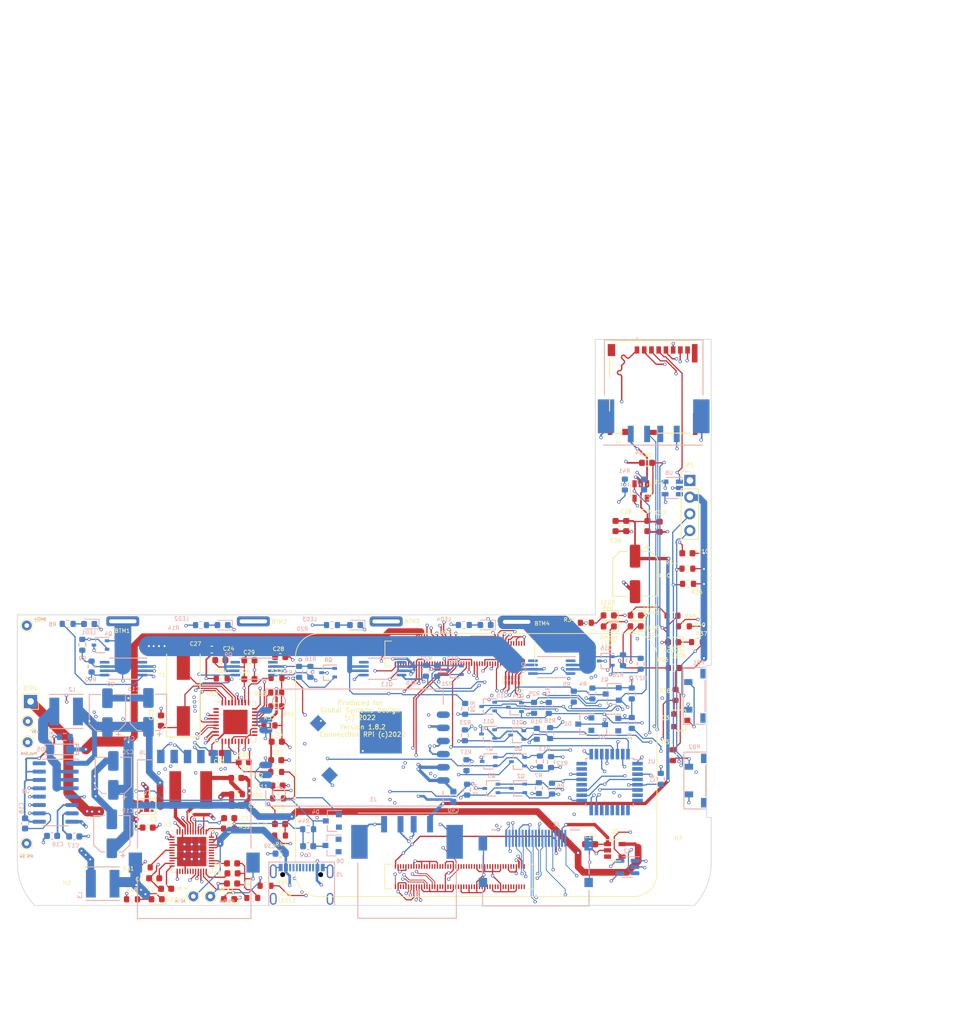
<source format=kicad_pcb>
(kicad_pcb (version 20211014) (generator pcbnew)
  (title_block (title "China layout single board") (date "2022-03-25") (rev "1.8.2") (comment 1 "USB and HDMI traces per JLCPCB"))
  (layers (0 "F.Cu" signal) (1 "In1.Cu" signal) (2 "In2.Cu" signal) (3 "In3.Cu" signal) (4 "In4.Cu" signal) (31 "B.Cu" signal) (34 "B.Paste" user) (35 "F.Paste" user) (36 "B.SilkS" user "B.Silkscreen") (37 "F.SilkS" user "F.Silkscreen") (38 "B.Mask" user) (39 "F.Mask" user) (44 "Edge.Cuts" user))
  (net 0 "")
  (net 1 "/Battery/BATT+")
  (net 2 "/Batteries/BT1-")
  (net 3 "/Batteries/BT2-")
  (net 4 "/Batteries/BT3-")
  (net 5 "/Batteries/BT4-")
  (net 6 "PWR_GND")
  (net 7 "Net-(C2-Pad1)")
  (net 8 "/Charger/IPS_OUT")
  (net 9 "GND")
  (net 10 "Net-(C5-Pad2)")
  (net 11 "Net-(C6-Pad2)")
  (net 12 "Net-(C7-Pad2)")
  (net 13 "Net-(C8-Pad2)")
  (net 14 "Net-(C9-Pad2)")
  (net 15 "/Power/IPS_SW")
  (net 16 "+5V")
  (net 17 "+3.3v")
  (net 18 "/CM4_GPIO/GPIO_IRQ")
  (net 19 "/CM4_GPIO/SD_PWR")
  (net 20 "/CM4_HighSpeed/HDMI_5v")
  (net 21 "Net-(C23-Pad1)")
  (net 22 "Net-(C24-Pad1)")
  (net 23 "/USB Hub/VBUS")
  (net 24 "/AC_IN")
  (net 25 "Net-(D1-Pad1)")
  (net 26 "/CM4_GPIO/EXT_ENA")
  (net 27 "/CM4_GPIO/GPIO_PB1")
  (net 28 "/CM4_GPIO/PowerSwitch")
  (net 29 "/CM4_GPIO/SD_DAT1")
  (net 30 "/CM4_GPIO/SD_DAT0")
  (net 31 "/CM4_GPIO/SD_CLK")
  (net 32 "/CM4_GPIO/SD_CMD")
  (net 33 "/CM4_GPIO/SD_DAT3")
  (net 34 "/CM4_GPIO/SD_DAT2")
  (net 35 "/CM4_HighSpeed/HDMI0_HOTPLUG")
  (net 36 "/CM4_HighSpeed/HDMI0_SDA")
  (net 37 "/CM4_HighSpeed/HDMI0_SCL")
  (net 38 "/CM4_HighSpeed/HDMI0_CEC")
  (net 39 "/CM4_HighSpeed/HDMI0_CK_N")
  (net 40 "/CM4_HighSpeed/HDMI0_CK_P")
  (net 41 "/CM4_HighSpeed/HDMI0_D0_N")
  (net 42 "/CM4_HighSpeed/HDMI0_D0_P")
  (net 43 "/CM4_HighSpeed/HDMI0_D1_N")
  (net 44 "/CM4_HighSpeed/HDMI0_D1_P")
  (net 45 "/CM4_HighSpeed/HDMI0_D2_N")
  (net 46 "/CM4_HighSpeed/HDMI0_D2_P")
  (net 47 "/USB Hub/HD4_N")
  (net 48 "/USB Hub/HD4_P")
  (net 49 "/USB Hub/HD3_N")
  (net 50 "/USB Hub/HD3_P")
  (net 54 "Net-(L1-Pad2)")
  (net 55 "/CM4_GPIO/GPIO6")
  (net 56 "/CM4_GPIO/TRD3_P")
  (net 57 "/CM4_GPIO/TRD1_P")
  (net 58 "/CM4_GPIO/TRD3_N")
  (net 59 "/CM4_GPIO/TRD1_N")
  (net 60 "/CM4_GPIO/TRD2_N")
  (net 61 "/CM4_GPIO/TRD0_N")
  (net 62 "/CM4_GPIO/TRD2_P")
  (net 63 "/CM4_GPIO/TRD0_P")
  (net 64 "/CM4_GPIO/PI_nLED_Activity")
  (net 65 "/Battery/{slash}BT1_ENA")
  (net 66 "/Battery/BT1_PRES")
  (net 67 "/Battery/{slash}BT2_ENA")
  (net 68 "/Battery/BT2_PRES")
  (net 69 "/CM4_GPIO/GPIO_PB2")
  (net 70 "/CM4_GPIO/SD_PWR_ON")
  (net 71 "/Battery/{slash}BT3_ENA")
  (net 72 "/Battery/BT3_PRES")
  (net 73 "/CM4_GPIO/+1.8v")
  (net 74 "/USB Hub/nEXTRST")
  (net 75 "/CM4_HighSpeed/USB2_N")
  (net 76 "/CM4_HighSpeed/USB2_P")
  (net 77 "Net-(Q1-Pad1)")
  (net 78 "Net-(Q2-Pad3)")
  (net 79 "Net-(Q3-Pad3)")
  (net 80 "Net-(Q6-Pad3)")
  (net 81 "Net-(Q7-Pad3)")
  (net 82 "Net-(Q10-Pad3)")
  (net 83 "Net-(Q11-Pad3)")
  (net 84 "Net-(Q14-Pad3)")
  (net 85 "Net-(Q15-Pad3)")
  (net 87 "/Battery/ADC2")
  (net 89 "/Battery/{slash}BT4_ENA")
  (net 90 "/Battery/BT4_PRES")
  (net 91 "/Battery/MOSI")
  (net 92 "/Battery/MISO")
  (net 93 "/Battery/SCL")
  (net 94 "/Battery/I2C_SDA")
  (net 95 "/Battery/I2C_SCL")
  (net 96 "/Battery/{slash}RESET")
  (net 99 "/USB Hub/nOCS1")
  (net 100 "/USB Hub/PWR1")
  (net 101 "/USB Hub/HD2_N")
  (net 102 "/USB Hub/HD2_P")
  (net 104 "/CM4_HighSpeed/USBOTG_ID")
  (net 106 "/Power/SNS_EN")
  (net 107 "/CM4_GPIO/ETH_LEDY")
  (net 108 "/CM4_GPIO/SYNC_IN")
  (net 109 "/CM4_GPIO/ETH_LEDG")
  (net 110 "/CM4_GPIO/SYNC_OUT")
  (net 112 "/CM4_GPIO/EEPROM_nWP")
  (net 113 "/CM4_GPIO/GPIO26")
  (net 114 "/CM4_GPIO/GPIO21")
  (net 115 "/CM4_GPIO/GPIO19")
  (net 116 "/CM4_GPIO/GPIO20")
  (net 117 "/CM4_GPIO/GPIO13")
  (net 118 "/CM4_GPIO/GPIO16")
  (net 119 "/CM4_GPIO/GPIO12")
  (net 120 "/CM4_GPIO/GPIO5")
  (net 121 "/CM4_GPIO/ID_SC")
  (net 122 "/CM4_GPIO/ID_SD")
  (net 123 "/CM4_GPIO/GPIO7")
  (net 124 "/CM4_GPIO/GPIO8")
  (net 125 "/CM4_GPIO/GPIO25")
  (net 126 "/CM4_GPIO/GPIO24")
  (net 127 "/CM4_GPIO/GPIO23")
  (net 128 "/CM4_GPIO/GPIO27")
  (net 129 "/CM4_GPIO/GPIO18")
  (net 130 "/CM4_GPIO/GPIO17")
  (net 131 "/CM4_GPIO/GPIO14")
  (net 132 "/CM4_GPIO/GPIO2")
  (net 138 "/CM4_GPIO/Reserved")
  (net 139 "/CM4_GPIO/WL_nDis")
  (net 140 "/CM4_GPIO/BT_nDis")
  (net 141 "/CM4_GPIO/RUN_PG")
  (net 142 "/CM4_GPIO/nRPIBOOT")
  (net 143 "/CM4_GPIO/AIN1")
  (net 144 "/CM4_GPIO/nPWR_LED")
  (net 145 "/CM4_GPIO/AIN0")
  (net 146 "/CM4_GPIO/Camera_GPIO")
  (net 147 "/CM4_GPIO/GLOBAL_EN")
  (net 148 "/CM4_HighSpeed/PCIE_CLK_nREQ")
  (net 151 "/CM4_HighSpeed/PCIE_nRST")
  (net 152 "/CM4_HighSpeed/PCIE_CLK_P")
  (net 153 "/CM4_HighSpeed/TV_OUT")
  (net 154 "/CM4_HighSpeed/PCIE_CLK_N")
  (net 155 "/CM4_HighSpeed/CAM1_D0_N")
  (net 156 "/CM4_HighSpeed/PCIE_RX_P")
  (net 157 "/CM4_HighSpeed/CAM1_D0_P")
  (net 158 "/CM4_HighSpeed/PCIE_RX_N")
  (net 159 "/CM4_HighSpeed/CAM1_D1_N")
  (net 160 "/CM4_HighSpeed/PCIE_TX_P")
  (net 161 "/CM4_HighSpeed/CAM1_D1_P")
  (net 162 "/CM4_HighSpeed/PCIE_TX_N")
  (net 163 "/CM4_HighSpeed/CAM1_C_N")
  (net 164 "/CM4_HighSpeed/CAM0_D0_N")
  (net 165 "/CM4_HighSpeed/CAM1_C_P")
  (net 166 "/CM4_HighSpeed/CAM0_D0_P")
  (net 167 "/CM4_HighSpeed/CAM1_D2_N")
  (net 168 "/CM4_HighSpeed/CAM0_D1_N")
  (net 169 "/CM4_HighSpeed/CAM1_D2_P")
  (net 170 "/CM4_HighSpeed/CAM0_D1_P")
  (net 171 "/CM4_HighSpeed/CAM1_D3_N")
  (net 172 "/CM4_HighSpeed/CAM0_C_N")
  (net 173 "/CM4_HighSpeed/CAM1_D3_P")
  (net 174 "/CM4_HighSpeed/CAM0_C_P")
  (net 175 "/CM4_HighSpeed/HDMI1_HOTPLUG")
  (net 176 "/CM4_HighSpeed/HDMI1_SDA")
  (net 177 "/CM4_HighSpeed/HDMI1_D2_P")
  (net 178 "/CM4_HighSpeed/HDMI1_SCL")
  (net 179 "/CM4_HighSpeed/HDMI1_D2_N")
  (net 180 "/CM4_HighSpeed/HDMI1_CEC")
  (net 181 "/CM4_HighSpeed/HDMI1_D1_P")
  (net 182 "/CM4_HighSpeed/HDMI1_D1_N")
  (net 183 "/CM4_HighSpeed/DSI0_D0_N")
  (net 184 "/CM4_HighSpeed/HDMI1_D0_P")
  (net 185 "/CM4_HighSpeed/DSI0_D0_P")
  (net 186 "/CM4_HighSpeed/HDMI1_D0_N")
  (net 187 "/CM4_HighSpeed/DSI0_D1_N")
  (net 188 "/CM4_HighSpeed/HDMI1_CK_P")
  (net 189 "/CM4_HighSpeed/DSI0_D1_P")
  (net 190 "/CM4_HighSpeed/HDMI1_CK_N")
  (net 191 "/CM4_HighSpeed/DSI0_C_N")
  (net 192 "/CM4_HighSpeed/DSI0_C_P")
  (net 193 "/CM4_HighSpeed/DSI1_D0_N")
  (net 194 "/CM4_HighSpeed/DSI1_D0_P")
  (net 195 "/CM4_HighSpeed/DSI1_D1_N")
  (net 196 "/CM4_HighSpeed/DSI1_D1_P")
  (net 197 "/CM4_HighSpeed/DSI1_C_N")
  (net 198 "/CM4_HighSpeed/DSI1_C_P")
  (net 199 "/CM4_HighSpeed/DSI1_D2_N")
  (net 200 "/CM4_HighSpeed/DSI1_D3_N")
  (net 201 "/CM4_HighSpeed/DSI1_D2_P")
  (net 202 "/CM4_HighSpeed/DSI1_D3_P")
  (net 221 "/Battery/ADC0")
  (net 222 "/Battery/ADC1")
  (net 223 "/Battery/ADC3")
  (net 224 "/Power/OVR_EN")
  (net 225 "/USB Hub/HD1_N")
  (net 226 "/USB Hub/HD1_P")
  (net 227 "Net-(LED1-Pad1)")
  (net 228 "Net-(LED6-Pad1)")
  (net 229 "Net-(LED10-Pad2)")
  (net 230 "Net-(LED11-Pad2)")
  (net 231 "Net-(LED1-Pad2)")
  (net 232 "Net-(LED3-Pad2)")
  (net 233 "Net-(LED5-Pad2)")
  (net 234 "Net-(LED7-Pad2)")
  (net 235 "Net-(C16-Pad1)")
  (net 236 "/Battery/{slash}BT1_ENA_B")
  (net 237 "Net-(C17-Pad1)")
  (net 238 "Net-(C18-Pad1)")
  (net 239 "Net-(D5-Pad2)")
  (net 240 "Net-(LED2-Pad2)")
  (net 241 "Net-(LED4-Pad2)")
  (net 242 "Net-(LED5-Pad1)")
  (net 243 "Net-(LED8-Pad2)")
  (net 244 "Net-(R31-Pad1)")
  (net 245 "Net-(R32-Pad1)")
  (net 246 "Net-(R33-Pad2)")
  (net 247 "Net-(R51-Pad1)")
  (net 248 "Net-(R53-Pad1)")
  (net 265 "Net-(LED9-Pad2)")
  (net 281 "Net-(R55-Pad1)")
  (net 282 "Net-(R54-Pad2)")
  (net 283 "Net-(R52-Pad1)")
  (net 284 "Net-(R47-Pad1)")
  (footprint "Resistor_SMD:R_0603_1608Metric" (layer "F.Cu") (at 132.18 188.32)
    (fp_text reference "R32")
    (fp_text value "100" hide)
  )
  (footprint "Resistor_SMD:R_0603_1608Metric" (layer "F.Cu") (at 186.49 157.02)
    (fp_text reference "R34")
    (fp_text value "1.8K" hide)
  )
  (footprint "Capacitor_SMD:C_0603_1608Metric" (layer "F.Cu") (at 139.37 177.92)
    (fp_text reference "C37")
    (fp_text value "0.1uf" hide)
  )
  (footprint "CustomComponents:MountingHole_4.3mm_M4-A" (layer "F.Cu") (at 104.92 195.52)
    (fp_text reference "H2")
    (fp_text value "MountingHole")
  )
  (footprint "TestPoint:TestPoint_THTPad_D1.5mm_Drill0.7mm" (layer "F.Cu") (at 101.57 172.02)
    (fp_text reference "TP6" hide)
    (fp_text value "5V")
  )
  (footprint "Resistor_SMD:R_0603_1608Metric" (layer "F.Cu") (at 139.37 169.73)
    (fp_text reference "R51")
    (fp_text value "36K" hide)
  )
  (footprint "Resistor_SMD:R_0603_1608Metric" (layer "F.Cu") (at 200.14 167.995 90)
    (fp_text reference "R38")
    (fp_text value "10K" hide)
  )
  (footprint "Capacitor_SMD:C_0603_1608Metric" (layer "F.Cu") (at 132.66 193.61 180)
    (fp_text reference "C8")
    (fp_text value "1uF" hide)
  )
  (footprint "Capacitor_SMD:C_0603_1608Metric" (layer "F.Cu") (at 120.8 195.88)
    (fp_text reference "C6")
    (fp_text value "4.7uF" hide)
  )
  (footprint "Capacitor_SMD:C_0603_1608Metric" (layer "F.Cu") (at 197.72 142.43 -90)
    (fp_text reference "C32")
    (fp_text value "10uF" hide)
  )
  (footprint "Capacitor_SMD:C_0603_1608Metric" (layer "F.Cu") (at 139.98 162.22)
    (fp_text reference "C28")
    (fp_text value "0.1uf" hide)
  )
  (footprint "Resistor_SMD:R_0603_1608Metric" (layer "F.Cu") (at 137.74 197.02 180)
    (fp_text reference "R49")
    (fp_text value "510")
  )
  (footprint "Capacitor_SMD:C_0603_1608Metric" (layer "F.Cu") (at 187.15 190.7 180)
    (fp_text reference "C22")
    (fp_text value "0.1uf" hide)
  )
  (footprint "Capacitor_SMD:C_0603_1608Metric" (layer "F.Cu") (at 133.29 180.62)
    (fp_text reference "C2")
    (fp_text value "10uF" hide)
  )
  (footprint "Capacitor_SMD:C_0603_1608Metric" (layer "F.Cu") (at 119.81 188.17)
    (fp_text reference "C3")
    (fp_text value "10uF" hide)
  )
  (footprint "Capacitor_SMD:C_0603_1608Metric" (layer "F.Cu") (at 192.64 142.31 -90)
    (fp_text reference "C38")
    (fp_text value "10uF" hide)
  )
  (footprint "CustomComponents:U-DFN2020-6" (layer "F.Cu") (at 119.66 184.95)
    (fp_text reference "U7")
    (fp_text value "AP22814A" hide)
  )
  (footprint "Resistor_SMD:R_0603_1608Metric" (layer "F.Cu") (at 131.08 165.5)
    (fp_text reference "R54")
    (fp_text value "12K" hide)
  )
  (footprint "Resistor_SMD:R_0603_1608Metric" (layer "F.Cu") (at 199.74 177.16 90)
    (fp_text reference "R39")
    (fp_text value "10K" hide)
  )
  (footprint "Package_DFN_QFN:QFN-36-1EP_6x6mm_P0.5mm_EP3.7x3.7mm" (layer "F.Cu") (at 133.16 172.11)
    (fp_text reference "U13")
    (fp_text value "USB2514B-I/M2" hide)
  )
  (footprint "CustomComponents:WH-Battery-" (layer "F.Cu") (at 175.96 157.46)
    (fp_text reference "BTM4")
    (fp_text value "Conn_01x01_Female")
  )
  (footprint "Capacitor_SMD:C_0603_1608Metric" (layer "F.Cu") (at 132.22 186.73 180)
    (fp_text reference "C7")
    (fp_text value "4.7uF" hide)
  )
  (footprint "Capacitor_SMD:C_0603_1608Metric" (layer "F.Cu") (at 134.44 178.22)
    (fp_text reference "C33")
    (fp_text value "0.1uf" hide)
  )
  (footprint "CM4IO:SDCARD_MOLEX_503398-1892" (layer "F.Cu") (at 196.66 121.1625)
    (fp_text reference "J1")
    (fp_text value "Micro_SD_Card" hide)
  )
  (footprint "LED_SMD:LED_0603_1608Metric" (layer "F.Cu") (at 132.19 199.05 180)
    (fp_text reference "LED11")
    (fp_text value "Amber")
  )
  (footprint "Capacitor_SMD:C_0603_1608Metric" (layer "F.Cu") (at 139.57 181.78)
    (fp_text reference "C11")
    (fp_text value "10uF" hide)
  )
  (footprint "CustomComponents:WH-Battery-" (layer "F.Cu") (at 116.02 157.38)
    (fp_text reference "BTM1")
    (fp_text value "Conn_01x01_Female")
  )
  (footprint "CustomComponents:INDUCTOR_SMD_6x6-1" (layer "F.Cu") (at 126.36 182.45 -90)
    (fp_text reference "L1")
    (fp_text value "4.7 uH" hide)
  )
  (footprint "CustomComponents:WH-Battery-" (layer "F.Cu") (at 135.89 156.81)
    (fp_text reference "BTM2")
    (fp_text value "Conn_01x01_Female")
  )
  (footprint "TestPoint:TestPoint_THTPad_D1.5mm_Drill0.7mm" (layer "F.Cu") (at 101.38 190.59)
    (fp_text reference "TP5" hide)
    (fp_text value "IPS_Sw")
  )
  (footprint "LED_SMD:LED_0603_1608Metric" (layer "F.Cu") (at 194.071 155.905 180)
    (fp_text reference "LED8")
    (fp_text value "Green" hide)
  )
  (footprint "CustomComponents:MountingHole_4.3mm_M4-A" (layer "F.Cu") (at 200.57 195.09)
    (fp_text reference "H3")
    (fp_text value "MountingHole")
  )
  (footprint "LED_SMD:LED_0603_1608Metric" (layer "F.Cu") (at 121.18 199.07 180)
    (fp_text reference "LED10")
    (fp_text value "Green")
  )
  (footprint "Resistor_SMD:R_0603_1608Metric" (layer "F.Cu") (at 119.37 194.22 180)
    (fp_text reference "R31")
    (fp_text value "10K" hide)
  )
  (footprint "TestPoint:TestPoint_THTPad_D1.5mm_Drill0.7mm" (layer "F.Cu") (at 101.54 175.19)
    (fp_text reference "TP2" hide)
    (fp_text value "Pwr_Gnd")
  )
  (footprint "CustomComponents:MountingHole_4.3mm_M4-A" (layer "F.Cu") (at 104.93 162.54)
    (fp_text reference "H1" hide)
    (fp_text value "MountingHole")
  )
  (footprint "Capacitor_SMD:C_0603_1608Metric" (layer "F.Cu") (at 122.62 197.47)
    (fp_text reference "C5")
    (fp_text value "4.7uF" hide)
  )
  (footprint "LED_SMD:LED_0603_1608Metric" (layer "F.Cu") (at 189.975 155.905 180)
    (fp_text reference "LED5")
    (fp_text value "Red" hide)
  )
  (footprint "Resistor_SMD:R_0603_1608Metric" (layer "F.Cu") (at 117.42 199.07)
    (fp_text reference "R48")
    (fp_text value "510")
  )
  (footprint "Resistor_SMD:R_0603_1608Metric" (layer "F.Cu") (at 201.95 148.79)
    (fp_text reference "R35")
    (fp_text value "2.2K" hide)
  )
  (footprint "Capacitor_SMD:C_0603_1608Metric" (layer "F.Cu") (at 130.87 162.7)
    (fp_text reference "C27")
    (fp_text value "10uF" hide)
  )
  (footprint "Resistor_SMD:R_0603_1608Metric" (layer "F.Cu") (at 203.41 159.96 180)
    (fp_text reference "R37")
    (fp_text value "1K" hide)
  )
  (footprint "Resistor_SMD:R_0603_1608Metric" (layer "F.Cu") (at 139.37 167.63)
    (fp_text reference "R55")
    (fp_text value "36K" hide)
  )
  (footprint "TestPoint:TestPoint_THTPad_D1.5mm_Drill0.7mm" (layer "F.Cu") (at 101.41 157.44)
    (fp_text reference "TP3" hide)
    (fp_text value "Bat+")
  )
  (footprint "Diode_SMD:D_SOT-23_ANK" (layer "F.Cu") (at 200.94 171.86)
    (fp_text reference "D3")
    (fp_text value "MMBD914" hide)
  )
  (footprint "Package_TO_SOT_SMD:SOT-23-5" (layer "F.Cu") (at 194.86 136.98 -90)
    (fp_text reference "U12")
    (fp_text value "RT9742ANGJ5F" hide)
  )
  (footprint "TestPoint:TestPoint_THTPad_2.0x2.0mm_Drill1.0mm" (layer "F.Cu") (at 101.98 168.99)
    (fp_text reference "BTP1")
    (fp_text value "Conn_01x01_Female")
  )
  (footprint "Resistor_SMD:R_0603_1608Metric" (layer "F.Cu") (at 135.73 198.87 180)
    (fp_text reference "R33")
    (fp_text value "200K" hide)
  )
  (footprint "CustomComponents:UQFN-48-1EP_6x6mm_Pitch0.4mm_75" (layer "F.Cu") (at 126.51 191.82)
    (fp_text reference "U3")
    (fp_text value "AXP209" hide)
  )
  (footprint "Capacitor_SMD:C_0603_1608Metric" (layer "F.Cu") (at 130.3 176.82 180)
    (fp_text reference "C31")
    (fp_text value "0.1uf" hide)
  )
  (footprint "Resistor_SMD:R_0603_1608Metric" (layer "F.Cu") (at 199.87 163.89 180)
    (fp_text reference "R56")
    (fp_text value "510")
  )
  (footprint "CustomComponents:WH-Battery-" (layer "F.Cu") (at 156.1 157.4)
    (fp_text reference "BTM3")
    (fp_text value "Conn_01x01_Female")
  )
  (footprint "Capacitor_SMD:C_0603_1608Metric" (layer "F.Cu") (at 132.72 195.13 180)
    (fp_text reference "C9")
    (fp_text value "1uF" hide)
  )
  (footprint "Capacitor_SMD:C_0603_1608Metric" (layer "F.Cu") (at 135.29 162.72)
    (fp_text reference "C29")
    (fp_text value "0.1uf" hide)
  )
  (footprint "LED_SMD:LED_0603_1608Metric" (layer "F.Cu") (at 199.79 159.97 180)
    (fp_text reference "LED6")
    (fp_text value "Blue" hide)
  )
  (footprint "Resistor_SMD:R_0603_1608Metric" (layer "F.Cu") (at 139.37 179.72)
    (fp_text reference "R42")
    (fp_text value "51K" hide)
  )
  (footprint "LED_SMD:LED_0603_1608Metric" (layer "F.Cu") (at 194.07 157.56 180)
    (fp_text reference "LED9")
    (fp_text value "Blue")
  )
  (footprint "Capacitor_SMD:C_0603_1608Metric" (layer "F.Cu") (at 195.81 132.7 180)
    (fp_text reference "C25")
    (fp_text value "10uF" hide)
  )
  (footprint "TestPoint:TestPoint_THTPad_D1.5mm_Drill0.7mm" (layer "F.Cu") (at 129.34 198.63)
    (fp_text reference "TP4" hide)
    (fp_text value "IPS")
  )
  (footprint "Capacitor_SMD:C_0603_1608Metric" (layer "F.Cu") (at 133.37 184.85)
    (fp_text reference "C1")
    (fp_text value "10uF" hide)
  )
  (footprint "Capacitor_SMD:C_0603_1608Metric" (layer "F.Cu") (at 201.95 146.45 180)
    (fp_text reference "C10")
    (fp_text value "1uF" hide)
  )
  (footprint "Capacitor_SMD:C_0603_1608Metric" (layer "F.Cu") (at 139.455 175.11)
    (fp_text reference "C35")
    (fp_text value "0.1uf" hide)
  )
  (footprint "Capacitor_SMD:C_0603_1608Metric" (layer "F.Cu") (at 191.02 142.31 -90)
    (fp_text reference "C36")
    (fp_text value "10uF" hide)
  )
  (footprint "Capacitor_SMD:C_0603_1608Metric" (layer "F.Cu") (at 195.87 142.315 -90)
    (fp_text reference "C34")
    (fp_text value "10uF" hide)
  )
  (footprint "Capacitor_SMD:CP_Elec_6.3x4.5" (layer "F.Cu") (at 193.98 149.59 -90)
    (fp_text reference "C30")
    (fp_text value "100uF" hide)
  )
  (footprint "Package_TO_SOT_SMD:SOT-23-5" (layer "F.Cu") (at 190.9 191.63)
    (fp_text reference "U9")
    (fp_text value "RT9742ANGJ5F" hide)
  )
  (footprint "Capacitor_SMD:C_0603_1608Metric" (layer "F.Cu") (at 139.95 187.63 180)
    (fp_text reference "C21")
    (fp_text value "0.1uf" hide)
  )
  (footprint "Resistor_SMD:R_0603_1608Metric" (layer "F.Cu") (at 139.65 183.73)
    (fp_text reference "R43")
    (fp_text value "1K" hide)
  )
  (footprint "Resistor_SMD:R_0603_1608Metric" (layer "F.Cu") (at 139.95 189.38)
    (fp_text reference "R47")
    (fp_text value "12K" hide)
  )
  (footprint "Capacitor_SMD:C_0603_1608Metric" (layer "F.Cu") (at 135.29 165.59)
    (fp_text reference "C26")
    (fp_text value "10uF" hide)
  )
  (footprint "CustomComponents:USON-10_2.5x1.0mm_P0.5mm" (layer "F.Cu") (at 175.29 165.75 -90)
    (fp_text reference "U5")
    (fp_text value "TPD4EUSB30" hide)
  )
  (footprint "Crystal:Crystal_SMD_HC49-SD" (layer "F.Cu") (at 125.24 167.7 90)
    (fp_text reference "Y1")
    (fp_text value "24MHz" hide)
  )
  (footprint "Connector_PinHeader_2.54mm:PinHeader_1x04_P2.54mm_Vertical" (layer "F.Cu") (at 202.32 135.38)
    (fp_text reference "P1")
    (fp_text value "Conn_01x04" hide)
  )
  (footprint "Resistor_SMD:R_0603_1608Metric" (layer "F.Cu") (at 202.05 151.1)
    (fp_text reference "R36")
    (fp_text value "2.2K" hide)
  )
  (footprint "Capacitor_SMD:C_0603_1608Metric" (layer "F.Cu") (at 121.84 171.9 90)
    (fp_text reference "C23")
    (fp_text value "9pF" hide)
  )
  (footprint "LED_SMD:LED_0603_1608Metric" (layer "F.Cu") (at 189.98 157.58 180)
    (fp_text reference "LED7")
    (fp_text value "Amber")
  )
  (footprint "Resistor_SMD:R_0603_1608Metric" (layer "F.Cu") (at 138.34 172.64)
    (fp_text reference "R52")
    (fp_text value "36K" hide)
  )
  (footprint "Resistor_SMD:R_0603_1608Metric" (layer "F.Cu") (at 199.68 155.94 180)
    (fp_text reference "R46")
    (fp_text value "1K" hide)
  )
  (footprint "Capacitor_SMD:C_0603_1608Metric" (layer "F.Cu") (at 129.56 161.1)
    (fp_text reference "C24")
    (fp_text value "9pF" hide)
  )
  (footprint "CustomComponents:CM4_Module_noHoles" (layer "F.Cu") (at 145.812993 162.160001 -90)
    (fp_text reference "Module1" hide)
    (fp_text value "ComputeModule4")
  )
  (footprint "Resistor_SMD:R_0603_1608Metric" (layer "F.Cu") (at 201.41 157.56 180)
    (fp_text reference "R40")
    (fp_text value "510")
  )
  (footprint "Resistor_SMD:R_0603_1608Metric" (layer "F.Cu") (at 139.42 165.42)
    (fp_text reference "R53")
    (fp_text value "36K" hide)
  )
  (footprint "Resistor_SMD:R_0603_1608Metric" (layer "F.Cu") (at 133.4 183.1)
    (fp_text reference "R30")
    (fp_text value "0.03 ohm" hide)
  )
  (footprint "Capacitor_SMD:C_0603_1608Metric" (layer "F.Cu") (at 132.65 196.67)
    (fp_text reference "C4")
    (fp_text value "10uF" hide)
  )
  (footprint "TestPoint:TestPoint_THTPad_D1.5mm_Drill0.7mm" (layer "F.Cu") (at 126.76 198.62)
    (fp_text reference "TP1" hide)
    (fp_text value "AC_IN")
  )
  (footprint "CustomComponents:USB_A_CUI_smd" (layer "B.Cu") (at 193.32 128.305)
    (fp_text reference "J4")
    (fp_text value "USB_A" hide)
  )
  (footprint "Capacitor_SMD:C_0603_1608Metric" (layer "B.Cu") (at 105.26 189.43 180)
    (fp_text reference "C16")
    (fp_text value "1.0uf" hide)
  )
  (footprint "Capacitor_SMD:C_0603_1608Metric" (layer "B.Cu") (at 166.33 183.47 -90)
    (fp_text reference "C40")
    (fp_text value "22uF" hide)
  )
  (footprint "Capacitor_SMD:CP_Elec_5x3" (layer "B.Cu") (at 114.58 180.23 90)
    (fp_text reference "C20")
    (fp_text value "150uf" hide)
  )
  (footprint "Resistor_SMD:R_0603_1608Metric" (layer "B.Cu") (at 197.9 180.75 -90)
    (fp_text reference "R2")
    (fp_text value "2.2K" hide)
  )
  (footprint "Package_TO_SOT_SMD:SOT-23-5" (layer "B.Cu") (at 192.84 194.16 180)
    (fp_text reference "U2")
    (fp_text value "74LVCE1G126")
  )
  (footprint "Package_TO_SOT_SMD:SOT-23-5" (layer "B.Cu") (at 199.635098 136.52 180)
    (fp_text reference "U6")
    (fp_text value "RT9742ANGJ5F" hide)
  )
  (footprint "Resistor_SMD:R_0603_1608Metric" (layer "B.Cu") (at 192.15 162.72 90)
    (fp_text reference "R28")
    (fp_text value "100K" hide)
  )
  (footprint "Resistor_SMD:R_0603_1608Metric" (layer "B.Cu") (at 179.02 173.91 90)
    (fp_text reference "R19")
    (fp_text value "100K" hide)
  )
  (footprint "Resistor_SMD:R_0603_1608Metric" (layer "B.Cu") (at 193.48 167.77 90)
    (fp_text reference "R3")
    (fp_text value "20K" hide)
  )
  (footprint "Package_TO_SOT_SMD:SOT-323_SC-70" (layer "B.Cu") (at 189.53 162.83 180)
    (fp_text reference "Q16")
    (fp_text value "3J15" hide)
  )
  (footprint "Resistor_SMD:R_0603_1608Metric" (layer "B.Cu") (at 144.57 164.48 90)
    (fp_text reference "R16")
    (fp_text value "100K" hide)
  )
  (footprint "CustomComponents:MagJack_S811" (layer "B.Cu") (at 126.89 177.361)
    (fp_text reference "J6")
    (fp_text value "MagJack-S811")
  )
  (footprint "Resistor_SMD:R_0603_1608Metric" (layer "B.Cu") (at 168.42 182.4 90)
    (fp_text reference "R11")
    (fp_text value "20K" hide)
  )
  (footprint "Resistor_SMD:R_0603_1608Metric" (layer "B.Cu") (at 181.19 178.21 90)
    (fp_text reference "R12")
    (fp_text value "10K" hide)
  )
  (footprint "CustomComponents:SW-TL3330A" (layer "B.Cu") (at 203.32 168.134 -90)
    (fp_text reference "PB1")
    (fp_text value "SPST-PUSH" hide)
  )
  (footprint "Diode_SMD:D_SOT-23_ANK" (layer "B.Cu") (at 190.43 172.51 180)
    (fp_text reference "D2")
    (fp_text value "MMBD914" hide)
  )
  (footprint "Resistor_SMD:R_0603_1608Metric" (layer "B.Cu") (at 194.83 163.255 -90)
    (fp_text reference "R27")
    (fp_text value "10K" hide)
  )
  (footprint "Resistor_SMD:R_0603_1608Metric" (layer "B.Cu") (at 167.93 157.36)
    (fp_text reference "R26")
    (fp_text value "510")
  )
  (footprint "LED_SMD:LED_0603_1608Metric" (layer "B.Cu") (at 151.3725 157.37 180)
    (fp_text reference "LED3")
    (fp_text value "Blue")
  )
  (footprint "Resistor_SMD:R_0603_1608Metric" (layer "B.Cu") (at 107.63 157.19)
    (fp_text reference "R8")
    (fp_text value "510")
  )
  (footprint "Resistor_SMD:R_0603_1608Metric" (layer "B.Cu") (at 179.501822 178.11 90)
    (fp_text reference "R13")
    (fp_text value "100K" hide)
  )
  (footprint "Package_SO:TSSOP-8_4.4x3mm_P0.65mm" (layer "B.Cu") (at 136 164 180)
    (fp_text reference "Q9")
    (fp_text value "8205A" hide)
  )
  (footprint "Capacitor_SMD:C_0603_1608Metric" (layer "B.Cu") (at 140.04 192.13 180)
    (fp_text reference "C39")
    (fp_text value "22uF" hide)
  )
  (footprint "Resistor_SMD:R_0603_1608Metric" (layer "B.Cu") (at 163.85 164.35 -90)
    (fp_text reference "R21")
    (fp_text value "10K" hide)
  )
  (footprint "Capacitor_SMD:CP_Elec_5x3" (layer "B.Cu") (at 119.92 170.65 90)
    (fp_text reference "C15")
    (fp_text value "150uf" hide)
  )
  (footprint "Resistor_SMD:R_0603_1608Metric" (layer "B.Cu") (at 193.48 172.26 90)
    (fp_text reference "R1")
    (fp_text value "10K" hide)
  )
  (footprint "LED_SMD:LED_0603_1608Metric" (layer "B.Cu") (at 171.2325 157.36 180)
    (fp_text reference "LED4")
    (fp_text value "Blue")
  )
  (footprint "Resistor_SMD:R_0603_1608Metric" (layer "B.Cu") (at 109.86 160.37 90)
    (fp_text reference "R9")
    (fp_text value "10K" hide)
  )
  (footprint "Package_TO_SOT_SMD:SOT-323_SC-70" (layer "B.Cu") (at 166.56 164.24 180)
    (fp_text reference "Q12")
    (fp_text value "3J15" hide)
  )
  (footprint "Package_TO_SOT_SMD:SOT-323_SC-70" (layer "B.Cu") (at 171.61 173.94 180)
    (fp_text reference "Q11")
    (fp_text value "3J15" hide)
  )
  (footprint "Capacitor_SMD:CP_Elec_5x3" (layer "B.Cu") (at 113.68 170.69 90)
    (fp_text reference "C14")
    (fp_text value "150uf" hide)
  )
  (footprint "Diode_SMD:D_SOT-23_ANK" (layer "B.Cu") (at 147.91 187.15 180)
    (fp_text reference "D4")
    (fp_text value "MMBD914" hide)
  )
  (footprint "Resistor_SMD:R_0603_1608Metric" (layer "B.Cu") (at 168.08 174.13 90)
    (fp_text reference "R23")
    (fp_text value "20K" hide)
  )
  (footprint "Resistor_SMD:R_0603_1608Metric" (layer "B.Cu") (at 144.23 188.42 180)
    (fp_text reference "R44")
    (fp_text value "1M" hide)
  )
  (footprint "LED_SMD:LED_0603_1608Metric" (layer "B.Cu") (at 131.21 157.38 180)
    (fp_text reference "LED2")
    (fp_text value "Blue")
  )
  (footprint "Resistor_SMD:R_0603_1608Metric" (layer "B.Cu") (at 181.34 182.24 90)
    (fp_text reference "R6")
    (fp_text value "10K" hide)
  )
  (footprint "Resistor_SMD:R_0603_1608Metric" (layer "B.Cu") (at 168.321822 178.68 90)
    (fp_text reference "R17")
    (fp_text value "20K" hide)
  )
  (footprint "CustomComponents:USB_A_CUI_smd" (layer "B.Cu") (at 162.785098 187.655 180)
    (fp_text reference "J3")
    (fp_text value "USB_A" hide)
  )
  (footprint "Resistor_SMD:R_0603_1608Metric" (layer "B.Cu") (at 180.85 169.965 90)
    (fp_text reference "R24")
    (fp_text value "10K" hide)
  )
  (footprint "CustomComponents:HC-R8812AU2" (layer "B.Cu") (at 151.29 176 -90)
    (fp_text reference "U15")
    (fp_text value "HC-R8812AF1" hide)
  )
  (footprint "Package_TO_SOT_SMD:SOT-323_SC-70" (layer "B.Cu") (at 172.11 182.21 180)
    (fp_text reference "Q3")
    (fp_text value "3J15" hide)
  )
  (footprint "Package_SO:TSSOP-8_4.4x3mm_P0.65mm" (layer "B.Cu") (at 181.31 163.77 180)
    (fp_text reference "Q17")
    (fp_text value "8205A" hide)
  )
  (footprint "Package_QFP:TQFP-32_7x7mm_P0.8mm" (layer "B.Cu") (at 190.11 181.25 180)
    (fp_text reference "U1")
    (fp_text value "ATtiny88-AU" hide)
  )
  (footprint "CustomComponents:HDMI_CnC_SMT" (layer "B.Cu") (at 178.871098 191.09325 180)
    (fp_text reference "J2")
    (fp_text value "690-019-298-412" hide)
  )
  (footprint "Diode_SMD:D_SOT-23_ANK" (layer "B.Cu") (at 147.86 190.89 180)
    (fp_text reference "D6")
    (fp_text value "MMBD914")
  )
  (footprint "Inductor_SMD:L_Taiyo-Yuden_MD-5050" (layer "B.Cu") (at 107.4 170.51 180)
    (fp_text reference "L2")
    (fp_text value "1.0 uH" hide)
  )
  (footprint "Resistor_SMD:R_0603_1608Metric" (layer "B.Cu") (at 192.435098 136 90)
    (fp_text reference "R41")
    (fp_text value "12K" hide)
  )
  (footprint "Package_SO:SOP-16_3.9x9.9mm_P1.27mm" (layer "B.Cu") (at 105.8 182.83 180)
    (fp_text reference "U8")
    (fp_text value "MAX1709ESE" hide)
  )
  (footprint "Resistor_SMD:R_0603_1608Metric" (layer "B.Cu") (at 187.49 167.78 90)
    (fp_text reference "R4")
    (fp_text value "20K" hide)
  )
  (footprint "Capacitor_SMD:CP_Elec_5x3" (layer "B.Cu") (at 114.35 189.11 90)
    (fp_text reference "C19")
    (fp_text value "150uf" hide)
  )
  (footprint "Resistor_SMD:R_0603_1608Metric" (layer "B.Cu") (at 127.92 157.38)
    (fp_text reference "R14")
    (fp_text value "510")
  )
  (footprint "Diode_SMD:D_SOT-23_ANK" (layer "B.Cu") (at 186.34 172.43 180)
    (fp_text reference "D1")
    (fp_text value "MMBD914" hide)
  )
  (footprint "Resistor_SMD:R_0603_1608Metric" (layer "B.Cu") (at 162.14 164.32 90)
    (fp_text reference "R22")
    (fp_text value "100K" hide)
  )
  (footprint "Resistor_SMD:R_0603_1608Metric" (layer "B.Cu") (at 147.86 157.37)
    (fp_text reference "R20")
    (fp_text value "510")
  )
  (footprint "Package_TO_SOT_SMD:SOT-323_SC-70" (layer "B.Cu") (at 176.05 174.1 180)
    (fp_text reference "Q10")
    (fp_text value "3J15" hide)
  )
  (footprint "Package_TO_SOT_SMD:SOT-323_SC-70" (layer "B.Cu") (at 176.171822 178.15 180)
    (fp_text reference "Q6")
    (fp_text value "3J15" hide)
  )
  (footprint "Package_TO_SOT_SMD:SOT-323_SC-70" (layer "B.Cu") (at 112.63 160.41 180)
    (fp_text reference "Q4")
    (fp_text value "3J15" hide)
  )
  (footprint "CustomComponents:SW-TL3330A" (layer "B.Cu") (at 203.42 181.014 -90)
    (fp_text reference "PB2")
    (fp_text value "SPST-PUSH" hide)
  )
  (footprint "Inductor_SMD:L_Taiyo-Yuden_NR-50xx" (layer "B.Cu") (at 112.96 196.7)
    (fp_text reference "L3")
    (fp_text value "1.5 uH" hide)
  )
  (footprint "Package_TO_SOT_SMD:SOT-323_SC-70" (layer "B.Cu") (at 171.711822 178.11 180)
    (fp_text reference "Q7")
    (fp_text value "3J15" hide)
  )
  (footprint "CustomComponents:USB-C-GCT" (layer "B.Cu") (at 143.245098 194.8175 180)
    (fp_text reference "J5")
    (fp_text value "USB-C")
  )
  (footprint "Resistor_SMD:R_0603_1608Metric" (layer "B.Cu") (at 178.61 169.96 90)
    (fp_text reference "R25")
    (fp_text value "100K" hide)
  )
  (footprint "Package_TO_SOT_SMD:SOT-323_SC-70" (layer "B.Cu") (at 176.2 182.2 180)
    (fp_text reference "Q2")
    (fp_text value "3J15" hide)
  )
  (footprint "Resistor_SMD:R_0603_1608Metric" (layer "B.Cu") (at 168.12256 170.1116 90)
    (fp_text reference "R29")
    (fp_text value "20K" hide)
  )
  (footprint "LED_SMD:LED_0603_1608Metric" (layer "B.Cu") (at 110.91 157.21 180)
    (fp_text reference "LED1")
    (fp_text value "Blue")
  )
  (footprint "Capacitor_SMD:C_0603_1608Metric" (layer "B.Cu") (at 195.345098 135.995 -90)
    (fp_text reference "C12")
    (fp_text value "10uF" hide)
  )
  (footprint "Resistor_SMD:R_0603_1608Metric" (layer "B.Cu") (at 181.06 173.8 90)
    (fp_text reference "R18")
    (fp_text value "10K" hide)
  )
  (footprint "Package_TO_SOT_SMD:SOT-23" (layer "B.Cu") (at 190.51 167.85 180)
    (fp_text reference "Q1")
    (fp_text value "2N7002" hide)
  )
  (footprint "Package_SO:TSSOP-8_4.4x3mm_P0.65mm" (layer "B.Cu") (at 116.12 164 180)
    (fp_text reference "Q5")
    (fp_text value "8205A" hide)
  )
  (footprint "Package_TO_SOT_SMD:SOT-323_SC-70" (layer "B.Cu") (at 171.62256 169.7616 180)
    (fp_text reference "Q15")
    (fp_text value "3J15" hide)
  )
  (footprint "Capacitor_SMD:C_0603_1608Metric" (layer "B.Cu") (at 108.63 189.52)
    (fp_text reference "C17")
    (fp_text value "0.22uf" hide)
  )
  (footprint "Resistor_SMD:R_0603_1608Metric" (layer "B.Cu") (at 184.66 168.25 90)
    (fp_text reference "R5")
    (fp_text value "100K" hide)
  )
  (footprint "CustomComponents:SOD-123FL" (layer "B.Cu") (at 106.48 176.28 180)
    (fp_text reference "D5")
    (fp_text value "NRVTS260ESFT1G" hide)
  )
  (footprint "Resistor_SMD:R_0603_1608Metric" (layer "B.Cu") (at 179.35 182.17 90)
    (fp_text reference "R7")
    (fp_text value "36K" hide)
  )
  (footprint "Resistor_SMD:R_0603_1608Metric" (layer "B.Cu") (at 111.27 163.68 90)
    (fp_text reference "R10")
    (fp_text value "100K" hide)
  )
  (footprint "Resistor_SMD:R_0603_1608Metric" (layer "B.Cu") (at 107.19 174.38 180)
    (fp_text reference "R45")
    (fp_text value "2.0" hide)
  )
  (footprint "Resistor_SMD:R_0603_1608Metric" (layer "B.Cu") (at 142.86 164.48 -90)
    (fp_text reference "R15")
    (fp_text value "10K" hide)
  )
  (footprint "Capacitor_SMD:C_0603_1608Metric" (layer "B.Cu") (at 144.23 191 180)
    (fp_text reference "C13")
    (fp_text value "22uF" hide)
  )
  (footprint "Package_SO:TSSOP-8_4.4x3mm_P0.65mm" (layer "B.Cu") (at 155.57 164 180)
    (fp_text reference "Q13")
    (fp_text value "8205A" hide)
  )
  (footprint "Package_TO_SOT_SMD:SOT-323_SC-70" (layer "B.Cu") (at 147.27 164.61 180)
    (fp_text reference "Q8")
    (fp_text value "3J15" hide)
  )
  (footprint "Capacitor_SMD:C_0603_1608Metric" (layer "B.Cu") (at 101.15 187.53 -90)
    (fp_text reference "C18")
    (fp_text value "0.1uf" hide)
  )
  (footprint "Package_TO_SOT_SMD:SOT-323_SC-70" (layer "B.Cu") (at 175.69256 169.8616 180)
    (fp_text reference "Q14")
    (fp_text value "3J15" hide)
  )
  (gr_line (start 99.965098 155.82) (end 187.915098 155.82) (layer "Edge.Cuts") (width 0.1))
  (gr_line (start 202.99 200.003457) (end 102.62 200.01) (layer "Edge.Cuts") (width 0.1))
  (gr_line (start 187.915 113.92) (end 205.565 113.92) (layer "Edge.Cuts") (width 0.1))
  (gr_line (start 205.57 193.52) (end 205.57 186.63) (layer "Edge.Cuts") (width 0.1))
  (gr_line (start 99.965098 155.82) (end 99.964423 193.459372) (layer "Edge.Cuts") (width 0.1))
  (gr_line (start 204.89 186.63) (end 204.89 163.51) (layer "Edge.Cuts") (width 0.1))
  (gr_line (start 187.915098 155.82) (end 187.915098 113.92) (layer "Edge.Cuts") (width 0.1))
  (gr_line (start 204.89 163.51) (end 205.57 163.51) (layer "Edge.Cuts") (width 0.1))
  (gr_arc (start 205.57 193.52) (mid 204.90578 197.010749) (end 202.99 200.003457) (layer "Edge.Cuts") (width 0.1))
  (gr_line (start 205.57 186.63) (end 204.89 186.63) (layer "Edge.Cuts") (width 0.1))
  (gr_line (start 205.57 163.51) (end 205.565 113.92) (layer "Edge.Cuts") (width 0.1))
  (gr_arc (start 102.62 200.01) (mid 100.651686 196.99435) (end 99.964423 193.459372) (layer "Edge.Cuts") (width 0.1))
  (gr_text "IPS Out" (at 131.89 199.36) (layer "B.SilkS") (effects (font (size 0.4 0.4) (thickness 0.1)) (justify mirror)))
  (gr_text "AC In" (at 124.76 199.36) (layer "B.SilkS") (effects (font (size 0.4 0.4) (thickness 0.1)) (justify mirror)))
  (gr_text "BATT+" (at 103.380011 156.439998) (layer "B.SilkS") (effects (font (size 0.4 0.4) (thickness 0.1)) (justify mirror)))
  (gr_text "Pwr_Gnd" (at 101.73 176.88) (layer "B.SilkS") (effects (font (size 0.4 0.4) (thickness 0.1)) (justify mirror)))
  (gr_text "IPS Sw" (at 101.37 192.54) (layer "B.SilkS") (effects (font (size 0.4 0.4) (thickness 0.1)) (justify mirror)))
  (gr_text "+5V" (at 102.73 173.6) (layer "B.SilkS") (effects (font (size 0.4 0.4) (thickness 0.1)) (justify mirror)))
  (gr_text "BATT+" (at 103.6 156.71) (layer "F.SilkS") (effects (font (size 0.4 0.4) (thickness 0.1))))
  (gr_text "+5V" (at 102.29 173.29) (layer "F.SilkS") (effects (font (size 0.4 0.4) (thickness 0.1))))
  (gr_text "Blue" (at 196.89 158.85) (layer "F.SilkS") (effects (font (size 0.6 0.6) (thickness 0.1))))
  (gr_text "AC In" (at 125.11 197.42) (layer "F.SilkS") (effects (font (size 0.4 0.4) (thickness 0.1))))
  (gr_text "Version 1.8.2\nConnectBox RPi (c)2022\n" (at 152.51999 173.439988) (layer "F.SilkS") (effects (font (size 0.7 0.7) (thickness 0.12))))
  (gr_text "Green" (at 196.98 155.44) (layer "F.SilkS") (effects (font (size 0.6 0.6) (thickness 0.1))))
  (gr_text "Activity" (at 199.87 161.24) (layer "F.SilkS") (effects (font (size 0.6 0.6) (thickness 0.1))))
  (gr_text "Amber" (at 190.01 159.24) (layer "F.SilkS") (effects (font (size 0.6 0.6) (thickness 0.1))))
  (gr_text "Produced for\nGlobal Systems Design\n(c) 2022" (at 152.14 170.32) (layer "F.SilkS") (effects (font (size 0.7 0.7) (thickness 0.12))))
  (gr_text "IPS Sw" (at 101.31 192.38) (layer "F.SilkS") (effects (font (size 0.4 0.4) (thickness 0.1))))
  (gr_text "Red" (at 189.85 154.73) (layer "F.SilkS") (effects (font (size 0.6 0.6) (thickness 0.1))))
  (gr_text "IPS Out" (at 131.71 197.79) (layer "F.SilkS") (effects (font (size 0.4 0.4) (thickness 0.1))))
  (gr_text "Pwr_Gnd" (at 101.73 176.95) (layer "F.SilkS") (effects (font (size 0.4 0.4) (thickness 0.1))))
  (segment (start 143.77 171.03696) (end 143.39 170.65696) (width 0.1778) (layer "F.Cu") (net 1))
  (segment (start 129.85 186.7584) (end 129.39 186.2984) (width 0.508) (layer "F.Cu") (net 1))
  (segment (start 126.79 186.24) (end 126.34 186.69) (width 0.1778) (layer "F.Cu") (net 1))
  (segment (start 129.85 186.78) (end 129.85 186.7584) (width 0.508) (layer "F.Cu") (net 1))
  (segment (start 132.575 183.1) (end 131.32 183.1) (width 0.762) (layer "F.Cu") (net 1))
  (segment (start 107.74 174.75) (end 101.98 168.99) (width 1.524) (layer "F.Cu") (net 1))
  (segment (start 131.32 183.1) (end 130.9 183.52) (width 0.762) (layer "F.Cu") (net 1))
  (segment (start 126.88 186.23) (end 126.93 186.23) (width 0.508) (layer "F.Cu") (net 1))
  (segment (start 128.34 186.23) (end 128.34 187.96) (width 0.1778) (layer "F.Cu") (net 1))
  (segment (start 110.59 185.69) (end 107.74 182.84) (width 1.524) (layer "F.Cu") (net 1))
  (segment (start 143.39 166.96) (end 141.9 165.47) (width 0.1778) (layer "F.Cu") (net 1))
  (segment (start 111.35 185.74) (end 111.3 185.69) (width 1.524) (layer "F.Cu") (net 1))
  (segment (start 126.71 187.493542) (end 126.71 188.82) (width 0.1778) (layer "F.Cu") (net 1))
  (segment (start 126.9 186.21) (end 126.88 186.23) (width 0.508) (layer "F.Cu") (net 1))
  (segment (start 111.3 185.69) (end 110.59 185.69) (width 1.524) (layer "F.Cu") (net 1))
  (segment (start 107.44 169.01) (end 107.44 168.06) (width 0.1778) (layer "F.Cu") (net 1))
  (segment (start 129.3016 186.21) (end 126.9 186.21) (width 0.508) (layer "F.Cu") (net 1))
  (segment (start 132.575 183.1) (end 132.575 184.845) (width 0.762) (layer "F.Cu") (net 1))
  (segment (start 126.34 186.69) (end 126.34 187.123542) (width 0.1778) (layer "F.Cu") (net 1))
  (segment (start 126.95 186.24) (end 126.79 186.24) (width 0.1778) (layer "F.Cu") (net 1))
  (segment (start 129.39 186.2984) (end 129.3016 186.21) (width 0.508) (layer "F.Cu") (net 1))
  (segment (start 126.34 187.123542) (end 126.71 187.493542) (width 0.1778) (layer "F.Cu") (net 1))
  (segment (start 107.49 169.06) (end 107.44 169.01) (width 0.1778) (layer "F.Cu") (net 1))
  (segment (start 128.31 187.99) (end 128.31 188.7) (width 0.1778) (layer "F.Cu") (net 1))
  (segment (start 126.93 186.23) (end 126.94 186.24) (width 0.508) (layer "F.Cu") (net 1))
  (segment (start 112.43 185.74) (end 111.35 185.74) (width 1.524) (layer "F.Cu") (net 1))
  (segment (start 127.91 188.82) (end 127.91 188.39) (width 0.1778) (layer "F.Cu") (net 1))
  (segment (start 143.39 170.65696) (end 143.39 166.96) (width 0.1778) (layer "F.Cu") (net 1))
  (segment (start 107.74 182.84) (end 107.74 174.75) (width 1.524) (layer "F.Cu") (net 1))
  (segment (start 127.91 188.39) (end 128.34 187.96) (width 0.1778) (layer "F.Cu") (net 1))
  (via (at 143.77 171.03696) (size 0.5) (drill 0.3) (layers "F.Cu" "B.Cu") (net 1))
  (via (at 107.44 168.06) (size 0.5) (drill 0.3) (layers "F.Cu" "B.Cu") (net 1))
  (via (at 190.2516 164.89) (size 0.5) (drill 0.3) (layers "F.Cu" "B.Cu") (net 1))
  (via (at 130.9 183.52) (size 0.5) (drill 0.3) (layers "F.Cu" "B.Cu") (net 1))
  (via (at 178.28 178.99) (size 0.5) (drill 0.3) (layers "F.Cu" "B.Cu") (net 1))
  (via (at 177.89 175.22) (size 0.5) (drill 0.3) (layers "F.Cu" "B.Cu") (net 1))
  (via (at 162.56 171.0316) (size 0.5) (drill 0.3) (layers "F.Cu" "B.Cu") (net 1))
  (via (at 129.85 186.78) (size 0.5) (drill 0.3) (layers "F.Cu" "B.Cu") (net 1))
  (via (at 112.43 185.74) (size 0.5) (drill 0.3) (layers "F.Cu" "B.Cu") (net 1))
  (via (at 129.39 186.2984) (size 0.5) (drill 0.3) (layers "F.Cu" "B.Cu") (net 1))
  (via (at 164.099363 166.00998) (size 0.5) (drill 0.3) (layers "F.Cu" "B.Cu") (net 1))
  (via (at 184.086811 169.85) (size 0.5) (drill 0.3) (layers "F.Cu" "B.Cu") (net 1))
  (via (at 141.9 165.47) (size 0.5) (drill 0.3) (layers "F.Cu" "B.Cu") (net 1))
  (via (at 107.49 169.06) (size 0.5) (drill 0.3) (layers "F.Cu" "B.Cu") (net 1))
  (via (at 110.905 159.545) (size 0.5) (drill 0.3) (layers "F.Cu" "B.Cu") (net 1))
  (via (at 190.2516 169.5) (size 0.5) (drill 0.3) (layers "F.Cu" "B.Cu") (net 1))
  (via (at 111.35 185.74) (size 0.5) (drill 0.3) (layers "F.Cu" "B.Cu") (net 1))
  (via (at 177.68 170.97) (size 0.5) (drill 0.3) (layers "F.Cu" "B.Cu") (net 1))
  (via (at 190.28 194.0525) (size 0.5) (drill 0.3) (layers "F.Cu" "B.Cu") (net 1))
  (via (at 110.59 185.69) (size 0.5) (drill 0.3) (layers "F.Cu" "B.Cu") (net 1))
  (segment (start 191.1225 193.21) (end 190.28 194.0525) (width 0.1778) (layer "B.Cu") (net 1))
  (segment (start 189.66892 170.08268) (end 184.319491 170.08268) (width 0.1778) (layer "B.Cu") (net 1))
  (segment (start 184.319491 170.08268) (end 184.086811 169.85) (width 0.1778) (layer "B.Cu") (net 1))
  (segment (start 146.75 166.83) (end 148.26 165.32) (width 0.1778) (layer "B.Cu") (net 1))
  (segment (start 178.375 174.735) (end 179.02 174.735) (width 0.1778) (layer "B.Cu") (net 1))
  (segment (start 178.335 178.935) (end 178.28 178.99) (width 0.1778) (layer "B.Cu") (net 1))
  (segment (start 142.065 165.305) (end 141.9 165.47) (width 0.1778) (layer "B.Cu") (net 1))
  (segment (start 164.099363 164.89) (end 167.58 164.89) (width 0.1778) (layer "B.Cu") (net 1))
  (segment (start 190.2516 169.5) (end 189.66892 170.08268) (width 0.1778) (layer "B.Cu") (net 1))
  (segment (start 142.86 165.305) (end 142.065 165.305) (width 0.1778) (layer "B.Cu") (net 1))
  (segment (start 112.275 159.545) (end 113.65 160.92) (width 0.1778) (layer "B.Cu") (net 1))
  (segment (start 191.7025 193.21) (end 191.1225 193.21) (width 0.1778) (layer "B.Cu") (net 1))
  (segment (start 177.865 170.785) (end 178.61 170.785) (width 0.1778) (layer "B.Cu") (net 1))
  (segment (start 109.86 159.545) (end 110.905 159.545) (width 0.1778) (layer "B.Cu") (net 1))
  (segment (start 110.905 159.545) (end 112.275 159.545) (width 0.1778) (layer "B.Cu") (net 1))
  (segment (start 184.086811 169.85) (end 184.66 169.276811) (width 0.1778) (layer "B.Cu") (net 1))
  (segment (start 144.385 166.83) (end 146.75 166.83) (width 0.1778) (layer "B.Cu") (net 1))
  (segment (start 142.86 165.305) (end 144.385 166.83) (width 0.1778) (layer "B.Cu") (net 1))
  (segment (start 164.099363 166.00998) (end 164.099363 164.89) (width 0.1778) (layer "B.Cu") (net 1))
  (segment (start 177.89 175.22) (end 178.375 174.735) (width 0.1778) (layer "B.Cu") (net 1))
  (segment (start 194.83 164.08) (end 194.3 164.61) (width 0.1778) (layer "B.Cu") (net 1))
  (segment (start 177.68 170.97) (end 177.865 170.785) (width 0.1778) (layer "B.Cu") (net 1))
  (segment (start 113.65 160.92) (end 113.65 161.04) (width 0.1778) (layer "B.Cu") (net 1))
  (segment (start 194.3 164.61) (end 190.59 164.61) (width 0.1778) (layer "B.Cu") (net 1))
  (segment (start 190.52 163.56) (end 190.52 164.6216) (width 0.1778) (layer "B.Cu") (net 1))
  (segment (start 190.52 164.6216) (end 190.2516 164.89) (width 0.1778) (layer "B.Cu") (net 1))
  (segment (start 179.501822 178.935) (end 178.335 178.935) (width 0.1778) (layer "B.Cu") (net 1))
  (via (at 178.32 182.98) (size 0.5) (drill 0.3) (layers "F.Cu" "B.Cu") (net 2))
  (via (at 177.19 172.24985) (size 0.5) (drill 0.3) (layers "F.Cu" "B.Cu") (net 2))
  (via (at 116.05 171.66849) (size 0.5) (drill 0.3) (layers "F.Cu" "B.Cu") (net 2))
  (via (at 116.05 165.87) (size 0.5) (drill 0.3) (layers "F.Cu" "B.Cu") (net 2))
  (segment (start 113.63 159.76) (end 115.5 159.76) (width 0.1778) (layer "B.Cu") (net 2))
  (segment (start 109.86 162.45) (end 110.33 162.92) (width 0.1778) (layer "B.Cu") (net 2))
  (segment (start 109.86 161.195) (end 109.86 162.45) (width 0.1778) (layer "B.Cu") (net 2))
  (segment (start 116.040002 157.380002) (end 116 157.34) (width 2.54) (layer "B.Cu") (net 2))
  (segment (start 116.040002 163.63) (end 116.040002 159.219998) (width 2.54) (layer "B.Cu") (net 2))
  (segment (start 113.2575 163.675) (end 115.995 163.675) (width 0.381) (layer "B.Cu") (net 2))
  (segment (start 115.995 165.815) (end 116.05 165.87) (width 0.1778) (layer "B.Cu") (net 2))
  (segment (start 115.995 164.275) (end 115.995 165.815) (width 0.1778) (layer "B.Cu") (net 2))
  (segment (start 115.995 163.675) (end 116.04 163.63) (width 0.381) (layer "B.Cu") (net 2))
  (segment (start 111.27 162.855) (end 111.27 163.2) (width 0.1778) (layer "B.Cu") (net 2))
  (segment (start 115.995 164.275) (end 115.995 163.675) (width 0.381) (layer "B.Cu") (net 2))
  (segment (start 110.33 162.92) (end 111.4 162.92) (width 0.1778) (layer "B.Cu") (net 2))
  (segment (start 115.5 159.76) (end 116.040002 159.219998) (width 0.1778) (layer "B.Cu") (net 2))
  (segment (start 111.27 163.2) (end 111.76 163.69) (width 0.1778) (layer "B.Cu") (net 2))
  (segment (start 179.35 182.995) (end 178.335 182.995) (width 0.1778) (layer "B.Cu") (net 2))
  (segment (start 113.2575 164.325) (end 115.945 164.325) (width 0.381) (layer "B.Cu") (net 2))
  (segment (start 178.335 182.995) (end 178.32 182.98) (width 0.1778) (layer "B.Cu") (net 2))
  (segment (start 115.945 164.325) (end 115.995 164.275) (width 0.381) (layer "B.Cu") (net 2))
  (segment (start 111.76 163.69) (end 112.92 163.69) (width 0.1778) (layer "B.Cu") (net 2))
  (segment (start 116.040002 159.219998) (end 116.040002 157.380002) (width 2.54) (layer "B.Cu") (net 2))
  (via (at 140.71 164.34) (size 0.5) (drill 0.3) (layers "F.Cu" "B.Cu") (net 3))
  (via (at 140.73 163.7) (size 0.5) (drill 0.3) (layers "F.Cu" "B.Cu") (net 3))
  (segment (start 144.65 163.63) (end 142.83 163.63) (width 0.1778) (layer "B.Cu") (net 3))
  (segment (start 138.8625 164.325) (end 140.695 164.325) (width 0.381) (layer "B.Cu") (net 3))
  (segment (start 140.775 163.655) (end 140.73 163.7) (width 0.1778) (layer "B.Cu") (net 3))
  (segment (start 138.8625 163.675) (end 140.705 163.675) (width 0.381) (layer "B.Cu") (net 3))
  (segment (start 140.695 164.325) (end 140.71 164.34) (width 0.381) (layer "B.Cu") (net 3))
  (segment (start 148.27 163.96) (end 144.98 163.96) (width 0.1778) (layer "B.Cu") (net 3))
  (segment (start 140.705 163.675) (end 140.73 163.7) (width 0.381) (layer "B.Cu") (net 3))
  (segment (start 142.86 163.655) (end 140.775 163.655) (width 0.1778) (layer "B.Cu") (net 3))
  (segment (start 144.98 163.96) (end 144.65 163.63) (width 0.1778) (layer "B.Cu") (net 3))
  (via (at 160.16 164.41) (size 0.5) (drill 0.3) (layers "F.Cu" "B.Cu") (net 4))
  (via (at 157.121753 162.503989) (size 0.5) (drill 0.3) (layers "F.Cu" "B.Cu") (net 4))
  (via (at 159.87 164.83) (size 0.5) (drill 0.3) (layers "F.Cu" "B.Cu") (net 4))
  (segment (start 160.33 163.548576) (end 159.256404 162.47498) (width 0.381) (layer "B.Cu") (net 4))
  (segment (start 160.16 164.41) (end 160.16 164.54) (width 0.381) (layer "B.Cu") (net 4))
  (segment (start 157.150762 162.47498) (end 157.121753 162.503989) (width 0.381) (layer "B.Cu") (net 4))
  (segment (start 160.33 163.76) (end 160.33 163.548576) (width 0.381) (layer "B.Cu") (net 4))
  (segment (start 160.33 163.76) (end 160.33 164.24) (width 0.381) (layer "B.Cu") (net 4))
  (segment (start 160.075 164.325) (end 159.875 164.325) (width 0.381) (layer "B.Cu") (net 4))
  (segment (start 159.87 164.83) (end 160.16 164.54) (width 0.381) (layer "B.Cu") (net 4))
  (segment (start 163.85 163.525) (end 162.235 163.525) (width 0.1778) (layer "B.Cu") (net 4))
  (segment (start 160.383576 163.495) (end 160.33 163.548576) (width 0.1778) (layer "B.Cu") (net 4))
  (segment (start 159.256404 162.47498) (end 157.150762 162.47498) (width 0.381) (layer "B.Cu") (net 4))
  (segment (start 160.16 164.41) (end 160.075 164.325) (width 0.381) (layer "B.Cu") (net 4))
  (segment (start 158.4325 164.325) (end 159.875 164.325) (width 0.381) (layer "B.Cu") (net 4))
  (segment (start 158.4325 163.675) (end 160.245 163.675) (width 0.381) (layer "B.Cu") (net 4))
  (segment (start 162.14 163.495) (end 160.383576 163.495) (width 0.1778) (layer "B.Cu") (net 4))
  (segment (start 163.85 163.525) (end 167.485 163.525) (width 0.254) (layer "B.Cu") (net 4))
  (segment (start 160.33 164.24) (end 160.16 164.41) (width 0.381) (layer "B.Cu") (net 4))
  (segment (start 160.245 163.675) (end 160.33 163.76) (width 0.381) (layer "B.Cu") (net 4))
  (segment (start 159.875 164.825) (end 159.875 164.325) (width 0.381) (layer "B.Cu") (net 4))
  (segment (start 183.17 157.22) (end 186.750489 160.800489) (width 2.54) (layer "B.Cu") (net 5))
  (segment (start 191.31 162.1) (end 192.02 162.1) (width 0.1778) (layer "B.Cu") (net 5))
  (segment (start 190.53 162.18) (end 187.35 162.18) (width 0.1778) (layer "B.Cu") (net 5))
  (segment (start 177.88152 156.7) (end 173.82 156.7) (width 1.524) (layer "B.Cu") (net 5))
  (segment (start 186.175978 164.095) (end 186.750489 163.520489) (width 0.1778) (layer "B.Cu") (net 5))
  (segment (start 177.61 156.81) (end 178.02 157.22) (width 1.524) (layer "B.Cu") (net 5))
  (segment (start 175.98 156.81) (end 177.61 156.81) (width 1.524) (layer "B.Cu") (net 5))
  (segment (start 186.750489 161.580489) (end 186.750489 163.520489) (width 2.54) (layer "B.Cu") (net 5))
  (segment (start 178.02 157.22) (end 183.17 157.22) (width 2.54) (layer "B.Cu") (net 5))
  (segment (start 187.35 162.18) (end 186.750489 161.580489) (width 0.1778) (layer "B.Cu") (net 5))
  (segment (start 190.53 162.18) (end 191.23 162.18) (width 0.1778) (layer "B.Cu") (net 5))
  (segment (start 184.172504 164.094998) (end 186.17598 164.094998) (width 0.381) (layer "B.Cu") (net 5))
  (segment (start 186.675 163.445) (end 186.750489 163.520489) (width 0.1778) (layer "B.Cu") (net 5))
  (segment (start 173.93 157.22) (end 173.9 157.19) (width 1.524) (layer "B.Cu") (net 5))
  (segment (start 178.02 157.22) (end 173.93 157.22) (width 1.524) (layer "B.Cu") (net 5))
  (segment (start 184.172504 163.445012) (end 186.674989 163.445012) (width 0.381) (layer "B.Cu") (net 5))
  (segment (start 191.23 162.18) (end 191.31 162.1) (width 0.1778) (layer "B.Cu") (net 5))
  (segment (start 192.41 162.18) (end 194.58 162.18) (width 0.1778) (layer "B.Cu") (net 5))
  (segment (start 186.750489 160.800489) (end 186.750489 161.580489) (width 2.54) (layer "B.Cu") (net 5))
  (segment (start 135.3 183.78) (end 134.22 184.86) (width 0.635) (layer "F.Cu") (net 6))
  (segment (start 125.51 194.82) (end 125.51 193.83) (width 0.2032) (layer "F.Cu") (net 6))
  (segment (start 123.51 192.82) (end 124.75 192.82) (width 0.2032) (layer "F.Cu") (net 6))
  (segment (start 120.025 195.88) (end 121.15 194.755) (width 0.2032) (layer "F.Cu") (net 6))
  (segment (start 120.025 195.905) (end 121.81 197.69) (width 0.2032) (layer "F.Cu") (net 6))
  (segment (start 133.005 187.545) (end 133.005 186.765) (width 0.1778) (layer "F.Cu") (net 6))
  (segment (start 135.3 181.16) (end 135.3 182.19) (width 0.635) (layer "F.Cu") (net 6))
  (segment (start 121.15 194.07) (end 121.43 193.79) (width 0.2032) (layer "F.Cu") (net 6))
  (segment (start 133.005 188.32) (end 133.005 187.545) (width 0.1778) (layer "F.Cu") (net 6))
  (segment (start 119.52 181.96) (end 119.11 181.55) (width 0.635) (layer "F.Cu") (net 6))
  (segment (start 121.19 188.17) (end 121.65 187.71) (width 0.2032) (layer "F.Cu") (net 6))
  (segment (start 135.3 182.19) (end 135.3 182.97) (width 0.635) (layer "F.Cu") (net 6))
  (segment (start 134.065 180.62) (end 134.76 180.62) (width 0.635) (layer "F.Cu") (net 6))
  (segment (start 120.585 188.17) (end 121.19 188.17) (width 0.2032) (layer "F.Cu") (net 6))
  (segment (start 119.52 181.98) (end 119.52 181.96) (width 0.635) (layer "F.Cu") (net 6))
  (segment (start 119.66 182.12) (end 119.52 181.98) (width 0.635) (layer "F.Cu") (net 6))
  (segment (start 121.15 194.755) (end 121.15 194.07) (width 0.2032) (layer "F.Cu") (net 6))
  (segment (start 119.66 184.95) (end 119.66 182.12) (width 0.635) (layer "F.Cu") (net 6))
  (segment (start 135.3 182.97) (end 135.3 183.78) (width 0.635) (layer "F.Cu") (net 6))
  (segment (start 194.8585 155.905) (end 195.63392 155.905) (width 0.1778) (layer "F.Cu") (net 6))
  (segment (start 125.11 188.82) (end 125.11 189.89) (width 0.2032) (layer "F.Cu") (net 6))
  (segment (start 123.51 190.82) (end 124.56 190.82) (width 0.2032) (layer "F.Cu") (net 6))
  (segment (start 195.63392 155.905) (end 195.66892 155.94) (width 0.1778) (layer "F.Cu") (net 6))
  (segment (start 134.76 180.62) (end 135.3 181.16) (width 0.635) (layer "F.Cu") (net 6))
  (via (at 119.990494 160.570494) (size 0.5) (drill 0.3) (layers "F.Cu" "B.Cu") (net 6))
  (via (at 111.055 193.005) (size 0.5) (drill 0.3) (layers "F.Cu" "B.Cu") (net 6))
  (via (at 101.8565 183.48) (size 0.5) (drill 0.3) (layers "F.Cu" "B.Cu") (net 6))
  (via (at 135.3 182.19) (size 0.5) (drill 0.3) (layers "F.Cu" "B.Cu") (net 6))
  (via (at 101.8565 184.72) (size 0.5) (drill 0.3) (layers "F.Cu" "B.Cu") (net 6))
  (via (at 119.52 181.98) (size 0.5) (drill 0.3) (layers "F.Cu" "B.Cu") (net 6))
  (via (at 182.98 181.13) (size 0.5) (drill 0.3) (layers "F.Cu" "B.Cu") (net 6))
  (via (at 116.87 168.49) (size 0.5) (drill 0.3) (layers "F.Cu" "B.Cu") (net 6))
  (via (at 109.74 191.69) (size 0.5) (drill 0.3) (layers "F.Cu" "B.Cu") (net 6))
  (via (at 182.98 177.44) (size 0.5) (drill 0.3) (layers "F.Cu" "B.Cu") (net 6))
  (via (at 111.76 182.32) (size 0.5) (drill 0.3) (layers "F.Cu" "B.Cu") (net 6))
  (via (at 193.43 191.51) (size 0.5) (drill 0.3) (layers "F.Cu" "B.Cu") (net 6))
  (via (at 156.49 167.78985) (size 0.5) (drill 0.3) (layers "F.Cu" "B.Cu") (net 6))
  (via (at 111.89 183.4) (size 0.5) (drill 0.3) (layers "F.Cu" "B.Cu") (net 6))
  (via (at 180.13 163.98) (size 0.5) (drill 0.3) (layers "F.Cu" "B.Cu") (net 6))
  (via (at 111.74 181.42) (size 0.5) (drill 0.3) (layers "F.Cu" "B.Cu") (net 6))
  (via (at 195.66892 155.94) (size 0.5) (drill 0.3) (layers "F.Cu" "B.Cu") (net 6))
  (via (at 111.74 180.35) (size 0.5) (drill 0.3) (layers "F.Cu" "B.Cu") (net 6))
  (via (at 101.8565 185.99) (size 0.5) (drill 0.3) (layers "F.Cu" "B.Cu") (net 6))
  (via (at 122.379506 160.570494) (size 0.5) (drill 0.3) (layers "F.Cu" "B.Cu") (net 6))
  (via (at 121.43 193.79) (size 0.5) (drill 0.3) (layers "F.Cu" "B.Cu") (net 6))
  (via (at 101.77 182.14) (size 0.5) (drill 0.3) (layers "F.Cu" "B.Cu") (net 6))
  (via (at 169.25 181.51) (size 0.5) (drill 0.3) (layers "F.Cu" "B.Cu") (net 6))
  (via (at 120.719506 160.570494) (size 0.5) (drill 0.3) (layers "F.Cu" "B.Cu") (net 6))
  (via (at 110.78 189.49) (size 0.5) (drill 0.3) (layers "F.Cu" "B.Cu") (net 6))
  (via (at 110.16 183.47) (size 0.5) (drill 0.3) (layers "F.Cu" "B.Cu") (net 6))
  (via (at 110.375 192.325) (size 0.5) (drill 0.3) (layers "F.Cu" "B.Cu") (net 6))
  (via (at 109.925 187.535) (size 0.5) (drill 0.3) (layers "F.Cu" "B.Cu") (net 6))
  (via (at 179.74 169.14) (size 0.5) (drill 0.3) (layers "F.Cu" "B.Cu") (net 6))
  (via (at 110.43 188.04) (size 0.5) (drill 0.3) (layers "F.Cu" "B.Cu") (net 6))
  (via (at 169.14325 172.766649) (size 0.5) (drill 0.3) (layers "F.Cu" "B.Cu") (net 6))
  (via (at 133.005 187.545) (size 0.5) (drill 0.3) (layers "F.Cu" "B.Cu") (net 6))
  (via (at 121.519506 160.570494) (size 0.5) (drill 0.3) (layers "F.Cu" "B.Cu") (net 6))
  (via (at 119.11 181.55) (size 0.5) (drill 0.3) (layers "F.Cu" "B.Cu") (net 6))
  (via (at 120.82 163.67) (size 0.5) (drill 0.3) (layers "F.Cu" "B.Cu") (net 6))
  (via (at 182.98 172.09) (size 0.5) (drill 0.3) (layers "F.Cu" "B.Cu") (net 6))
  (via (at 169.15 178.11) (size 0.5) (drill 0.3) (layers "F.Cu" "B.Cu") (net 6))
  (via (at 103.95 190.46) (size 0.5) (drill 0.3) (layers "F.Cu" "B.Cu") (net 6))
  (via (at 120.82 164.34) (size 0.5) (drill 0.3) (layers "F.Cu" "B.Cu") (net 6))
  (via (at 192.85 169.85) (size 0.5) (drill 0.3) (layers "F.Cu" "B.Cu") (net 6))
  (via (at 180.16 167.7916) (size 0.5) (drill 0.3) (layers "F.Cu" "B.Cu") (net 6))
  (via (at 193.02 181.67) (size 0.5) (drill 0.3) (layers "F.Cu" "B.Cu") (net 6))
  (via (at 156.67 182.7) (size 0.5) (drill 0.3) (layers "F.Cu" "B.Cu") (net 6))
  (via (at 135.3 182.97) (size 0.5) (drill 0.3) (layers "F.Cu" "B.Cu") (net 6))
  (via (at 121.65 187.71) (size 0.5) (drill 0.3) (layers "F.Cu" "B.Cu") (net 6))
  (segment (start 143.455 191) (end 143.455 188.275) (width 0.1778) (layer "B.Cu") (net 6))
  (segment (start 193.42 195.11) (end 192.98 194.67) (width 0.1778) (layer "B.Cu") (net 6))
  (segment (start 116.87 168.49) (end 119.59 168.49) (width 1.016) (layer "B.Cu") (net 6))
  (segment (start 104.73 186.01) (end 103.45 186.01) (width 0.1778) (layer "B.Cu") (net 6))
  (segment (start 180.015 164.095) (end 180.13 163.98) (width 0.381) (layer "B.Cu") (net 6))
  (segment (start 178.4475 164.095) (end 176.215 164.095) (width 0.381) (layer "B.Cu") (net 6))
  (segment (start 111.76 183.27) (end 111.89 183.4) (width 1.016) (layer "B.Cu") (net 6))
  (segment (start 181.19 177.385) (end 182.925 177.385) (width 0.1778) (layer "B.Cu") (net 6))
  (segment (start 182.925 177.385) (end 182.98 177.44) (width 0.1778) (layer "B.Cu") (net 6))
  (segment (start 176.255 163.445) (end 175.91 163.79) (width 0.381) (layer "B.Cu") (net 6))
  (segment (start 101.8715 184.735) (end 101.8565 184.72) (width 0.254) (layer "B.Cu") (net 6))
  (segment (start 133.1375 163.675) (end 131.695 163.675) (width 0.381) (layer "B.Cu") (net 6))
  (segment (start 175.59 163.18) (end 173.000001 160.590001) (width 3.048) (layer "B.Cu") (net 6))
  (segment (start 195.66 181.69) (end 194.41 181.69) (width 0.1778) (layer "B.Cu") (net 6))
  (segment (start 101.825 182.195) (end 101.77 182.14) (width 0.254) (layer "B.Cu") (net 6))
  (segment (start 114.3 185.81) (end 114.3 186.85) (width 1.016) (layer "B.Cu") (net 6))
  (segment (start 192.5184 167.7916) (end 195.0284 167.7916) (width 0.1778) (layer "B.Cu") (net 6))
  (segment (start 131.695 163.675) (end 131.615 163.595) (width 0.381) (layer "B.Cu") (net 6))
  (segment (start 169.14325 172.766649) (end 168.604899 173.305) (width 0.1778) (layer "B.Cu") (net 6))
  (segment (start 187.950741 169.25342) (end 186.570462 169.25342) (width 0.1778) (layer "B.Cu") (net 6))
  (segment (start 163.01 182.7) (end 163.70342 183.39342) (width 0.1778) (layer "B.Cu") (net 6))
  (segment (start 108.3 183.465) (end 110.155 183.465) (width 0.254) (layer "B.Cu") (net 6))
  (segment (start 182.98 181.13) (end 181.76 181.13) (width 0.1778) (layer "B.Cu") (net 6))
  (segment (start 111.16 193.11) (end 111.055 193.005) (width 1.016) (layer "B.Cu") (net 6))
  (segment (start 193.04 181.65) (end 193.02 181.67) (width 0.1778) (layer "B.Cu") (net 6))
  (segment (start 118.9825 164.325) (end 120.805 164.325) (width 0.381) (layer "B.Cu") (net 6))
  (segment (start 183.26 180.85) (end 182.98 181.13) (width 0.1778) (layer "B.Cu") (net 6))
  (segment (start 109.665 187.275) (end 109.925 187.535) (width 0.508) (layer "B.Cu") (net 6))
  (segment (start 118.9825 163.675) (end 120.815 163.675) (width 0.381) (layer "B.Cu") (net 6))
  (segment (start 120.719506 160.570494) (end 119.990494 160.570494) (width 3.048) (layer "B.Cu") (net 6))
  (segment (start 156.41985 167.86) (end 151.08 167.86) (width 0.1778) (layer "B.Cu") (net 6))
  (segment (start 173.000001 160.590001) (end 169.960011 160.590001) (width 3.048) (layer "B.Cu") (net 6))
  (segment (start 169.15 178.043022) (end 168.966978 177.86) (width 0.254) (layer "B.Cu") (net 6))
  (segment (start 101.8715 186.005) (end 101.8565 185.99) (width 0.254) (layer "B.Cu") (net 6))
  (segment (start 169.15 178.11) (end 169.15 178.043022) (width 0.254) (layer "B.Cu") (net 6))
  (segment (start 142.050139 188.275) (end 141.320139 187.545) (width 0.1778) (layer "B.Cu") (net 6))
  (segment (start 192.98 191.96) (end 193.43 191.51) (width 0.1778) (layer "B.Cu") (net 6))
  (segment (start 103.83345 188.305) (end 105.02 187.11845) (width 0.1778) (layer "B.Cu") (net 6))
  (segment (start 121.519506 160.570494) (end 120.719506 160.570494) (width 3.048) (layer "B.Cu") (net 6))
  (segment (start 166.85658 183.39342) (end 168.4 181.85) (width 0.1778) (layer "B.Cu") (net 6))
  (segment (start 185.397042 168.08) (end 180.4484 168.08) (width 0.1778) (layer "B.Cu") (net 6))
  (segment (start 181.76 181.13) (end 181.47 181.42) (width 0.1778) (layer "B.Cu") (net 6))
  (segment (start 152.7075 164.325) (end 150.545 164.325) (width 0.381) (layer "B.Cu") (net 6))
  (segment (start 119.59 168.49) (end 119.62 168.46) (width 1.016) (layer "B.Cu") (net 6))
  (segment (start 185.86 180.85) (end 183.26 180.85) (width 0.1778) (layer "B.Cu") (net 6))
  (segment (start 103.3 182.195) (end 101.825 182.195) (width 0.254) (layer "B.Cu") (net 6))
  (segment (start 105.02 187.11845) (end 105.02 186.3) (width 0.1778) (layer "B.Cu") (net 6))
  (segment (start 111.74 182.3) (end 111.76 182.32) (width 1.016) (layer "B.Cu") (net 6))
  (segment (start 133.1375 164.325) (end 131.615 164.325) (width 0.381) (layer "B.Cu") (net 6))
  (segment (start 111.74 181.42) (end 111.74 182.3) (width 1.016) (layer "B.Cu") (net 6))
  (segment (start 179.74 169.14) (end 180.85 169.14) (width 0.1778) (layer "B.Cu") (net 6))
  (segment (start 195.66892 167.15108) (end 195.66892 155.94) (width 0.1778) (layer "B.Cu") (net 6))
  (segment (start 131.615 164.325) (end 131.615 163.595) (width 0.381) (layer "B.Cu") (net 6))
  (segment (start 169.940489 160.570489) (end 151.279511 160.570489) (width 3.048) (layer "B.Cu") (net 6))
  (segment (start 131.615 163.595) (end 131.615 161.165) (width 0.381) (layer "B.Cu") (net 6))
  (segment (start 111.74 180.35) (end 111.74 181.42) (width 1.016) (layer "B.Cu") (net 6))
  (segment (start 151.08 167.86) (end 150.545 167.325) (width 0.1778) (layer "B.Cu") (net 6))
  (segment (start 110.375 192.325) (end 109.74 191.69) (width 1.016) (layer "B.Cu") (net 6))
  (segment (start 150.545 163.775) (end 150.545 161.305) (width 0.762) (layer "B.Cu") (net 6))
  (segment (start 103.3 184.735) (end 101.8715 184.735) (width 0.254) (layer "B.Cu") (net 6))
  (segment (start 150.545 164.325) (end 150.545 163.775) (width 0.762) (layer "B.Cu") (net 6))
  (segment (start 166.794371 167.958411) (end 168.12256 169.2866) (width 0.1778) (layer "B.Cu") (net 6))
  (segment (start 150.645 163.675) (end 150.545 163.775) (width 0.381) (layer "B.Cu") (net 6))
  (segment (start 168.966978 177.86) (end 168.27 177.86) (width 0.254) (layer "B.Cu") (net 6))
  (segment (start 176.215 164.095) (end 175.91 163.79) (width 0.381) (layer "B.Cu") (net 6))
  (segment (start 186.570462 169.25342) (end 185.397042 168.08) (width 0.1778) (layer "B.Cu") (net 6))
  (segment (start 156.49 167.78985) (end 156.41985 167.86) (width 0.1778) (layer "B.Cu") (net 6))
  (segment (start 171.7 160.59) (end 170.83 161.46) (width 0.381) (layer "B.Cu") (net 6))
  (segment (start 195.0284 167.7916) (end 195.66892 167.15108) (width 0.1778) (layer "B.Cu") (net 6))
  (segment (start 114.58 178.03) (end 113.47 178.03) (width 1.016) (layer "B.Cu") (net 6))
  (segment (start 101.8715 183.465) (end 101.8565 183.48) (width 0.254) (layer "B.Cu") (net 6))
  (segment (start 188.404161 168.8) (end 187.950741 169.25342) (width 0.1778) (layer "B.Cu") (net 6))
  (segment (start 169.185 181.575) (end 169.25 181.51) (width 0.1778) (layer "B.Cu") (net 6))
  (segment (start 150.545 161.305) (end 151.279511 160.570489) (width 0.381) (layer "B.Cu") (net 6))
  (segment (start 156.49 167.78985) (end 158.494989 167.78985) (width 0.1778) (layer "B.Cu") (net 6))
  (segment (start 197.9 181.575) (end 195.775 181.575) (width 0.1778) (layer "B.Cu") (net 6))
  (segment (start 132.209506 160.570494) (end 122.379506 160.570494) (width 3.048) (layer "B.Cu") (net 6))
  (segment (start 108.3 187.275) (end 109.665 187.275) (width 0.508) (layer "B.Cu") (net 6))
  (segment (start 113.47 178.03) (end 111.74 179.76) (width 1.016) (layer "B.Cu") (net 6))
  (segment (start 182.095 172.975) (end 182.98 172.09) (width 0.1778) (layer "B.Cu") (net 6))
  (segment (start 111.74 179.76) (end 111.74 180.35) (width 1.016) (layer "B.Cu") (net 6))
  (segment (start 103.3 186.005) (end 101.8715 186.005) (width 0.254) (layer "B.Cu") (net 6))
  (segment (start 110.155 183.465) (end 110.16 183.47) (width 0.254) (layer "B.Cu") (net 6))
  (segment (start 194.36 181.65) (end 193.04 181.65) (width 0.1778) (layer "B.Cu") (net 6))
  (segment (start 111.76 182.32) (end 111.76 183.27) (width 1.016) (layer "B.Cu") (net 6))
  (segment (start 111.16 196.7) (end 111.16 193.11) (width 1.016) (layer "B.Cu") (net 6))
  (segment (start 163.70342 183.39342) (end 166.85658 183.39342) (width 0.1778) (layer "B.Cu") (net 6))
  (segment (start 152.7075 163.675) (end 150.645 163.675) (width 0.381) (layer "B.Cu") (net 6))
  (segment (start 192.98 194.67) (end 192.98 191.96) (width 0.1778) (layer "B.Cu") (net 6))
  (segment (start 191.8 168.8) (end 192.85 169.85) (width 0.1778) (layer "B.Cu") (net 6))
  (segment (start 158.66355 167.958411) (end 166.794371 167.958411) (width 0.1778) (layer "B.Cu") (net 6))
  (segment (start 156.67 182.7) (end 163.01 182.7) (width 0.1778) (layer "B.Cu") (net 6))
  (segment (start 158.494989 167.78985) (end 158.66355 167.958411) (width 0.1778) (layer "B.Cu") (net 6))
  (segment (start 178.4475 163.445) (end 176.255 163.445) (width 0.381) (layer "B.Cu") (net 6))
  (segment (start 103.95 189.965) (end 104.485 189.43) (width 0.254) (layer "B.Cu") (net 6))
  (segment (start 120.815 163.675) (end 120.82 163.67) (width 0.381) (layer "B.Cu") (net 6))
  (segment (start 103.95 190.46) (end 103.95 189.965) (width 0.254) (layer "B.Cu") (net 6))
  (segment (start 141.320139 187.545) (end 133.005 187.545) (width 0.1778) (layer "B.Cu") (net 6))
  (segment (start 195.775 181.575) (end 195.66 181.69) (width 0.1778) (layer "B.Cu") (net 6))
  (segment (start 111.89 183.4) (end 114.3 185.81) (width 1.016) (layer "B.Cu") (net 6))
  (segment (start 120.805 164.325) (end 120.82 164.34) (width 0.381) (layer "B.Cu") (net 6))
  (segment (start 122.379506 160.570494) (end 121.519506 160.570494) (width 3.048) (layer "B.Cu") (net 6))
  (segment (start 109.925 187.535) (end 110.43 188.04) (width 0.508) (layer "B.Cu") (net 6))
  (segment (start 113.68 168.49) (end 116.87 168.49) (width 1.016) (layer "B.Cu") (net 6))
  (segment (start 168.42 181.575) (end 169.185 181.575) (width 0.1778) (layer "B.Cu") (net 6))
  (segment (start 151.279504 160.570494) (end 132.209506 160.570494) (width 3.048) (layer "B.Cu") (net 6))
  (segment (start 150.545 167.325) (end 150.545 164.325) (width 0.1778) (layer "B.Cu") (net 6))
  (segment (start 105.02 186.3) (end 104.73 186.01) (width 0.1778) (layer "B.Cu") (net 6))
  (segment (start 191.51 168.8) (end 192.5184 167.7916) (width 0.1778) (layer "B.Cu") (net 6))
  (segment (start 191.51 168.8) (end 188.404161 168.8) (width 0.1778) (layer "B.Cu") (net 6))
  (segment (start 101.15 188.305) (end 103.83345 188.305) (width 0.1778) (layer "B.Cu") (net 6))
  (segment (start 131.615 161.165) (end 132.209506 160.570494) (width 0.381) (layer "B.Cu") (net 6))
  (segment (start 178.4475 164.095) (end 180.015 164.095) (width 0.381) (layer "B.Cu") (net 6))
  (segment (start 103.3 183.465) (end 101.8715 183.465) (width 0.254) (layer "B.Cu") (net 6))
  (segment (start 143.455 188.275) (end 142.050139 188.275) (width 0.1778) (layer "B.Cu") (net 6))
  (segment (start 170.835 161.495) (end 171.74 160.59) (width 0.381) (layer "B.Cu") (net 6))
  (segment (start 168.604899 173.305) (end 168.225 173.305) (width 0.1778) (layer "B.Cu") (net 6))
  (segment (start 169.96 160.59) (end 169.940489 160.570489) (width 2.54) (layer "B.Cu") (net 6))
  (segment (start 180.4484 168.08) (end 180.16 167.7916) (width 0.1778) (layer "B.Cu") (net 6))
  (segment (start 181.06 172.975) (end 182.095 172.975) (width 0.1778) (layer "B.Cu") (net 6))
  (segment (start 111.055 193.005) (end 110.375 192.325) (width 1.016) (layer "B.Cu") (net 6))
  (segment (start 110.78 189.49) (end 109.435 189.49) (width 0.254) (layer "B.Cu") (net 6))
  (segment (start 126.31 187.588546) (end 125.83 187.108546) (width 0.2032) (layer "F.Cu") (net 7))
  (segment (start 132.515 181.295) (end 134.3 183.08) (width 0.635) (layer "F.Cu") (net 7))
  (segment (start 127.06 184.66) (end 128.09 184.66) (width 0.508) (layer "F.Cu") (net 7))
  (segment (start 132.515 180.62) (end 132.515 181.295) (width 0.635) (layer "F.Cu") (net 7))
  (segment (start 129.4 180.62) (end 128.98 181.04) (width 0.635) (layer "F.Cu") (net 7))
  (segment (start 125.83 185.89) (end 125.93 185.79) (width 0.2032) (layer "F.Cu") (net 7))
  (segment (start 132.515 180.62) (end 129.4 180.62) (width 0.635) (layer "F.Cu") (net 7))
  (segment (start 125.83 187.108546) (end 125.83 185.89) (width 0.2032) (layer "F.Cu") (net 7))
  (segment (start 126.31 188.82) (end 126.31 187.588546) (width 0.2032) (layer "F.Cu") (net 7))
  (segment (start 125.93 185.79) (end 127.06 184.66) (width 0.508) (layer "F.Cu") (net 7))
  (segment (start 117.65 184.3) (end 117.18 184.77) (width 0.762) (layer "F.Cu") (net 8))
  (segment (start 186.5055 157.07) (end 185.715 157.07) (width 0.1778) (layer "F.Cu") (net 8))
  (segment (start 117.74 186.9) (end 118.07 186.9) (width 0.762) (layer "F.Cu") (net 8))
  (segment (start 118.834992 184.300012) (end 117.650006 184.300012) (width 0.508) (layer "F.Cu") (net 8))
  (segment (start 117.18 186.34) (end 117.74 186.9) (width 0.762) (layer "F.Cu") (net 8))
  (segment (start 118.07 186.9) (end 118.07 187.62) (width 0.381) (layer "F.Cu") (net 8))
  (segment (start 124.31 194.82) (end 124.31 195.99) (width 0.2032) (layer "F.Cu") (net 8))
  (segment (start 130.53 196.67) (end 130.565 196.705) (width 0.2032) (layer "F.Cu") (net 8))
  (segment (start 127.750078 187.845076) (end 127.51 188.085154) (width 0.2032) (layer "F.Cu") (net 8))
  (segment (start 127.29 195.9) (end 127.29 195.662222) (width 0.2032) (layer "F.Cu") (net 8))
  (segment (start 118.605 194.185) (end 119.46 193.33) (width 0.2032) (layer "F.Cu") (net 8))
  (segment (start 127.51 188.085154) (end 127.51 188.82) (width 0.2032) (layer "F.Cu") (net 8))
  (segment (start 117.18 184.77) (end 117.18 186.34) (width 0.762) (layer "F.Cu") (net 8))
  (segment (start 127.51 195.442222) (end 127.51 194.82) (width 0.2032) (layer "F.Cu") (net 8))
  (segment (start 130.565 196.705) (end 131.815 196.705) (width 0.2032) (layer "F.Cu") (net 8))
  (segment (start 118.069995 188.340009) (end 119.060011 188.340009) (width 0.2032) (layer "F.Cu") (net 8))
  (segment (start 130.3 189.13) (end 130.3 189.852222) (width 0.2032) (layer "F.Cu") (net 8))
  (segment (start 127.29 195.662222) (end 127.51 195.442222) (width 0.2032) (layer "F.Cu") (net 8))
  (segment (start 129.732222 190.42) (end 129.51 190.42) (width 0.2032) (layer "F.Cu") (net 8))
  (segment (start 124.31 195.99) (end 124.33 196.01) (width 0.2032) (layer "F.Cu") (net 8))
  (segment (start 129.732222 190.42) (end 130.3 189.852222) (width 0.2032) (layer "F.Cu") (net 8))
  (segment (start 125.1535 186.94501) (end 125.91 187.70151) (width 0.2032) (layer "F.Cu") (net 8))
  (segment (start 125.1535 186.66) (end 125.1535 186.94501) (width 0.2032) (layer "F.Cu") (net 8))
  (segment (start 118.07 188.34) (end 118.06 188.35) (width 0.381) (layer "F.Cu") (net 8))
  (segment (start 125.91 187.70151) (end 125.91 188.82) (width 0.2032) (layer "F.Cu") (net 8))
  (segment (start 118.07 187.62) (end 118.07 188.34) (width 0.381) (layer "F.Cu") (net 8))
  (segment (start 130.132222 190.02) (end 129.51 190.02) (width 0.2032) (layer "F.Cu") (net 8))
  (via (at 186.5055 157.07) (size 0.5) (drill 0.3) (layers "F.Cu" "B.Cu") (net 8))
  (via (at 127.29 195.9) (size 0.5) (drill 0.3) (layers "F.Cu" "B.Cu") (net 8))
  (via (at 124.33 196.01) (size 0.5) (drill 0.3) (layers "F.Cu" "B.Cu") (net 8))
  (via (at 119.46 193.33) (size 0.5) (drill 0.3) (layers "F.Cu" "B.Cu") (net 8))
  (via (at 125.1535 186.66) (size 0.5) (drill 0.3) (layers "F.Cu" "B.Cu") (net 8))
  (via (at 118.06 188.35) (size 0.5) (drill 0.3) (layers "F.Cu" "B.Cu") (net 8))
  (via (at 130.3 189.13) (size 0.5) (drill 0.3) (layers "F.Cu" "B.Cu") (net 8))
  (via (at 118.07 186.9) (size 0.5) (drill 0.3) (layers "F.Cu" "B.Cu") (net 8))
  (via (at 127.750078 187.845076) (size 0.5) (drill 0.3) (layers "F.Cu" "B.Cu") (net 8))
  (via (at 184.715944 186.155944) (size 0.5) (drill 0.3) (layers "F.Cu" "B.Cu") (net 8))
  (via (at 130.53 196.67) (size 0.5) (drill 0.3) (layers "F.Cu" "B.Cu") (net 8))
  (via (at 118.07 187.62) (size 0.5) (drill 0.3) (layers "F.Cu" "B.Cu") (net 8))
  (segment (start 130.53 196.67) (end 130.53 197.4) (width 0.2032) (layer "B.Cu") (net 8))
  (segment (start 130.53 197.4) (end 129.45 198.48) (width 0.2032) (layer "B.Cu") (net 8))
  (segment (start 170.712993 159.097007) (end 170.72 159.09) (width 0.1778) (layer "F.Cu") (net 9))
  (segment (start 173.53 196.72) (end 172.3 195.49) (width 0.1778) (layer "F.Cu") (net 9))
  (segment (start 175.913 197.16) (end 175.913 197.697) (width 0.1778) (layer "F.Cu") (net 9))
  (segment (start 171.112993 162.677007) (end 171.17 162.62) (width 0.1778) (layer "F.Cu") (net 9))
  (segment (start 171.113 194.08) (end 171.113 194.853) (width 0.1778) (layer "F.Cu") (net 9))
  (segment (start 174.72 197.9) (end 174.72 197.25) (width 0.1778) (layer "F.Cu") (net 9))
  (segment (start 159.113 194.626816) (end 159.113 194.08) (width 0.1778) (layer "F.Cu") (net 9))
  (segment (start 162.87057 197.9) (end 163.96 197.9) (width 0.1778) (layer "F.Cu") (net 9))
  (segment (start 119.535 198.215) (end 121.1125 198.215) (width 0.1778) (layer "F.Cu") (net 9))
  (segment (start 158.196666 194.866666) (end 157.912993 194.582993) (width 0.1778) (layer "F.Cu") (net 9))
  (segment (start 162.61 193.31) (end 163.7 193.31) (width 0.1778) (layer "F.Cu") (net 9))
  (segment (start 165.512993 160.997007) (end 165.51 161) (width 0.1778) (layer "F.Cu") (net 9))
  (segment (start 173.112993 163.240001) (end 173.112993 162.587007) (width 0.1778) (layer "F.Cu") (net 9))
  (segment (start 134.63 195.95) (end 134.58 195.9) (width 0.1778) (layer "F.Cu") (net 9))
  (segment (start 165.601418 162.598582) (end 167.111418 162.598582) (width 0.1778) (layer "F.Cu") (net 9))
  (segment (start 165.12 195.31) (end 165.12 195.410011) (width 0.1778) (layer "F.Cu") (net 9))
  (segment (start 175.85 162.55) (end 177.005414 162.55) (width 0.1778) (layer "F.Cu") (net 9))
  (segment (start 162.99617 164.07) (end 164.25 164.07) (width 0.1778) (layer "F.Cu") (net 9))
  (segment (start 197.72 143.205) (end 198.885 143.205) (width 0.254) (layer "F.Cu") (net 9))
  (segment (start 199.78 114.6) (end 199.81 114.57) (width 0.1778) (layer "F.Cu") (net 9))
  (segment (start 159.061404 194.678412) (end 159.113 194.626816) (width 0.1778) (layer "F.Cu") (net 9))
  (segment (start 133.63 199.05) (end 133.87 198.81) (width 0.1778) (layer "F.Cu") (net 9))
  (segment (start 173.53 197.93) (end 173.53 196.72) (width 0.1778) (layer "F.Cu") (net 9))
  (segment (start 165.45 164.07) (end 165.52 164) (width 0.1778) (layer "F.Cu") (net 9))
  (segment (start 141.2216 181.78) (end 141.2316 181.79) (width 0.1778) (layer "F.Cu") (net 9))
  (segment (start 140.345 181.78) (end 141.2216 181.78) (width 0.1778) (layer "F.Cu") (net 9))
  (segment (start 173.08 162.62) (end 173.15 162.55) (width 0.1778) (layer "F.Cu") (net 9))
  (segment (start 170.712993 160.160001) (end 170.712993 159.097007) (width 0.1778) (layer "F.Cu") (net 9))
  (segment (start 165.879816 195.06) (end 166.313 194.626816) (width 0.1778) (layer "F.Cu") (net 9))
  (segment (start 166.119822 197.9) (end 165.09 197.9) (width 0.1778) (layer "F.Cu") (net 9))
  (segment (start 158.196666 194.871313) (end 158.196666 194.866666) (width 0.1778) (layer "F.Cu") (net 9))
  (segment (start 130.24 161.1) (end 128.734663 162.605337) (width 0.254) (layer "F.Cu") (net 9))
  (segment (start 158.01841 196.56159) (end 157.92 196.66) (width 0.1778) (layer "F.Cu") (net 9))
  (segment (start 140.18 167.645) (end 140.18 169.69) (width 0.1778) (layer "F.Cu") (net 9))
  (segment (start 133.435 193.61) (end 134.15 193.61) (width 0.1778) (layer "F.Cu") (net 9))
  (segment (start 160.57 193.31) (end 162.61 193.31) (width 0.1778) (layer "F.Cu") (net 9))
  (segment (start 186.68 190.7) (end 188.09 192.11) (width 0.1778) (layer "F.Cu") (net 9))
  (segment (start 134.57 195.13) (end 134.58 195.14) (width 0.1778) (layer "F.Cu") (net 9))
  (segment (start 175.32 164.59) (end 175.32 165.33) (width 0.1778) (layer "F.Cu") (net 9))
  (segment (start 162.712993 194.080001) (end 162.712993 193.412993) (width 0.1778) (layer "F.Cu") (net 9))
  (segment (start 175.913 197.697) (end 175.69 197.92) (width 0.1778) (layer "F.Cu") (net 9))
  (segment (start 175.01621 159.54379) (end 175.4 159.16) (width 0.1778) (layer "F.Cu") (net 9))
  (segment (start 194.07 134.86) (end 194.318022 134.86) (width 0.254) (layer "F.Cu") (net 9))
  (segment (start 162.87057 197.9) (end 162.713 197.74243) (width 0.1778) (layer "F.Cu") (net 9))
  (segment (start 135.84 195.95) (end 134.63 195.95) (width 0.1778) (layer "F.Cu") (net 9))
  (segment (start 172.712993 159.152993) (end 172.712993 160.160001) (width 0.1778) (layer "F.Cu") (net 9))
  (segment (start 157.92 196.66) (end 157.92 197.07) (width 0.1778) (layer "F.Cu") (net 9))
  (segment (start 159.18 199.15) (end 157.93 197.9) (width 0.1778) (layer "F.Cu") (net 9))
  (segment (start 192.68 143.16) (end 193.4435 143.16) (width 0.254) (layer "F.Cu") (net 9))
  (segment (start 160.52 193.26) (end 160.52 193.326172) (width 0.1778) (layer "F.Cu") (net 9))
  (segment (start 172.893166 164.00665) (end 173.112993 163.786823) (width 0.1778) (layer "F.Cu") (net 9))
  (segment (start 172.712993 158.902993) (end 172.712993 159.152993) (width 0.1778) (layer "F.Cu") (net 9))
  (segment (start 161.513 193.533186) (end 161.513 194.08) (width 0.1778) (layer "F.Cu") (net 9))
  (segment (start 175.912993 162.612993) (end 175.85 162.55) (width 0.1778) (layer "F.Cu") (net 9))
  (segment (start 165.12 195.410011) (end 165.113 195.417011) (width 0.1778) (layer "F.Cu") (net 9))
  (segment (start 172.29 194.86) (end 173.32 194.86) (width 0.1778) (layer "F.Cu") (net 9))
  (segment (start 163.913 197.16) (end 163.913 197.853) (width 0.1778) (layer "F.Cu") (net 9))
  (segment (start 191.02 143.085) (end 192.605 143.085) (width 0.254) (layer "F.Cu") (net 9))
  (segment (start 173.15 162.55) (end 174.76 162.55) (width 0.1778) (layer "F.Cu") (net 9))
  (segment (start 165.51 161) (end 166.47 161) (width 0.1778) (layer "F.Cu") (net 9))
  (segment (start 169.913 194.08) (end 169.913 194.513) (width 0.1778) (layer "F.Cu") (net 9))
  (segment (start 168.713 198.047) (end 168.69 198.07) (width 0.1778) (layer "F.Cu") (net 9))
  (segment (start 140.26 169.77) (end 140.26 171.2) (width 0.1778) (layer "F.Cu") (net 9))
  (segment (start 169.89 196.42) (end 170.96 195.35) (width 0.1778) (layer "F.Cu") (net 9))
  (segment (start 172.313 197.706822) (end 172.536178 197.93) (width 0.1778) (layer "F.Cu") (net 9))
  (segment (start 141.31 177.92) (end 141.32 177.91) (width 0.1778) (layer "F.Cu") (net 9))
  (segment (start 128.734663 162.605337) (end 128.734663 165.490118) (width 0.254) (layer "F.Cu") (net 9))
  (segment (start 166.22 193.33) (end 166.32 193.43) (width 0.1778) (layer "F.Cu") (net 9))
  (segment (start 130.37 174.9) (end 132.01 173.26) (width 0.254) (layer "F.Cu") (net 9))
  (segment (start 174.746782 159.54379) (end 175.01621 159.54379) (width 0.1778) (layer "F.Cu") (net 9))
  (segment (start 172.29 195.48) (end 172.3 195.49) (width 0.1778) (layer "F.Cu") (net 9))
  (segment (start 174.713 194.626822) (end 174.996178 194.91) (width 0.1778) (layer "F.Cu") (net 9))
  (segment (start 164.25 164.07) (end 165.45 164.07) (width 0.1778) (layer "F.Cu") (net 9))
  (segment (start 167.51 197.92) (end 167.51 197.21) (width 0.1778) (layer "F.Cu") (net 9))
  (segment (start 157.912993 194.582993) (end 157.912993 194.080001) (width 0.1778) (layer "F.Cu") (net 9))
  (segment (start 134.53 196.86) (end 133.51 196.86) (width 0.1778) (layer "F.Cu") (net 9))
  (segment (start 175.69 197.92) (end 174.74 197.92) (width 0.1778) (layer "F.Cu") (net 9))
  (segment (start 160.312993 198.763886) (end 159.926879 199.15) (width 0.1778) (layer "F.Cu") (net 9))
  (segment (start 165.316178 193.33) (end 166.22 193.33) (width 0.1778) (layer "F.Cu") (net 9))
  (segment (start 169.89 198.07) (end 169.89 196.42) (width 0.1778) (layer "F.Cu") (net 9))
  (segment (start 160.58 193.32) (end 161.299814 193.32) (width 0.1778) (layer "F.Cu") (net 9))
  (segment (start 172.97 167.342189) (end 172.893166 167.265355) (width 0.1778) (layer "F.Cu") (net 9))
  (segment (start 141.2 165.42) (end 140.245 165.42) (width 0.1778) (layer "F.Cu") (net 9))
  (segment (start 163.112993 160.160001) (end 163.112993 160.992993) (width 0.1778) (layer "F.Cu") (net 9))
  (segment (start 174.712993 163.240001) (end 174.712993 162.597007) (width 0.1778) (layer "F.Cu") (net 9))
  (segment (start 139.165 172.64) (end 140.22 172.64) (width 0.1778) (layer "F.Cu") (net 9))
  (segment (start 159.12 197.02) (end 159.12 196.620186) (width 0.1778) (layer "F.Cu") (net 9))
  (segment (start 176.323461 159.167111) (end 175.92 159.570572) (width 0.1778) (layer "F.Cu") (net 9))
  (segment (start 167.111418 162.598582) (end 169.018396 162.598582) (width 0.1778) (layer "F.Cu") (net 9))
  (segment (start 159.12 196.620186) (end 159.061404 196.56159) (width 0.1778) (layer "F.Cu") (net 9))
  (segment (start 157.912993 164.367007) (end 156.66 165.62) (width 0.1778) (layer "F.Cu") (net 9))
  (segment (start 134.58 195.14) (end 134.58 195.9) (width 0.1778) (layer "F.Cu") (net 9))
  (segment (start 174.713 194.08) (end 174.713 194.626822) (width 0.1778) (layer "F.Cu") (net 9))
  (segment (start 136.065 164.205) (end 136.065 162.755) (width 0.1778) (layer "F.Cu") (net 9))
  (segment (start 197.72 143.205) (end 195.855 143.205) (width 0.254) (layer "F.Cu") (net 9))
  (segment (start 165.512993 160.160001) (end 165.512993 160.997007) (width 0.1778) (layer "F.Cu") (net 9))
  (segment (start 140.22 172.64) (end 140.245 172.615) (width 0.1778) (layer "F.Cu") (net 9))
  (segment (start 173.53 197.93) (end 172.536178 197.93) (width 0.1778) (layer "F.Cu") (net 9))
  (segment (start 167.112993 163.240001) (end 167.112993 162.672993) (width 0.1778) (layer "F.Cu") (net 9))
  (segment (start 163.13 161.01) (end 164.29 161.01) (width 0.1778) (layer "F.Cu") (net 9))
  (segment (start 133.495 195.13) (end 134.57 195.13) (width 0.1778) (layer "F.Cu") (net 9))
  (segment (start 140.58 175.11) (end 141.45 175.98) (width 0.1778) (layer "F.Cu") (net 9))
  (segment (start 167.66 198.07) (end 167.51 197.92) (width 0.1778) (layer "F.Cu") (net 9))
  (segment (start 174.712993 160.160001) (end 174.712993 159.577579) (width 0.1778) (layer "F.Cu") (net 9))
  (segment (start 160.312993 193.533179) (end 160.312993 194.080001) (width 0.1778) (layer "F.Cu") (net 9))
  (segment (start 192.62 151.24) (end 192.24 150.86) (width 0.508) (layer "F.Cu") (net 9))
  (segment (start 165.601418 162.598582) (end 165.53 162.67) (width 0.1778) (layer "F.Cu") (net 9))
  (segment (start 168.69 198.07) (end 167.66 198.07) (width 0.1778) (layer "F.Cu") (net 9))
  (segment (start 198.885 143.205) (end 198.94 143.15) (width 0.254) (layer "F.Cu") (net 9))
  (segment (start 165.512993 163.240001) (end 165.512993 164.012993) (width 0.1778) (layer "F.Cu") (net 9))
  (segment (start 164.29 160.685986) (end 164.29 161.01) (width 0.1778) (layer "F.Cu") (net 9))
  (segment (start 172.893166 167.265355) (end 172.893166 164.00665) (width 0.1778) (layer "F.Cu") (net 9))
  (segment (start 165.09 197.9) (end 163.96 197.9) (width 0.1778) (layer "F.Cu") (net 9))
  (segment (start 172.29 194.86) (end 172.29 195.48) (width 0.1778) (layer "F.Cu") (net 9))
  (segment (start 140.145 177.92) (end 141.31 177.92) (width 0.1778) (layer "F.Cu") (net 9))
  (segment (start 175.91 194.73) (end 175.91 195.15) (width 0.1778) (layer "F.Cu") (net 9))
  (segment (start 130.24 174.9) (end 129.58 175.56) (width 0.1778) (layer "F.Cu") (net 9))
  (segment (start 158.389567 194.678412) (end 159.061404 194.678412) (width 0.1778) (layer "F.Cu") (net 9))
  (segment (start 166.712993 158.632993) (end 166.71 158.63) (width 0.1778) (layer "F.Cu") (net 9))
  (segment (start 174.996178 194.91) (end 175.73 194.91) (width 0.1778) (layer "F.Cu") (net 9))
  (segment (start 141.46 162.22) (end 140.755 162.22) (width 0.1778) (layer "F.Cu") (net 9))
  (segment (start 175.91 194.73) (end 175.91 194.16) (width 0.1778) (layer "F.Cu") (net 9))
  (segment (start 166.313 194.626816) (end 166.313 194.08) (width 0.1778) (layer "F.Cu") (net 9))
  (segment (start 140.195 167.63) (end 140.195 165.445) (width 0.1778) (layer "F.Cu") (net 9))
  (segment (start 194.318022 134.86) (end 194.86 135.401978) (width 0.254) (layer "F.Cu") (net 9))
  (segment (start 165.5 161.01) (end 165.51 161) (width 0.1778) (layer "F.Cu") (net 9))
  (segment (start 157.912993 197.160001) (end 157.912993 197.882993) (width 0.1778) (layer "F.Cu") (net 9))
  (segment (start 162.713 197.74243) (end 162.713 197.16) (width 0.1778) (layer "F.Cu") (net 9))
  (segment (start 174.712993 162.597007) (end 174.76 162.55) (width 0.1778) (layer "F.Cu") (net 9))
  (segment (start 173.5 194.68) (end 173.5 194.1) (width 0.1778) (layer "F.Cu") (net 9))
  (segment (start 165.113 193.533178) (end 165.316178 193.33) (width 0.1778) (layer "F.Cu") (net 9))
  (segment (start 136.065 165.59) (end 136.065 164.205) (width 0.1778) (layer "F.Cu") (net 9))
  (segment (start 128.744545 165.5) (end 128.734663 165.490118) (width 0.1778) (layer "F.Cu") (net 9))
  (segment (start 174.72 197.9) (end 174.69 197.93) (width 0.1778) (layer "F.Cu") (net 9))
  (segment (start 130.37 174.9) (end 130.24 174.9) (width 0.1778) (layer "F.Cu") (net 9))
  (segment (start 139.175 187.63) (end 139.175 185.54392) (width 0.1778) (layer "F.Cu") (net 9))
  (segment (start 161.512993 197.160001) (end 161.512993 197.592993) (width 0.1778) (layer "F.Cu") (net 9))
  (segment (start 170.712993 159.097007) (end 172.657007 159.097007) (width 0.1778) (layer "F.Cu") (net 9))
  (segment (start 165.63 195.06) (end 165.37 195.06) (width 0.1778) (layer "F.Cu") (net 9))
  (segment (start 171.112993 163.240001) (end 171.112993 162.677007) (width 0.1778) (layer "F.Cu") (net 9))
  (segment (start 166.712993 160.160001) (end 166.712993 158.632993) (width 0.1778) (layer "F.Cu") (net 9))
  (segment (start 188.57 191.63) (end 188.09 192.11) (width 0.1778) (layer "F.Cu") (net 9))
  (segment (start 192.79 132.7) (end 195.035 132.7) (width 0.254) (layer "F.Cu") (net 9))
  (segment (start 177.005414 162.55) (end 177.13 162.674586) (width 0.1778) (layer "F.Cu") (net 9))
  (segment (start 163.112993 160.992993) (end 163.13 161.01) (width 0.1778) (layer "F.Cu") (net 9))
  (segment (start 164.29 161.01) (end 165.5 161.01) (width 0.1778) (layer "F.Cu") (net 9))
  (segment (start 119.46 198.29) (end 119.535 198.215) (width 0.1778) (layer "F.Cu") (net 9))
  (segment (start 199.78 115.5375) (end 199.78 114.6) (width 0.1778) (layer "F.Cu") (net 9))
  (segment (start 201.18 145.21572) (end 200.74428 144.78) (width 0.1778) (layer "F.Cu") (net 9))
  (segment (start 169.89 198.07) (end 168.69 198.07) (width 0.1778) (layer "F.Cu") (net 9))
  (segment (start 134.58 195.9) (end 134.58 196.81) (width 0.1778) (layer "F.Cu") (net 9))
  (segment (start 164.312993 163.240001) (end 164.312993 164.007007) (width 0.1778) (layer "F.Cu") (net 9))
  (segment (start 174.69 197.93) (end 173.53 197.93) (width 0.1778) (layer "F.Cu") (net 9))
  (segment (start 171.113 197.706822) (end 170.749822 198.07) (width 0.1778) (layer "F.Cu") (net 9))
  (segment (start 165.113 194.08) (end 165.113 193.533178) (width 0.1778) (layer "F.Cu") (net 9))
  (segment (start 164.312993 160.662993) (end 164.29 160.685986) (width 0.1778) (layer "F.Cu") (net 9))
  (segment (start 174.74 197.92) (end 174.72 197.9) (width 0.1778) (layer "F.Cu") (net 9))
  (segment (start 165.63 195.06) (end 165.879816 195.06) (width 0.1778) (layer "F.Cu") (net 9))
  (segment (start 168.712993 159.397007) (end 169.02 159.09) (width 0.1778) (layer "F.Cu") (net 9))
  (segment (start 161.82 197.9) (end 162.87057 197.9) (width 0.1778) (layer "F.Cu") (net 9))
  (segment (start 160.52 193.26) (end 160.58 193.32) (width 0.1778) (layer "F.Cu") (net 9))
  (segment (start 169.112993 163.240001) (end 169.112993 162.693179) (width 0.1778) (layer "F.Cu") (net 9))
  (segment (start 157.912993 163.240001) (end 157.912993 164.367007) (width 0.1778) (layer "F.Cu") (net 9))
  (segment (start 159.061404 196.56159) (end 158.01841 196.56159) (width 0.1778) (layer "F.Cu") (net 9))
  (segment (start 166.313 197.706822) (end 166.119822 197.9) (width 0.1778) (layer "F.Cu") (net 9))
  (segment (start 159.926879 199.15) (end 159.18 199.15) (width 0.1778) (layer "F.Cu") (net 9))
  (segment (start 139.175 185.54392) (end 138.19 184.55892) (width 0.1778) (layer "F.Cu") (net 9))
  (segment (start 169.913 194.513) (end 170.26 194.86) (width 0.1778) (layer "F.Cu") (net 9))
  (segment (start 201.18 146.42) (end 201.18 145.21572) (width 0.1778) (layer "F.Cu") (net 9))
  (segment (start 175.912993 163.997007) (end 175.32 164.59) (width 0.1778) (layer "F.Cu") (net 9))
  (segment (start 177.11 159.167111) (end 177.112993 159.170104) (width 0.1778) (layer "F.Cu") (net 9))
  (segment (start 134.58 197.29) (end 134.9 197.61) (width 0.1778) (layer "F.Cu") (net 9))
  (segment (start 177.13 162.674586) (end 177.13 163.15) (width 0.1778) (layer "F.Cu") (net 9))
  (segment (start 134.58 194.04) (end 134.58 195.14) (width 0.1778) (layer "F.Cu") (net 9))
  (segment (start 165.37 195.06) (end 165.12 195.31) (width 0.1778) (layer "F.Cu") (net 9))
  (segment (start 174.712993 159.577579) (end 174.746782 159.54379) (width 0.1778) (layer "F.Cu") (net 9))
  (segment (start 163.89 193.5) (end 163.89 194.06) (width 0.1778) (layer "F.Cu") (net 9))
  (segment (start 194.86 135.401978) (end 194.86 135.88) (width 0.254) (layer "F.Cu") (net 9))
  (segment (start 166.313 197.16) (end 166.313 197.706822) (width 0.1778) (layer "F.Cu") (net 9))
  (segment (start 127.91 196.26) (end 127.91 194.82) (width 0.2032) (layer "F.Cu") (net 9))
  (segment (start 173.112993 163.786823) (end 173.112993 163.240001) (width 0.1778) (layer "F.Cu") (net 9))
  (segment (start 163.913 197.853) (end 163.96 197.9) (width 0.1778) (layer "F.Cu") (net 9))
  (segment (start 162.712993 163.240001) (end 162.712993 163.786823) (width 0.1778) (layer "F.Cu") (net 9))
  (segment (start 172.313 197.16) (end 172.313 197.706822) (width 0.1778) (layer "F.Cu") (net 9))
  (segment (start 175.73 194.91) (end 175.91 194.73) (width 0.1778) (layer "F.Cu") (net 9))
  (segment (start 175.28 166.125) (end 175.28 165.19) (width 0.1778) (layer "F.Cu") (net 9))
  (segment (start 189.8 191.63) (end 188.57 191.63) (width 0.1778) (layer "F.Cu") (net 9))
  (segment (start 121.1125 198.215) (end 121.9675 199.07) (width 0.1778) (layer "F.Cu") (net 9))
  (segment (start 166.32 193.43) (end 166.32 194.02) (width 0.1778) (layer "F.Cu") (net 9))
  (segment (start 128.04 196.39) (end 127.91 196.26) (width 0.2032) (layer "F.Cu") (net 9))
  (segment (start 134.9 197.61) (end 135.54 197.61) (width 0.1778) (layer "F.Cu") (net 9))
  (segment (start 171.113 197.16) (end 171.113 197.706822) (width 0.1778) (layer "F.Cu") (net 9))
  (segment (start 193.67 152.29) (end 192.62 151.24) (width 0.508) (layer "F.Cu") (net 9))
  (segment (start 177.11 159.167111) (end 176.323461 159.167111) (width 0.1778) (layer "F.Cu") (net 9))
  (segment (start 169.112993 162.693179) (end 169.018396 162.598582) (width 0.1778) (layer "F.Cu") (net 9))
  (segment (start 172.32 194.83) (end 172.29 194.86) (width 0.1778) (layer "F.Cu") (net 9))
  (segment (start 135.32 176.28) (end 135.32 178.115) (width 0.1778) (layer "F.Cu") (net 9))
  (segment (start 134.15 193.61) (end 134.58 194.04) (width 0.1778) (layer "F.Cu") (net 9))
  (segment (start 129.58 175.56) (end 129.58 176.81) (width 0.1778) (layer "F.Cu") (net 9))
  (segment (start 170.26 194.86) (end 171.12 194.86) (width 0.1778) (layer "F.Cu") (net 9))
  (segment (start 121.84 171.125) (end 121.84 170.05) (width 0.1778) (layer "F.Cu") (net 9))
  (segment (start 140.245 172.615) (end 140.245 175.095) (width 0.1778) (layer "F.Cu") (net 9))
  (segment (start 168.713 197.16) (end 168.713 198.047) (width 0.1778) (layer "F.Cu") (net 9))
  (segment (start 173.32 194.86) (end 173.5 194.68) (width 0.1778) (layer "F.Cu") (net 9))
  (segment (start 166.73 160.74) (end 166.73 160.13) (width 0.1778) (layer "F.Cu") (net 9))
  (segment (start 175.912993 163.240001) (end 175.912993 163.997007) (width 0.1778) (layer "F.Cu") (net 9))
  (segment (start 175.92 159.570572) (end 175.92 160.03) (width 0.1778) (layer "F.Cu") (net 9))
  (segment (start 174.76 162.55) (end 175.85 162.55) (width 0.1778) (layer "F.Cu") (net 9))
  (segment (start 175.912993 163.240001) (end 175.912993 162.612993) (width 0.1778) (layer "F.Cu") (net 9))
  (segment (start 163.7 193.31) (end 163.89 193.5) (width 0.1778) (layer "F.Cu") (net 9))
  (segment (start 164.312993 160.160001) (end 164.312993 160.662993) (width 0.1778) (layer "F.Cu") (net 9))
  (segment (start 161.299814 193.32) (end 161.513 193.533186) (width 0.1778) (layer "F.Cu") (net 9))
  (segment (start 134.58 196.81) (end 134.53 196.86) (width 0.1778) (layer "F.Cu") (net 9))
  (segment (start 164.312993 164.007007) (end 164.25 164.07) (width 0.1778) (layer "F.Cu") (net 9))
  (segment (start 165.113 197.877) (end 165.09 197.9) (width 0.1778) (layer "F.Cu") (net 9))
  (segment (start 171.113 194.853) (end 171.12 194.86) (width 0.1778) (layer "F.Cu") (net 9))
  (segment (start 134.58 196.81) (end 134.58 197.29) (width 0.1778) (layer "F.Cu") (net 9))
  (segment (start 192.59 132.5) (end 192.79 132.7) (width 0.254) (layer "F.Cu") (net 9))
  (segment (start 140.245 171.215) (end 140.245 172.615) (width 0.1778) (layer "F.Cu") (net 9))
  (segment (start 160.52 193.326172) (end 160.312993 193.533179) (width 0.1778) (layer "F.Cu") (net 9))
  (segment (start 172.35 158.54) (end 172.712993 158.902993) (width 0.1778) (layer "F.Cu") (net 9))
  (segment (start 132.9775 199.05) (end 133.63 199.05) (width 0.1778) (layer "F.Cu") (net 9))
  (segment (start 175.4 159.16) (end 176.45 159.16) (width 0.1778) (layer "F.Cu") (net 9))
  (segment (start 165.113 195.417011) (end 165.113 197.877) (width 0.1778) (layer "F.Cu") (net 9))
  (segment (start 130.335 161.1) (end 131.67 162.435) (width 0.1778) (layer "F.Cu") (net 9))
  (segment (start 162.712993 163.786823) (end 162.99617 164.07) (width 0.1778) (layer "F.Cu") (net 9))
  (segment (start 162.712993 193.412993) (end 162.61 193.31) (width 0.1778) (layer "F.Cu") (net 9))
  (segment (start 140.26 171.2) (end 140.245 171.215) (width 0.1778) (layer "F.Cu") (net 9))
  (segment (start 170.749822 198.07) (end 169.89 198.07) (width 0.1778) (layer "F.Cu") (net 9))
  (segment (start 165.53 162.67) (end 165.53 163.27) (width 0.1778) (layer "F.Cu") (net 9))
  (segment (start 130.255 165.5) (end 128.744545 165.5) (width 0.1778) (layer "F.Cu") (net 9))
  (segment (start 172.32 194.087) (end 172.32 194.83) (width 0.1778) (layer "F.Cu") (net 9))
  (segment (start 135.54 197.61) (end 136.53 198.6) (width 0.1778) (layer "F.Cu") (net 9))
  (segment (start 169.02 159.09) (end 170.72 159.09) (width 0.1778) (layer "F.Cu") (net 9))
  (segment (start 158.196666 194.871313) (end 158.389567 194.678412) (width 0.1778) (layer "F.Cu") (net 9))
  (segment (start 141.9 162.66) (end 141.46 162.22) (width 0.1778) (layer "F.Cu") (net 9))
  (segment (start 168.712993 160.160001) (end 168.712993 159.397007) (width 0.1778) (layer "F.Cu") (net 9))
  (segment (start 177.112993 159.170104) (end 177.112993 160.160001) (width 0.1778) (layer "F.Cu") (net 9))
  (segment (start 160.312993 197.160001) (end 160.312993 198.763886) (width 0.1778) (layer "F.Cu") (net 9))
  (segment (start 141.23 165.45) (end 141.2 165.42) (width 0.1778) (layer "F.Cu") (net 9))
  (segment (start 157.912993 197.882993) (end 157.93 197.9) (width 0.1778) (layer "F.Cu") (net 9))
  (segment (start 171.17 162.62) (end 173.08 162.62) (width 0.1778) (layer "F.Cu") (net 9))
  (segment (start 166.47 161) (end 166.73 160.74) (width 0.1778) (layer "F.Cu") (net 9))
  (segment (start 121.84 170.05) (end 121.85 170.04) (width 0.1778) (layer "F.Cu") (net 9))
  (segment (start 172.657007 159.097007) (end 172.712993 159.152993) (width 0.1778) (layer "F.Cu") (net 9))
  (segment (start 161.512993 197.592993) (end 161.82 197.9) (width 0.1778) (layer "F.Cu") (net 9))
  (segment (start 171.12 194.86) (end 172.29 194.86) (width 0.1778) (layer "F.Cu") (net 9))
  (via (at 136.065 164.205) (size 0.5) (drill 0.3) (layers "F.Cu" "B.Cu") (net 9))
  (via (at 158.196666 194.871313) (size 0.5) (drill 0.3) (layers "F.Cu" "B.Cu") (net 9))
  (via (at 193.4435 143.16) (size 0.5) (drill 0.3) (layers "F.Cu" "B.Cu") (net 9))
  (via (at 200.74428 144.78) (size 0.5) (drill 0.3) (layers "F.Cu" "B.Cu") (net 9))
  (via (at 199.69 136.53) (size 0.5) (drill 0.3) (layers "F.Cu" "B.Cu") (net 9))
  (via (at 172.97 167.342189) (size 0.5) (drill 0.3) (layers "F.Cu" "B.Cu") (net 9))
  (via (at 138.19 184.55892) (size 0.5) (drill 0.3) (layers "F.Cu" "B.Cu") (net 9))
  (via (at 160.52 193.26) (size 0.5) (drill 0.3) (layers "F.Cu" "B.Cu") (net 9))
  (via (at 130.37 174.9) (size 0.5) (drill 0.3) (layers "F.Cu" "B.Cu") (net 9))
  (via (at 118.075 196.905) (size 0.5) (drill 0.3) (layers "F.Cu" "B.Cu") (net 9))
  (via (at 146.162577 171.942577) (size 0.5) (drill 0.3) (layers "F.Cu" "B.Cu") (net 9))
  (via (at 165.63 195.06) (size 0.5) (drill 0.3) (layers "F.Cu" "B.Cu") (net 9))
  (via (at 200.38 130.54) (size 0.5) (drill 0.3) (layers "F.Cu" "B.Cu") (net 9))
  (via (at 202.07 169.41) (size 0.5) (drill 0.3) (layers "F.Cu" "B.Cu") (net 9))
  (via (at 182.51 191.52) (size 0.5) (drill 0.3) (layers "F.Cu" "B.Cu") (net 9))
  (via (at 204.03 129.23) (size 0.5) (drill 0.3) (layers "F.Cu" "B.Cu") (net 9))
  (via (at 152.55 176.51) (size 0.5) (drill 0.3) (layers "F.Cu" "B.Cu") (net 9))
  (via (at 166.71 158.63) (size 0.5) (drill 0.3) (layers "F.Cu" "B.Cu") (net 9))
  (via (at 192.59 132.5) (size 0.5) (drill 0.3) (layers "F.Cu" "B.Cu") (net 9))
  (via (at 141.32 177.91) (size 0.5) (drill 0.3) (layers "F.Cu" "B.Cu") (net 9))
  (via (at 147.94 181.73) (size 0.5) (drill 0.3) (layers "F.Cu" "B.Cu") (net 9))
  (via (at 177.98 187.75) (size 0.5) (drill 0.3) (layers "F.Cu" "B.Cu") (net 9))
  (via (at 179.47 187.6) (size 0.5) (drill 0.3) (layers "F.Cu" "B.Cu") (net 9))
  (via (at 187.07 193.45) (size 0.5) (drill 0.3) (layers "F.Cu" "B.Cu") (net 9))
  (via (at 192.24 150.86) (size 0.5) (drill 0.3) (layers "F.Cu" "B.Cu") (net 9))
  (via (at 141.45 175.98) (size 0.5) (drill 0.3) (layers "F.Cu" "B.Cu") (net 9))
  (via (at 141.23 165.45) (size 0.5) (drill 0.3) (layers "F.Cu" "B.Cu") (net 9))
  (via (at 141.2316 181.79) (size 0.5) (drill 0.3) (layers "F.Cu" "B.Cu") (net 9))
  (via (at 162.99617 164.07) (size 0.5) (drill 0.3) (layers "F.Cu" "B.Cu") (net 9))
  (via (at 138.08 192.15) (size 0.5) (drill 0.3) (layers "F.Cu" "B.Cu") (net 9))
  (via (at 119.46 198.29) (size 0.5) (drill 0.3) (layers "F.Cu" "B.Cu") (net 9))
  (via (at 128.04 196.39) (size 0.5) (drill 0.3) (layers "F.Cu" "B.Cu") (net 9))
  (via (at 172.3 195.49) (size 0.5) (drill 0.3) (layers "F.Cu" "B.Cu") (net 9))
  (via (at 167.111418 162.598582) (size 0.5) (drill 0.3) (layers "F.Cu" "B.Cu") (net 9))
  (via (at 198.94 143.15) (size 0.5) (drill 0.3) (layers "F.Cu" "B.Cu") (net 9))
  (via (at 175.91 195.15) (size 0.5) (drill 0.3) (layers "F.Cu" "B.Cu") (net 9))
  (via (at 135.84 195.95) (size 0.5) (drill 0.3) (layers "F.Cu" "B.Cu") (net 9))
  (via (at 157.93 197.9) (size 0.5) (drill 0.3) (layers "F.Cu" "B.Cu") (net 9))
  (via (at 174.98 191.76) (size 0.5) (drill 0.3) (layers "F.Cu" "B.Cu") (net 9))
  (via (at 202.17 184.37) (size 0.5) (drill 0.3) (layers "F.Cu" "B.Cu") (net 9))
  (via (at 170.96 195.35) (size 0.5) (drill 0.3) (layers "F.Cu" "B.Cu") (net 9))
  (via (at 161.02 183.4) (size 0.5) (drill 0.3) (layers "F.Cu" "B.Cu") (net 9))
  (via (at 121.85 170.04) (size 0.5) (drill 0.3) (layers "F.Cu" "B.Cu") (net 9))
  (via (at 172.35 158.54) (size 0.5) (drill 0.3) (layers "F.Cu" "B.Cu") (net 9))
  (via (at 156.66 165.62) (size 0.5) (drill 0.3) (layers "F.Cu" "B.Cu") (net 9))
  (via (at 194.07 134.86) (size 0.5) (drill 0.3) (layers "F.Cu" "B.Cu") (net 9))
  (via (at 133.87 198.81) (size 0.5) (drill 0.3) (layers "F.Cu" "B.Cu") (net 9))
  (via (at 137.739505 177.598815) (size 0.5) (drill 0.3) (layers "F.Cu" "B.Cu") (net 9))
  (via (at 177.11 159.167111) (size 0.5) (drill 0.3) (layers "F.Cu" "B.Cu") (net 9))
  (via (at 162.71 172.7916) (size 0.5) (drill 0.3) (layers "F.Cu" "B.Cu") (net 9))
  (via (at 128.734663 165.490118) (size 0.5) (drill 0.3) (layers "F.Cu" "B.Cu") (net 9))
  (via (at 188.09 192.11) (size 0.5) (drill 0.3) (layers "F.Cu" "B.Cu") (net 9))
  (via (at 141.9 162.66) (size 0.5) (drill 0.3) (layers "F.Cu" "B.Cu") (net 9))
  (via (at 135.32 176.28) (size 0.5) (drill 0.3) (layers "F.Cu" "B.Cu") (net 9))
  (via (at 188.79 128.85) (size 0.5) (drill 0.3) (layers "F.Cu" "B.Cu") (net 9))
  (via (at 137.73 174.63015) (size 0.5) (drill 0.3) (layers "F.Cu" "B.Cu") (net 9))
  (via (at 154.37 187.68) (size 0.5) (drill 0.3) (layers "F.Cu" "B.Cu") (net 9))
  (via (at 118.8 197.63) (size 0.5) (drill 0.3) (layers "F.Cu" "B.Cu") (net 9))
  (via (at 192.62 151.24) (size 0.5) (drill 0.3) (layers "F.Cu" "B.Cu") (net 9))
  (via (at 164.34 187.68) (size 0.5) (drill 0.3) (layers "F.Cu" "B.Cu") (net 9))
  (via (at 199.81 114.57) (size 0.5) (drill 0.3) (layers "F.Cu" "B.Cu") (net 9))
  (segment (start 140.045098 194.2425) (end 139.3675 194.2425) (width 0.1778) (layer "B.Cu") (net 9))
  (segment (start 194.07 134.86) (end 194.46 135.25) (width 0.1778) (layer "B.Cu") (net 9))
  (segment (start 174.971098 191.751098) (end 174.98 191.76) (width 0.1778) (layer "B.Cu") (net 9))
  (segment (start 200.32 128.305) (end 200.32 130.48) (width 0.1778) (layer "B.Cu") (net 9))
  (segment (start 135.8435 195.9465) (end 135.84 195.95) (width 0.1778) (layer "B.Cu") (net 9))
  (segment (start 162.71 172.7916) (end 164.5816 172.7916) (width 0.381) (layer "B.Cu") (net 9))
  (segment (start 117.63 196.46) (end 118.075 196.905) (width 1.524) (layer "B.Cu") (net 9))
  (segment (start 174.871098 189.79325) (end 174.871098 191.651098) (width 0.14224) (layer "B.Cu") (net 9))
  (segment (start 177.871098 187.858902) (end 177.98 187.75) (width 0.1524) (layer "B.Cu") (net 9))
  (segment (start 165.98098 183.89598) (end 166.33 184.245) (width 0.381) (layer "B.Cu") (net 9))
  (segment (start 187.021098 193.401098) (end 187.07 193.45) (width 0.1778) (layer "B.Cu") (net 9))
  (segment (start 194.46 135.76) (end 195.345098 136.645098) (width 0.1778) (layer "B.Cu") (net 9))
  (segment (start 202.185 183.114) (end 202.185 184.355) (width 0.1778) (layer "B.Cu") (net 9))
  (segment (start 202.085 170.234) (end 202.085 169.425) (width 0.1778) (layer "B.Cu") (net 9))
  (segment (start 187.021098 193.498902) (end 187.07 193.45) (width 0.1778) (layer "B.Cu") (net 9))
  (segment (start 161.02 183.4) (end 161.83 183.4) (width 0.381) (layer "B.Cu") (net 9))
  (segment (start 176.38 188.301926) (end 176.931926 187.75) (width 0.1778) (layer "B.Cu") (net 9))
  (segment (start 137.79 174.57015) (end 137.73 174.63015) (width 0.1778) (layer "B.Cu") (net 9))
  (segment (start 164.34 187.68) (end 164.570098 187.68) (width 0.1778) (layer "B.Cu") (net 9))
  (segment (start 137.05 170.35) (end 136.45 170.95) (width 0.1778) (layer "B.Cu") (net 9))
  (segment (start 176.38 188.9) (end 176.38 188.301926) (width 0.1778) (layer "B.Cu") (net 9))
  (segment (start 136.45 170.95) (end 136.45 172.48) (width 0.1778) (layer "B.Cu") (net 9))
  (segment (start 177.971098 187.758902) (end 177.98 187.75) (width 0.1778) (layer "B.Cu") (net 9))
  (segment (start 170.921098 195.311098) (end 170.96 195.35) (width 0.1778) (layer "B.Cu") (net 9))
  (segment (start 188.79 128.49) (end 189.625098 127.654902) (width 0.254) (layer "B.Cu") (net 9))
  (segment (start 118.8 197.63) (end 119.46 198.29) (width 1.524) (layer "B.Cu") (net 9))
  (segment (start 179.371098 189.79325) (end 179.371098 187.698902) (width 0.1524) (layer "B.Cu") (net 9))
  (segment (start 202.085 169.425) (end 202.07 169.41) (width 0.1778) (layer "B.Cu") (net 9))
  (segment (start 146.5225 194.2425) (end 147.7275 194.2425) (width 0.1778) (layer "B.Cu") (net 9))
  (segment (start 137.79 173.35) (end 137.79 174.57015) (width 0.1778) (layer "B.Cu") (net 9))
  (segment (start 138.12 192.11) (end 139.535 192.11) (width 0.1778) (layer "B.Cu") (net 9))
  (segment (start 177.871098 189.79325) (end 177.871098 187.858902) (width 0.1524) (layer "B.Cu") (net 9))
  (segment (start 135.8435 193.49) (end 135.8435 195.9465) (width 0.1778) (layer "B.Cu") (net 9))
  (segment (start 187.021098 196.51325) (end 187.021098 193.498902) (width 0.1778) (layer "B.Cu") (net 9))
  (segment (start 136.17 180.6) (end 137.27 181.7) (width 0.1778) (layer "B.Cu") (net 9))
  (segment (start 154.395 187.655) (end 154.37 187.68) (width 0.254) (layer "B.Cu") (net 9))
  (segment (start 204.125098 129.134902) (end 204.03 129.23) (width 0.254) (layer "B.Cu") (net 9))
  (segment (start 153.54 187.68) (end 152.43 188.79) (width 0.254) (layer "B.Cu") (net 9))
  (segment (start 188.79 128.85) (end 188.79 128.49) (width 0.254) (layer "B.Cu") (net 9))
  (segment (start 137.19 178.65) (end 136.17 179.67) (width 0.1778) (layer "B.Cu") (net 9))
  (segment (start 182.471098 189.79325) (end 182.471098 191.481098) (width 0.1778) (layer "B.Cu") (net 9))
  (segment (start 137.79 177.64931) (end 137.739505 177.598815) (width 0.1778) (layer "B.Cu") (net 9))
  (segment (start 200.32 130.48) (end 200.38 130.54) (width 0.1778) (layer "B.Cu") (net 9))
  (segment (start 202.185 184.355) (end 202.17 184.37) (width 0.1778) (layer "B.Cu") (net 9))
  (segment (start 164.570098 187.68) (end 167.225098 190.335) (width 0.1778) (layer "B.Cu") (net 9))
  (segment (start 179.371098 187.698902) (end 179.47 187.6) (width 0.1524) (layer "B.Cu") (net 9))
  (segment (start 174.871098 191.651098) (end 174.98 191.76) (width 0.14224) (layer "B.Cu") (net 9))
  (segment (start 147.49 181.28) (end 147.94 181.73) (width 0.1778) (layer "B.Cu") (net 9))
  (segment (start 187.021098 190.55325) (end 187.021098 193.401098) (width 0.1778) (layer "B.Cu") (net 9))
  (segment (start 170.921098 195.388902) (end 170.96 195.35) (width 0.1778) (layer "B.Cu") (net 9))
  (segment (start 115 196.46) (end 117.63 196.46) (width 1.524) (layer "B.Cu") (net 9))
  (segment (start 155.785098 187.655) (end 154.395 187.655) (width 0.254) (layer "B.Cu") (net 9))
  (segment (start 136.45 172.48) (end 137.31 173.34) (width 0.1778) (layer "B.Cu") (net 9))
  (segment (start 204.125098 123.98) (end 204.125098 129.134902) (width 0.254) (layer "B.Cu") (net 9))
  (segment (start 170.921098 190.55325) (end 170.921098 195.311098) (width 0.1778) (layer "B.Cu") (net 9))
  (segment (start 136.17 179.67) (end 136.17 180.6) (width 0.1778) (layer "B.Cu") (net 9))
  (segment (start 170.921098 196.51325) (end 170.921098 195.388902) (width 0.1778) (layer "B.Cu") (net 9))
  (segment (start 182.471098 191.481098) (end 182.51 191.52) (width 0.1778) (layer "B.Cu") (net 9))
  (segment (start 118.075 196.905) (end 118.8 197.63) (width 1.524) (layer "B.Cu") (net 9))
  (segment (start 161.83 183.4) (end 162.32598 183.89598) (width 0.381) (layer "B.Cu") (net 9))
  (segment (start 199.7 136.52) (end 199.69 136.53) (width 0.1778) (layer "B.Cu") (net 9))
  (segment (start 114.76 196.7) (end 115 196.46) (width 1.524) (layer "B.Cu") (net 9))
  (segment (start 162.32598 183.89598) (end 165.98098 183.89598) (width 0.381) (layer "B.Cu") (net 9))
  (segment (start 194.46 135.25) (end 194.46 135.76) (width 0.1778) (layer "B.Cu") (net 9))
  (segment (start 176.931926 187.75) (end 177.98 187.75) (width 0.1778) (layer "B.Cu") (net 9))
  (segment (start 117.9365 193.49) (end 117.9365 196.7665) (width 1.524) (layer "B.Cu") (net 9))
  (segment (start 139.3675 194.2425) (end 139.23 194.38) (width 0.1778) (layer "B.Cu") (net 9))
  (segment (start 154.37 187.68) (end 153.54 187.68) (width 0.254) (layer "B.Cu") (net 9))
  (segment (start 200.735098 136.52) (end 199.7 136.52) (width 0.1778) (layer "B.Cu") (net 9))
  (segment (start 138.08 192.15) (end 138.12 192.11) (width 0.1778) (layer "B.Cu") (net 9))
  (segment (start 137.79 178.65) (end 137.79 177.64931) (width 0.1778) (layer "B.Cu") (net 9))
  (segment (start 123.51 194.02) (end 122.67 194.86) (width 0.2032) (layer "F.Cu") (net 10))
  (segment (start 122.67 196.9) (end 123.43 197.66) (width 0.2032) (layer "F.Cu") (net 10))
  (segment (start 122.67 194.86) (end 122.67 196.9) (width 0.2032) (layer "F.Cu") (net 10))
  (segment (start 122.49 193.61) (end 123.48 193.61) (width 0.2032) (layer "F.Cu") (net 11))
  (segment (start 121.575 195.88) (end 121.575 194.525) (width 0.2032) (layer "F.Cu") (net 11))
  (segment (start 121.575 194.525) (end 122.49 193.61) (width 0.2032) (layer "F.Cu") (net 11))
  (segment (start 127.11 187.107457) (end 127.11 188.82) (width 0.1778) (layer "F.Cu") (net 12))
  (segment (start 126.915127 186.912584) (end 127.11 187.107457) (width 0.1778) (layer "F.Cu") (net 12))
  (segment (start 130.676566 187.434378) (end 131.360944 186.75) (width 0.1778) (layer "F.Cu") (net 12))
  (via (at 126.915127 186.912584) (size 0.5) (drill 0.3) (layers "F.Cu" "B.Cu") (net 12))
  (via (at 130.676566 187.434378) (size 0.5) (drill 0.3) (layers "F.Cu" "B.Cu") (net 12))
  (segment (start 127.180628 187.178085) (end 128.903224 187.178085) (width 0.1778) (layer "B.Cu") (net 12))
  (segment (start 129.159517 187.434378) (end 130.676566 187.434378) (width 0.1778) (layer "B.Cu") (net 12))
  (segment (start 126.915127 186.912584) (end 127.180628 187.178085) (width 0.1778) (layer "B.Cu") (net 12))
  (segment (start 128.903224 187.178085) (end 129.159517 187.434378) (width 0.1778) (layer "B.Cu") (net 12))
  (segment (start 129.51 193.22) (end 130.55 193.22) (width 0.1778) (layer "F.Cu") (net 13))
  (segment (start 130.95 193.62) (end 131.79 193.62) (width 0.1778) (layer "F.Cu") (net 13))
  (segment (start 130.55 193.22) (end 130.95 193.62) (width 0.1778) (layer "F.Cu") (net 13))
  (segment (start 129.51 193.62) (end 130.95 193.62) (width 0.1778) (layer "F.Cu") (net 13))
  (segment (start 128.71 194.82) (end 128.71 195.26) (width 0.2032) (layer "F.Cu") (net 14))
  (segment (start 131.51 195.72) (end 131.92 195.31) (width 0.2032) (layer "F.Cu") (net 14))
  (segment (start 128.71 195.26) (end 129.17 195.72) (width 0.2032) (layer "F.Cu") (net 14))
  (segment (start 129.17 195.72) (end 131.51 195.72) (width 0.2032) (layer "F.Cu") (net 14))
  (segment (start 120.485002 184.949998) (end 121.749998 184.949998) (width 0.381) (layer "F.Cu") (net 15))
  (segment (start 121.69 181.33) (end 121.69 184.890001) (width 1.016) (layer "F.Cu") (net 15))
  (segment (start 121.69 184.890001) (end 121.760005 184.960006) (width 1.016) (layer "F.Cu") (net 15))
  (via (at 110.95 171.97) (size 0.5) (drill 0.3) (layers "F.Cu" "B.Cu") (net 15))
  (via (at 121.69 181.33) (size 0.5) (drill 0.3) (layers "F.Cu" "B.Cu") (net 15))
  (segment (start 121.69 181.33) (end 120.05 179.69) (width 1.016) (layer "B.Cu") (net 15))
  (segment (start 111.72 177.23) (end 111.72 172.98) (width 0.762) (layer "B.Cu") (net 15))
  (segment (start 119.68999 172.83999) (end 119.83 172.98) (width 1.524) (layer "B.Cu") (net 15))
  (segment (start 110.565 178.385) (end 111.72 177.23) (width 0.762) (layer "B.Cu") (net 15))
  (segment (start 120.05 173.43) (end 119.47 172.85) (width 1.016) (layer "B.Cu") (net 15))
  (segment (start 111.82 172.84) (end 110.95 171.97) (width 1.524) (layer "B.Cu") (net 15))
  (segment (start 108.3 178.385) (end 110.565 178.385) (width 0.762) (layer "B.Cu") (net 15))
  (segment (start 111.819995 172.83999) (end 119.68999 172.83999) (width 1.524) (layer "B.Cu") (net 15))
  (segment (start 110.95 171.97) (end 109.33 170.35) (width 1.524) (layer "B.Cu") (net 15))
  (segment (start 120.05 179.69) (end 120.05 173.43) (width 1.016) (layer "B.Cu") (net 15))
  (segment (start 141.750011 186.5) (end 141.750011 186.604989) (width 0.1778) (layer "F.Cu") (net 16))
  (segment (start 116.9 175.18) (end 116.81 175.09) (width 1.524) (layer "F.Cu") (net 16))
  (segment (start 142.515922 185.734089) (end 141.750011 186.5) (width 1.016) (layer "F.Cu") (net 16))
  (segment (start 117.787511 174.292489) (end 117.787511 160.452489) (width 1.016) (layer "F.Cu") (net 16))
  (segment (start 160.712993 160.160001) (end 160.712993 159.057007) (width 0.1778) (layer "F.Cu") (net 16))
  (segment (start 198.14 157.8) (end 199.0025 158.6625) (width 0.1778) (layer "F.Cu") (net 16))
  (segment (start 185.31 191.93) (end 179.114089 185.734089) (width 1.016) (layer "F.Cu") (net 16))
  (segment (start 116.81 175.09) (end 111.58 175.09) (width 1.524) (layer "F.Cu") (net 16))
  (segment (start 160.712993 159.037007) (end 160.712993 159.057007) (width 0.1778) (layer "F.Cu") (net 16))
  (segment (start 117.787511 160.452489) (end 119.09751 159.14249) (width 1.016) (layer "F.Cu") (net 16))
  (segment (start 161.81 158.55) (end 161.912993 158.652993) (width 0.1778) (layer "F.Cu") (net 16))
  (segment (start 160.312993 160.160001) (end 160.312993 159.457007) (width 0.1778) (layer "F.Cu") (net 16))
  (segment (start 198.14 157.8) (end 198.645 157.8) (width 0.1778) (layer "F.Cu") (net 16))
  (segment (start 198.645 157.8) (end 200.505 155.94) (width 0.1778) (layer "F.Cu") (net 16))
  (segment (start 199.0025 159.97) (end 198.14 159.97) (width 0.1778) (layer "F.Cu") (net 16))
  (segment (start 156.6 158.37) (end 161.4 158.37) (width 1.016) (layer "F.Cu") (net 16))
  (segment (start 185.31 192.01) (end 185.32 192.02) (width 1.016) (layer "F.Cu") (net 16))
  (segment (start 198.14 159.97) (end 198.09 160.02) (width 0.1778) (layer "F.Cu") (net 16))
  (segment (start 140.725 187.63) (end 140.725 189.275) (width 0.1778) (layer "F.Cu") (net 16))
  (segment (start 194.46 193.28) (end 194.46 191.16) (width 1.016) (layer "F.Cu") (net 16))
  (segment (start 193.98 190.68) (end 194.46 191.16) (width 0.508) (layer "F.Cu") (net 16))
  (segment (start 161.112993 160.160001) (end 161.112993 158.652993) (width 0.1778) (layer "F.Cu") (net 16))
  (segment (start 179.114089 185.734089) (end 142.515922 185.734089) (width 1.016) (layer "F.Cu") (net 16))
  (segment (start 111.58 175.09) (end 110.4 176.27) (width 1.524) (layer "F.Cu") (net 16))
  (segment (start 161.912993 158.652993) (end 161.912993 160.160001) (width 0.1778) (layer "F.Cu") (net 16))
  (segment (start 199.0025 158.6625) (end 199.0025 159.97) (width 0.1778) (layer "F.Cu") (net 16))
  (segment (start 192.77 194.97) (end 194.46 193.28) (width 1.016) (layer "F.Cu") (net 16))
  (segment (start 119.09751 159.14249) (end 155.82751 159.14249) (width 1.016) (layer "F.Cu") (net 16))
  (segment (start 141.750011 186.604989) (end 140.725 187.63) (width 0.1778) (layer "F.Cu") (net 16))
  (segment (start 159.912993 159.857007) (end 160.312993 159.457007) (width 0.1778) (layer "F.Cu") (net 16))
  (segment (start 161.81 158.55) (end 161.2 158.55) (width 0.1778) (layer "F.Cu") (net 16))
  (segment (start 196.7 137.31) (end 196.7 132.68) (width 0.1778) (layer "F.Cu") (net 16))
  (segment (start 186.14 194.97) (end 192.77 194.97) (width 1.016) (layer "F.Cu") (net 16))
  (segment (start 198.39 132.64) (end 198.33 132.7) (width 0.1778) (layer "F.Cu") (net 16))
  (segment (start 195.93 138.08) (end 196.7 137.31) (width 0.1778) (layer "F.Cu") (net 16))
  (segment (start 185.32 192.02) (end 185.32 194.15) (width 1.016) (layer "F.Cu") (net 16))
  (segment (start 116.9 175.18) (end 117.787511 174.292489) (width 1.016) (layer "F.Cu") (net 16))
  (segment (start 155.82751 159.14249) (end 156.6 158.37) (width 1.016) (layer "F.Cu") (net 16))
  (segment (start 185.31 192.01) (end 185.31 191.93) (width 1.016) (layer "F.Cu") (net 16))
  (segment (start 192 190.68) (end 193.98 190.68) (width 0.508) (layer "F.Cu") (net 16))
  (segment (start 161.512993 160.160001) (end 161.512993 158.55) (width 0.1778) (layer "F.Cu") (net 16))
  (segment (start 161.2 158.55) (end 160.712993 159.037007) (width 0.1778) (layer "F.Cu") (net 16))
  (segment (start 198.33 132.7) (end 196.585 132.7) (width 0.1778) (layer "F.Cu") (net 16))
  (segment (start 160.312993 159.457007) (end 160.712993 159.057007) (width 0.1778) (layer "F.Cu") (net 16))
  (segment (start 159.912993 160.160001) (end 159.912993 159.857007) (width 0.1778) (layer "F.Cu") (net 16))
  (segment (start 185.32 194.15) (end 186.14 194.97) (width 1.016) (layer "F.Cu") (net 16))
  (via (at 185.31 192.01) (size 0.5) (drill 0.3) (layers "F.Cu" "B.Cu") (net 16))
  (via (at 198.14 157.8) (size 0.5) (drill 0.3) (layers "F.Cu" "B.Cu") (net 16))
  (via (at 186.54 168.48) (size 0.5) (drill 0.3) (layers "F.Cu" "B.Cu") (net 16))
  (via (at 198.09 160.02) (size 0.5) (drill 0.3) (layers "F.Cu" "B.Cu") (net 16))
  (via (at 116.9 175.18) (size 0.5) (drill 0.3) (layers "F.Cu" "B.Cu") (net 16))
  (via (at 198.39 132.64) (size 0.5) (drill 0.3) (layers "F.Cu" "B.Cu") (net 16))
  (via (at 198.12 168.4784) (size 0.5) (drill 0.3) (layers "F.Cu" "B.Cu") (net 16))
  (via (at 110.4 176.27) (size 0.5) (drill 0.3) (layers "F.Cu" "B.Cu") (net 16))
  (via (at 186.52 171.48) (size 0.5) (drill 0.3) (layers "F.Cu" "B.Cu") (net 16))
  (via (at 141.750011 186.5) (size 0.5) (drill 0.3) (layers "F.Cu" "B.Cu") (net 16))
  (segment (start 134.994831 184.774831) (end 117.315169 184.774831) (width 1.016) (layer "B.Cu") (net 16))
  (segment (start 198.14 157.8) (end 197.756687 157.416687) (width 0.1778) (layer "B.Cu") (net 16))
  (segment (start 187.49 168.605) (end 186.665 168.605) (width 0.1778) (layer "B.Cu") (net 16))
  (segment (start 186.665 168.605) (end 186.54 168.48) (width 0.1778) (layer "B.Cu") (net 16))
  (segment (start 116.88 182.43) (end 116.88 184.08) (width 1.524) (layer "B.Cu") (net 16))
  (segment (start 116.88 185.19) (end 116.88 189.01) (width 1.524) (layer "B.Cu") (net 16))
  (segment (start 116.9 176.55) (end 116.88 176.57) (width 1.524) (layer "B.Cu") (net 16))
  (segment (start 116.9 185.19) (end 116.88 185.19) (width 1.016) (layer "B.Cu") (net 16))
  (segment (start 110.39 176.28) (end 110.4 176.27) (width 0.635) (layer "B.Cu") (net 16))
  (segment (start 114.58 182.43) (end 116.88 182.43) (width 1.524) (layer "B.Cu") (net 16))
  (segment (start 187.34 171.48) (end 186.52 171.48) (width 0.1778) (layer "B.Cu") (net 16))
  (segment (start 116.88 184.08) (end 116.88 185.19) (width 1.524) (layer "B.Cu") (net 16))
  (segment (start 116.880005 176.570005) (end 116.880005 184.079998) (width 1.524) (layer "B.Cu") (net 16))
  (segment (start 197.756687 157.416687) (end 197.756687 133.273313) (width 0.1778) (layer "B.Cu") (net 16))
  (segment (start 116.88 189.01) (end 114.38 191.51) (width 1.524) (layer "B.Cu") (net 16))
  (segment (start 141.750011 186.5) (end 136.72 186.5) (width 1.016) (layer "B.Cu") (net 16))
  (segment (start 117.315169 184.774831) (end 116.9 185.19) (width 1.016) (layer "B.Cu") (net 16))
  (segment (start 108.014999 174.379992) (end 108.014999 176.205007) (width 0.254) (layer "B.Cu") (net 16))
  (segment (start 136.72 186.5) (end 134.994831 184.774831) (width 1.016) (layer "B.Cu") (net 16))
  (segment (start 116.9 175.18) (end 116.9 176.55) (width 1.524) (layer "B.Cu") (net 16))
  (segment (start 107.98 176.28) (end 110.39 176.28) (width 0.635) (layer "B.Cu") (net 16))
  (segment (start 197.756687 133.273313) (end 198.39 132.64) (width 0.1778) (layer "B.Cu") (net 16))
  (segment (start 160.66 163.76) (end 160.72 163.7) (width 0.1778) (layer "F.Cu") (net 17))
  (segment (start 131.160012 178.220012) (end 131.23 178.29) (width 0.1778) (layer "F.Cu") (net 17))
  (segment (start 131.23 178.29) (end 133.65 178.29) (width 0.1778) (layer "F.Cu") (net 17))
  (segment (start 138.47 171.79) (end 138.47 174.8) (width 0.254) (layer "F.Cu") (net 17))
  (segment (start 137.120924 171.76) (end 136.770924 172.11) (width 0.254) (layer "F.Cu") (net 17))
  (segment (start 128.1184 167.49304) (end 127.8 167.81144) (width 0.1778) (layer "F.Cu") (net 17))
  (segment (start 200.14 164.4) (end 200.69 163.85) (width 0.1778) (layer "F.Cu") (net 17))
  (segment (start 134.515 166.905) (end 134.515 165.59) (width 0.1778) (layer "F.Cu") (net 17))
  (segment (start 133.665 178.905) (end 134.42 179.66) (width 0.1778) (layer "F.Cu") (net 17))
  (segment (start 202.875 151.1) (end 204.45 151.1) (width 0.1778) (layer "F.Cu") (net 17))
  (segment (start 128.27948 167.33196) (end 130.06196 167.33196) (width 0.1778) (layer "F.Cu") (net 17))
  (segment (start 134.58 162.32) (end 134.58 162.73) (width 0.1778) (layer "F.Cu") (net 17))
  (segment (start 202.99 163.89) (end 204.47 162.41) (width 0.1778) (layer "F.Cu") (net 17))
  (segment (start 128.1184 167.49304) (end 128.27948 167.33196) (width 0.1778) (layer "F.Cu") (net 17))
  (segment (start 160.312993 163.240001) (end 160.312993 163.702993) (width 0.1778) (layer "F.Cu") (net 17))
  (segment (start 160.72 165.61) (end 158.87 167.46) (width 0.254) (layer "F.Cu") (net 17))
  (segment (start 136.93 166.98) (end 136.93 169.46) (width 0.1778) (layer "F.Cu") (net 17))
  (segment (start 138.545 179.72) (end 138.545 177.855) (width 0.1778) (layer "F.Cu") (net 17))
  (segment (start 204.46 146.45) (end 204.47 146.44) (width 0.1778) (layer "F.Cu") (net 17))
  (segment (start 139.42 170.78) (end 139.42 167.08) (width 0.381) (layer "F.Cu") (net 17))
  (segment (start 200.86342 167.89342) (end 200.86342 175.27658) (width 0.1778) (layer "F.Cu") (net 17))
  (segment (start 200.695 163.89) (end 202.99 163.89) (width 0.1778) (layer "F.Cu") (net 17))
  (segment (start 139.42 167.08) (end 139.394831 167.054831) (width 0.381) (layer "F.Cu") (net 17))
  (segment (start 131.19 168.46) (end 131.19 169.22) (width 0.1778) (layer "F.Cu") (net 17))
  (segment (start 134.58 169.0925) (end 134.66 169.1725) (width 0.1778) (layer "F.Cu") (net 17))
  (segment (start 134.48 166.94) (end 134.515 166.905) (width 0.1778) (layer "F.Cu") (net 17))
  (segment (start 161.72 162.56) (end 161.93 162.77) (width 0.1778) (layer "F.Cu") (net 17))
  (segment (start 131.160012 175.047504) (end 131.160012 178.220012) (width 0.1778) (layer "F.Cu") (net 17))
  (segment (start 133.665 178.22) (end 133.665 178.905) (width 0.1778) (layer "F.Cu") (net 17))
  (segment (start 134.48 166.94) (end 134.58 167.04) (width 0.1778) (layer "F.Cu") (net 17))
  (segment (start 160.37 163.76) (end 160.66 163.76) (width 0.1778) (layer "F.Cu") (net 17))
  (segment (start 160.72 165.44) (end 160.7 165.42) (width 0.1778) (layer "F.Cu") (net 17))
  (segment (start 136.93 169.46) (end 136.28 170.11) (width 0.1778) (layer "F.Cu") (net 17))
  (segment (start 161.93 162.77) (end 161.93 163.17) (width 0.1778) (layer "F.Cu") (net 17))
  (segment (start 136.770924 172.11) (end 136.0975 172.11) (width 0.254) (layer "F.Cu") (net 17))
  (segment (start 138.595 177.92) (end 138.595 175.065) (width 0.254) (layer "F.Cu") (net 17))
  (segment (start 160.712993 162.827007) (end 160.98 162.56) (width 0.1778) (layer "F.Cu") (net 17))
  (segment (start 139.05 162.22) (end 138.13 161.3) (width 0.1778) (layer "F.Cu") (net 17))
  (segment (start 200.14 167.17) (end 200.86342 167.89342) (width 0.1778) (layer "F.Cu") (net 17))
  (segment (start 204.45 151.1) (end 204.47 151.12) (width 0.1778) (layer "F.Cu") (net 17))
  (segment (start 133.65 176.28) (end 133.665 176.295) (width 0.1778) (layer "F.Cu") (net 17))
  (segment (start 202.235 157.56) (end 204.41 157.56) (width 0.1778) (layer "F.Cu") (net 17))
  (segment (start 160.72 165.44) (end 160.72 165.61) (width 0.254) (layer "F.Cu") (net 17))
  (segment (start 135.6 161.3) (end 134.58 162.32) (width 0.1778) (layer "F.Cu") (net 17))
  (segment (start 127.8 171.8) (end 128.11 172.11) (width 0.1778) (layer "F.Cu") (net 17))
  (segment (start 133.66 176.27) (end 133.66 175.0475) (width 0.1778) (layer "F.Cu") (net 17))
  (segment (start 134.42 179.66) (end 138.57 179.66) (width 0.1778) (layer "F.Cu") (net 17))
  (segment (start 133.65 176.28) (end 133.66 176.27) (width 0.1778) (layer "F.Cu") (net 17))
  (segment (start 138.44 171.76) (end 137.120924 171.76) (width 0.254) (layer "F.Cu") (net 17))
  (segment (start 130.095 162.7) (end 130.095 163.245) (width 0.1778) (layer "F.Cu") (net 17))
  (segment (start 138.44 171.76) (end 139.42 170.78) (width 0.381) (layer "F.Cu") (net 17))
  (segment (start 130.605 163.755) (end 134.515 163.755) (width 0.1778) (layer "F.Cu") (net 17))
  (segment (start 200.86342 175.27658) (end 199.76 176.38) (width 0.1778) (layer "F.Cu") (net 17))
  (segment (start 160.72 163.7) (end 160.72 163.23) (width 0.1778) (layer "F.Cu") (net 17))
  (segment (start 160.712993 163.240001) (end 160.712993 162.827007) (width 0.1778) (layer "F.Cu") (net 17))
  (segment (start 130.06196 167.33196) (end 131.19 168.46) (width 0.1778) (layer "F.Cu") (net 17))
  (segment (start 160.7 165.42) (end 160.7 163.72) (width 0.1778) (layer "F.Cu") (net 17))
  (segment (start 204.42 148.79) (end 204.47 148.84) (width 0.1778) (layer "F.Cu") (net 17))
  (segment (start 202.725 146.45) (end 204.46 146.45) (width 0.1778) (layer "F.Cu") (net 17))
  (segment (start 138.13 161.3) (end 135.6 161.3) (width 0.1778) (layer "F.Cu") (net 17))
  (segment (start 134.515 163.755) (end 134.515 165.665) (width 0.1778) (layer "F.Cu") (net 17))
  (segment (start 160.312993 163.702993) (end 160.37 163.76) (width 0.1778) (layer "F.Cu") (net 17))
  (segment (start 202.775 148.79) (end 204.42 148.79) (width 0.1778) (layer "F.Cu") (net 17))
  (segment (start 200.14 167.17) (end 200.14 164.4) (width 0.1778) (layer "F.Cu") (net 17))
  (segment (start 134.515 162.72) (end 134.515 163.755) (width 0.1778) (layer "F.Cu") (net 17))
  (segment (start 134.58 167.04) (end 134.58 169.0925) (width 0.1778) (layer "F.Cu") (net 17))
  (segment (start 133.665 176.295) (end 133.665 178.22) (width 0.1778) (layer "F.Cu") (net 17))
  (segment (start 204.41 157.56) (end 204.47 157.5) (width 0.1778) (layer "F.Cu") (net 17))
  (segment (start 160.751589 165.471589) (end 160.72 165.44) (width 0.1778) (layer "F.Cu") (net 17))
  (segment (start 130.095 163.245) (end 130.605 163.755) (width 0.1778) (layer "F.Cu") (net 17))
  (segment (start 160.98 162.56) (end 161.72 162.56) (width 0.1778) (layer "F.Cu") (net 17))
  (segment (start 128.11 172.11) (end 130.2225 172.11) (width 0.1778) (layer "F.Cu") (net 17))
  (segment (start 127.8 167.81144) (end 127.8 171.8) (width 0.1778) (layer "F.Cu") (net 17))
  (segment (start 138.44 171.76) (end 138.47 171.79) (width 0.254) (layer "F.Cu") (net 17))
  (via (at 136.93 166.98) (size 0.5) (drill 0.3) (layers "F.Cu" "B.Cu") (net 17))
  (via (at 160.993209 179.28) (size 0.5) (drill 0.3) (layers "F.Cu" "B.Cu") (net 17))
  (via (at 139.394831 167.054831) (size 0.5) (drill 0.3) (layers "F.Cu" "B.Cu") (net 17))
  (via (at 128.1184 167.49304) (size 0.5) (drill 0.3) (layers "F.Cu" "B.Cu") (net 17))
  (via (at 160.993209 178.58) (size 0.5) (drill 0.3) (layers "F.Cu" "B.Cu") (net 17))
  (via (at 198.58 136.54) (size 0.5) (drill 0.3) (layers "F.Cu" "B.Cu") (net 17))
  (via (at 204.47 151.12) (size 0.5) (drill 0.3) (layers "F.Cu" "B.Cu") (net 17))
  (via (at 204.47 162.41) (size 0.5) (drill 0.3) (layers "F.Cu" "B.Cu") (net 17))
  (via (at 204.47 157.5) (size 0.5) (drill 0.3) (layers "F.Cu" "B.Cu") (net 17))
  (via (at 204.47 148.84) (size 0.5) (drill 0.3) (layers "F.Cu" "B.Cu") (net 17))
  (via (at 192.4 136.0155) (size 0.5) (drill 0.3) (layers "F.Cu" "B.Cu") (net 17))
  (via (at 158.87 167.46) (size 0.5) (drill 0.3) (layers "F.Cu" "B.Cu") (net 17))
  (via (at 134.48 166.94) (size 0.5) (drill 0.3) (layers "F.Cu" "B.Cu") (net 17))
  (via (at 204.47 146.44) (size 0.5) (drill 0.3) (layers "F.Cu" "B.Cu") (net 17))
  (segment (start 160.993209 179.28) (end 162.713209 181) (width 0.508) (layer "B.Cu") (net 17))
  (segment (start 164.79 181.03) (end 166.36 182.6) (width 0.381) (layer "B.Cu") (net 17))
  (segment (start 192.4 136.0155) (end 192.4 135.210098) (width 0.1778) (layer "B.Cu") (net 17))
  (segment (start 198.58 136.54) (end 198.58 135.614902) (width 0.1778) (layer "B.Cu") (net 17))
  (segment (start 162.713209 181) (end 164.79 181) (width 0.508) (layer "B.Cu") (net 17))
  (segment (start 203.68 137.98) (end 202.39 137.98) (width 1.016) (layer "B.Cu") (net 17))
  (segment (start 204.47 138.77) (end 203.68 137.98) (width 1.016) (layer "B.Cu") (net 17))
  (segment (start 204.47 162.41) (end 204.47 157.5) (width 1.016) (layer "B.Cu") (net 17))
  (segment (start 204.47 148.84) (end 204.47 146.44) (width 1.016) (layer "B.Cu") (net 17))
  (segment (start 160.993209 178.58) (end 161.413209 179) (width 0.508) (layer "B.Cu") (net 17))
  (segment (start 204.47 157.5) (end 204.47 151.12) (width 1.016) (layer "B.Cu") (net 17))
  (segment (start 204.47 146.44) (end 204.47 138.77) (width 1.016) (layer "B.Cu") (net 17))
  (segment (start 204.47 151.12) (end 204.47 148.84) (width 1.016) (layer "B.Cu") (net 17))
  (segment (start 161.413209 179) (end 164.79 179) (width 0.508) (layer "B.Cu") (net 17))
  (segment (start 167.112993 160.967007) (end 166.7 161.38) (width 0.1778) (layer "F.Cu") (net 18))
  (segment (start 156.33 161.38) (end 155.38 162.33) (width 0.1778) (layer "F.Cu") (net 18))
  (segment (start 141.605 182.515) (end 138.845 182.515) (width 0.1778) (layer "F.Cu") (net 18))
  (segment (start 166.7 161.38) (end 156.33 161.38) (width 0.1778) (layer "F.Cu") (net 18))
  (segment (start 155.38 162.33) (end 155.38 162.83) (width 0.1778) (layer "F.Cu") (net 18))
  (segment (start 138.845 182.515) (end 138.825 182.535) (width 0.1778) (layer "F.Cu") (net 18))
  (segment (start 138.825 183.73) (end 138.825 182.535) (width 0.1778) (layer "F.Cu") (net 18))
  (segment (start 167.112993 160.160001) (end 167.112993 160.967007) (width 0.1778) (layer "F.Cu") (net 18))
  (segment (start 138.825 182.535) (end 138.825 181.845) (width 0.1778) (layer "F.Cu") (net 18))
  (via (at 141.605 182.515) (size 0.5) (drill 0.3) (layers "F.Cu" "B.Cu") (net 18))
  (via (at 155.38 162.83) (size 0.5) (drill 0.3) (layers "F.Cu" "B.Cu") (net 18))
  (via (at 143.03 162.64) (size 0.5) (drill 0.3) (layers "F.Cu" "B.Cu") (net 18))
  (segment (start 197.58 115.776239) (end 198.38 116.576239) (width 0.1778) (layer "F.Cu") (net 19))
  (segment (start 201.14 133.43) (end 200.4 134.17) (width 0.1778) (layer "F.Cu") (net 19))
  (segment (start 198.38 116.576239) (end 198.627373 116.576239) (width 0.1778) (layer "F.Cu") (net 19))
  (segment (start 198.627373 116.576239) (end 201.14 119.088866) (width 0.1778) (layer "F.Cu") (net 19))
  (segment (start 201.14 119.088866) (end 201.14 133.43) (width 0.1778) (layer "F.Cu") (net 19))
  (via (at 200.4 134.17) (size 0.5) (drill 0.3) (layers "F.Cu" "B.Cu") (net 19))
  (via (at 194.3 134.18) (size 0.5) (drill 0.3) (layers "F.Cu" "B.Cu") (net 19))
  (segment (start 200.735098 135.57) (end 200.735098 134.505098) (width 0.1778) (layer "B.Cu") (net 19))
  (segment (start 195.34 135.22) (end 194.3 134.18) (width 0.1778) (layer "B.Cu") (net 19))
  (segment (start 200.735098 134.505098) (end 200.4 134.17) (width 0.1778) (layer "B.Cu") (net 19))
  (segment (start 189.81 189.68) (end 189.81 190.63) (width 0.508) (layer "F.Cu") (net 20))
  (segment (start 183.466548 187.72) (end 187.85 187.72) (width 0.508) (layer "F.Cu") (net 20))
  (segment (start 187.85 187.72) (end 189.81 189.68) (width 0.508) (layer "F.Cu") (net 20))
  (segment (start 187.925 190.7) (end 189.72 190.7) (width 0.1778) (layer "F.Cu") (net 20))
  (via (at 183.466548 187.72) (size 0.5) (drill 0.3) (layers "F.Cu" "B.Cu") (net 20))
  (segment (start 182.871098 189.79325) (end 182.871098 188.31545) (width 0.1778) (layer "B.Cu") (net 20))
  (segment (start 182.871098 188.31545) (end 183.466548 187.72) (width 0.1778) (layer "B.Cu") (net 20))
  (segment (start 130.98732 166.65732) (end 126.74268 166.65732) (width 0.1778) (layer "F.Cu") (net 21))
  (segment (start 126.74268 166.65732) (end 125.48 167.92) (width 0.1778) (layer "F.Cu") (net 21))
  (segment (start 132.66 169.1725) (end 132.66 168.33) (width 0.1778) (layer "F.Cu") (net 21))
  (segment (start 132.66 168.33) (end 130.98732 166.65732) (width 0.1778) (layer "F.Cu") (net 21))
  (segment (start 125.48 167.92) (end 125.48 170.76) (width 0.1778) (layer "F.Cu") (net 21))
  (segment (start 122.125 172.96) (end 124.88 172.96) (width 0.1778) (layer "F.Cu") (net 21))
  (segment (start 133.14 168.33) (end 133.14 169.09) (width 0.1778) (layer "F.Cu") (net 22))
  (segment (start 127.28 166.32) (end 131.13 166.32) (width 0.1778) (layer "F.Cu") (net 22))
  (segment (start 128.83 161.08) (end 126.94 161.08) (width 0.1778) (layer "F.Cu") (net 22))
  (segment (start 125.24 164.28) (end 127.28 166.32) (width 0.1778) (layer "F.Cu") (net 22))
  (segment (start 131.13 166.32) (end 133.14 168.33) (width 0.1778) (layer "F.Cu") (net 22))
  (segment (start 126.94 161.08) (end 125.44 162.58) (width 0.1778) (layer "F.Cu") (net 22))
  (segment (start 195.55 184.5) (end 164.77 184.5) (width 0.508) (layer "F.Cu") (net 23))
  (segment (start 197.72 141.655) (end 195.955 141.655) (width 0.254) (layer "F.Cu") (net 23))
  (segment (start 193.98 141.85) (end 193.67 141.54) (width 0.254) (layer "F.Cu") (net 23))
  (segment (start 193.67 141.54) (end 193.75 141.62) (width 0.1778) (layer "F.Cu") (net 23))
  (segment (start 194.33 130.57) (end 194.49 130.57) (width 0.254) (layer "F.Cu") (net 23))
  (segment (start 193.665 141.535) (end 193.67 141.54) (width 0.254) (layer "F.Cu") (net 23))
  (segment (start 191.02 141.535) (end 192.695 141.535) (width 0.254) (layer "F.Cu") (net 23))
  (segment (start 199.03 181.02) (end 195.55 184.5) (width 0.508) (layer "F.Cu") (net 23))
  (segment (start 194.88 139.462034) (end 194.88 137.288022) (width 0.254) (layer "F.Cu") (net 23))
  (segment (start 192.64 141.535) (end 193.665 141.535) (width 0.254) (layer "F.Cu") (net 23))
  (segment (start 193.75 141.62) (end 195.92 141.62) (width 0.1778) (layer "F.Cu") (net 23))
  (segment (start 194.49 130.57) (end 195.81 131.89) (width 0.254) (layer "F.Cu") (net 23))
  (segment (start 193.98 146.89) (end 193.98 141.85) (width 0.254) (layer "F.Cu") (net 23))
  (segment (start 195.87 141.54) (end 195.87 140.452034) (width 0.254) (layer "F.Cu") (net 23))
  (segment (start 195.81 131.89) (end 195.81 135.88) (width 0.254) (layer "F.Cu") (net 23))
  (segment (start 199.09 147.26) (end 193.94 147.26) (width 0.508) (layer "F.Cu") (net 23))
  (segment (start 195.87 140.452034) (end 194.88 139.462034) (width 0.254) (layer "F.Cu") (net 23))
  (segment (start 194.88 137.288022) (end 195.89 136.278022) (width 0.254) (layer "F.Cu") (net 23))
  (via (at 199.09 147.26) (size 0.5) (drill 0.3) (layers "F.Cu" "B.Cu") (net 23))
  (via (at 199.03 181.02) (size 0.5) (drill 0.3) (layers "F.Cu" "B.Cu") (net 23))
  (via (at 164.77 184.5) (size 0.5) (drill 0.3) (layers "F.Cu" "B.Cu") (net 23))
  (via (at 194.33 130.57) (size 0.5) (drill 0.3) (layers "F.Cu" "B.Cu") (net 23))
  (segment (start 194.33 130.57) (end 193.35 129.59) (width 0.254) (layer "B.Cu") (net 23))
  (segment (start 193.35 129.59) (end 193.35 128.07) (width 0.254) (layer "B.Cu") (net 23))
  (segment (start 162.784238 187.65288) (end 162.784238 186.485762) (width 0.508) (layer "B.Cu") (net 23))
  (segment (start 199.03 181.02) (end 198.98 180.97) (width 0.508) (layer "B.Cu") (net 23))
  (segment (start 198.98 147.37) (end 199.09 147.26) (width 0.508) (layer "B.Cu") (net 23))
  (segment (start 162.784238 186.485762) (end 164.77 184.5) (width 0.508) (layer "B.Cu") (net 23))
  (segment (start 198.98 180.97) (end 198.98 147.37) (width 0.508) (layer "B.Cu") (net 23))
  (segment (start 130.26 191.22) (end 130.85 190.63) (width 0.1778) (layer "F.Cu") (net 24))
  (segment (start 129.51 190.82) (end 130.66 190.82) (width 0.1778) (layer "F.Cu") (net 24))
  (segment (start 130.26 191.22) (end 129.51 191.22) (width 0.1778) (layer "F.Cu") (net 24))
  (via (at 145.59 186.6516) (size 0.5) (drill 0.3) (layers "F.Cu" "B.Cu") (net 24))
  (via (at 145.64 193.24) (size 0.5) (drill 0.3) (layers "F.Cu" "B.Cu") (net 24))
  (via (at 146.235098 196.874902) (size 0.5) (drill 0.3) (layers "F.Cu" "B.Cu") (net 24))
  (via (at 130.85 190.63) (size 0.5) (drill 0.3) (layers "F.Cu" "B.Cu") (net 24))
  (via (at 192.42 171.16) (size 0.5) (drill 0.3) (layers "F.Cu" "B.Cu") (net 24))
  (via (at 141.42 196.97) (size 0.5) (drill 0.3) (layers "F.Cu" "B.Cu") (net 24))
  (via (at 191.63 183.35) (size 0.5) (drill 0.3) (layers "F.Cu" "B.Cu") (net 24))
  (segment (start 193.48 168.595) (end 193.48 171.51) (width 0.1778) (layer "B.Cu") (net 24))
  (segment (start 140.79 191.917787) (end 140.79 192.16) (width 1.016) (layer "B.Cu") (net 24))
  (segment (start 141.42 196.97) (end 141.42 195.516913) (width 0.381) (layer "B.Cu") (net 24))
  (segment (start 130.85 194.72) (end 126.97 198.6) (width 0.1778) (layer "B.Cu") (net 24))
  (segment (start 192.42 171.6) (end 191.54 171.6) (width 0.1778) (layer "B.Cu") (net 24))
  (segment (start 145.645098 193.245098) (end 145.64 193.24) (width 0.1778) (layer "B.Cu") (net 24))
  (segment (start 130.85 190.63) (end 130.85 194.72) (width 0.1778) (layer "B.Cu") (net 24))
  (segment (start 192.42 171.16) (end 192.42 171.6) (width 0.1778) (layer "B.Cu") (net 24))
  (segment (start 130.85 189.98) (end 132.27 188.56) (width 1.016) (layer "B.Cu") (net 24))
  (segment (start 130.85 190.63) (end 130.85 189.98) (width 1.016) (layer "B.Cu") (net 24))
  (segment (start 193.315 171.6) (end 192.42 171.6) (width 0.1778) (layer "B.Cu") (net 24))
  (segment (start 140.83 194.926913) (end 140.83 192.12) (width 0.381) (layer "B.Cu") (net 24))
  (segment (start 132.27 188.56) (end 137.432213 188.56) (width 1.016) (layer "B.Cu") (net 24))
  (segment (start 137.432213 188.56) (end 140.79 191.917787) (width 1.016) (layer "B.Cu") (net 24))
  (segment (start 145.569577 194.100423) (end 145.569577 196.209381) (width 0.381) (layer "B.Cu") (net 24))
  (segment (start 145.569577 196.209381) (end 146.235098 196.874902) (width 0.381) (layer "B.Cu") (net 24))
  (segment (start 145.645098 194.2425) (end 145.645098 193.245098) (width 0.1778) (layer "B.Cu") (net 24))
  (segment (start 141.42 195.516913) (end 140.83 194.926913) (width 0.381) (layer "B.Cu") (net 24))
  (via (at 189.37 181.57) (size 0.5) (drill 0.3) (layers "F.Cu" "B.Cu") (net 25))
  (via (at 189.33 171.76) (size 0.5) (drill 0.3) (layers "F.Cu" "B.Cu") (net 25))
  (segment (start 187.229649 183.027984) (end 187.229649 183.040351) (width 0.1778) (layer "B.Cu") (net 25))
  (segment (start 186.97 183.3) (end 185.74 183.3) (width 0.1778) (layer "B.Cu") (net 25))
  (segment (start 189.37 171.8) (end 189.33 171.76) (width 0.1778) (layer "B.Cu") (net 25))
  (segment (start 187.229649 183.040351) (end 186.97 183.3) (width 0.1778) (layer "B.Cu") (net 25))
  (segment (start 188.687633 181.57) (end 187.229649 183.027984) (width 0.1778) (layer "B.Cu") (net 25))
  (segment (start 189.37 172.43) (end 189.37 171.8) (width 0.1778) (layer "B.Cu") (net 25))
  (segment (start 185.34 172.43) (end 189.37 172.43) (width 0.1778) (layer "B.Cu") (net 25))
  (segment (start 190.09 180.85) (end 189.37 181.57) (width 0.1778) (layer "B.Cu") (net 25))
  (segment (start 189.37 181.57) (end 188.687633 181.57) (width 0.1778) (layer "B.Cu") (net 25))
  (segment (start 194.36 180.85) (end 190.09 180.85) (width 0.1778) (layer "B.Cu") (net 25))
  (segment (start 140.195 179.72) (end 141.36 179.72) (width 0.1778) (layer "F.Cu") (net 26))
  (segment (start 142.14 183.71) (end 142.16 183.73) (width 0.1778) (layer "F.Cu") (net 26))
  (segment (start 142.16 180.52) (end 142.16 183.73) (width 0.1778) (layer "F.Cu") (net 26))
  (segment (start 141.36 179.72) (end 142.16 180.52) (width 0.1778) (layer "F.Cu") (net 26))
  (segment (start 140.475 183.73) (end 142.16 183.73) (width 0.1778) (layer "F.Cu") (net 26))
  (segment (start 127.11 195.28) (end 126.24 196.15) (width 0.1778) (layer "F.Cu") (net 26))
  (segment (start 142.14 183.64) (end 142.14 183.71) (width 0.1778) (layer "F.Cu") (net 26))
  (segment (start 127.11 194.82) (end 127.11 195.28) (width 0.1778) (layer "F.Cu") (net 26))
  (via (at 126.24 196.15) (size 0.5) (drill 0.3) (layers "F.Cu" "B.Cu") (net 26))
  (via (at 142.16 195.9) (size 0.5) (drill 0.3) (layers "F.Cu" "B.Cu") (net 26))
  (via (at 142.14 183.64) (size 0.5) (drill 0.3) (layers "F.Cu" "B.Cu") (net 26))
  (segment (start 142.14 183.64) (end 142.15 183.63) (width 0.1778) (layer "B.Cu") (net 26))
  (segment (start 142.15 183.63) (end 146.4 183.63) (width 0.1778) (layer "B.Cu") (net 26))
  (segment (start 146.4 183.63) (end 148.94 186.17) (width 0.1778) (layer "B.Cu") (net 26))
  (segment (start 198.28 169.39) (end 198.85 168.82) (width 0.1778) (layer "F.Cu") (net 27))
  (segment (start 198.28 174.52) (end 198.28 169.39) (width 0.1778) (layer "F.Cu") (net 27))
  (segment (start 198.85 168.82) (end 200.14 168.82) (width 0.1778) (layer "F.Cu") (net 27))
  (segment (start 165.4 164.68) (end 166.312993 163.767007) (width 0.1778) (layer "F.Cu") (net 27))
  (segment (start 166.312993 163.767007) (end 166.312993 163.240001) (width 0.1778) (layer "F.Cu") (net 27))
  (segment (start 164.08 164.68) (end 165.4 164.68) (width 0.1778) (layer "F.Cu") (net 27))
  (segment (start 199.94 170.91) (end 199.94 168.88) (width 0.1778) (layer "F.Cu") (net 27))
  (segment (start 160.1616 176.06) (end 160.31 175.9116) (width 0.1778) (layer "F.Cu") (net 27))
  (segment (start 160.31 175.9116) (end 160.31 168.45) (width 0.1778) (layer "F.Cu") (net 27))
  (segment (start 198.14 174.66) (end 198.28 174.52) (width 0.1778) (layer "F.Cu") (net 27))
  (segment (start 160.31 168.45) (end 164.08 164.68) (width 0.1778) (layer "F.Cu") (net 27))
  (via (at 160.1616 176.06) (size 0.5) (drill 0.3) (layers "F.Cu" "B.Cu") (net 27))
  (via (at 198.14 174.66) (size 0.5) (drill 0.3) (layers "F.Cu" "B.Cu") (net 27))
  (segment (start 124.71 188.82) (end 124.71 188.19) (width 0.1778) (layer "F.Cu") (net 28))
  (segment (start 124.71 188.19) (end 123.98 187.46) (width 0.1778) (layer "F.Cu") (net 28))
  (segment (start 202 171.86) (end 202.96 172.82) (width 0.1778) (layer "F.Cu") (net 28))
  (via (at 123.98 187.46) (size 0.5) (drill 0.3) (layers "F.Cu" "B.Cu") (net 28))
  (via (at 202.96 172.82) (size 0.5) (drill 0.3) (layers "F.Cu" "B.Cu") (net 28))
  (via (at 125.319502 182.6205) (size 0.5) (drill 0.3) (layers "F.Cu" "B.Cu") (net 28))
  (via (at 203.29 179.74) (size 0.5) (drill 0.3) (layers "F.Cu" "B.Cu") (net 28))
  (segment (start 202.968411 166.917411) (end 202.085 166.034) (width 0.1778) (layer "B.Cu") (net 28))
  (segment (start 202.96 172.82) (end 202.968411 172.811589) (width 0.1778) (layer "B.Cu") (net 28))
  (segment (start 202.968411 172.811589) (end 202.968411 166.917411) (width 0.1778) (layer "B.Cu") (net 28))
  (segment (start 201.98 115.5375) (end 201.98 117.09) (width 0.19558) (layer "F.Cu") (net 29))
  (segment (start 201.98 117.09) (end 201.92 117.15) (width 0.19558) (layer "F.Cu") (net 29))
  (segment (start 163.806787 158.619189) (end 163.912993 158.725395) (width 0.19558) (layer "F.Cu") (net 29))
  (segment (start 163.912993 158.725395) (end 163.912993 160.160001) (width 0.19558) (layer "F.Cu") (net 29))
  (via (at 201.92 117.15) (size 0.5) (drill 0.3) (layers "F.Cu" "B.Cu") (net 29))
  (via (at 163.806787 158.619189) (size 0.5) (drill 0.3) (layers "F.Cu" "B.Cu") (net 29))
  (segment (start 164.712993 158.942993) (end 164.712993 160.160001) (width 0.2032) (layer "F.Cu") (net 30))
  (segment (start 164.3 157.43) (end 164.471817 157.601817) (width 0.2032) (layer "F.Cu") (net 30))
  (segment (start 164.471817 158.701817) (end 164.712993 158.942993) (width 0.2032) (layer "F.Cu") (net 30))
  (segment (start 164.471817 157.601817) (end 164.471817 158.701817) (width 0.2032) (layer "F.Cu") (net 30))
  (segment (start 200.85 117.29) (end 200.85 115.76) (width 0.2032) (layer "F.Cu") (net 30))
  (via (at 164.3 157.43) (size 0.5) (drill 0.3) (layers "F.Cu" "B.Cu") (net 30))
  (via (at 200.85 117.29) (size 0.5) (drill 0.3) (layers "F.Cu" "B.Cu") (net 30))
  (segment (start 165.662982 158.04) (end 165.912993 158.290011) (width 0.2032) (layer "F.Cu") (net 31))
  (segment (start 200.309793 116.881448) (end 199.666126 116.881448) (width 0.2032) (layer "F.Cu") (net 31))
  (segment (start 165.912993 158.290011) (end 165.912993 160.160001) (width 0.2032) (layer "F.Cu") (net 31))
  (segment (start 199.666126 116.881448) (end 198.73 115.945322) (width 0.2032) (layer "F.Cu") (net 31))
  (via (at 165.662982 158.04) (size 0.5) (drill 0.3) (layers "F.Cu" "B.Cu") (net 31))
  (via (at 200.309793 116.881448) (size 0.5) (drill 0.3) (layers "F.Cu" "B.Cu") (net 31))
  (segment (start 200.22 118.691066) (end 198.723823 117.194889) (width 0.1778) (layer "F.Cu") (net 32))
  (segment (start 165.112993 162.66545) (end 165.112993 163.240001) (width 0.1778) (layer "F.Cu") (net 32))
  (segment (start 164.951532 162.503989) (end 165.112993 162.66545) (width 0.1778) (layer "F.Cu") (net 32))
  (segment (start 198.723823 117.194889) (end 197.854889 117.194889) (width 0.1778) (layer "F.Cu") (net 32))
  (segment (start 197.854889 117.194889) (end 196.4 115.74) (width 0.1778) (layer "F.Cu") (net 32))
  (segment (start 200.22 119.1418) (end 200.22 118.691066) (width 0.1778) (layer "F.Cu") (net 32))
  (via (at 200.22 119.1418) (size 0.5) (drill 0.3) (layers "F.Cu" "B.Cu") (net 32))
  (via (at 164.951532 162.503989) (size 0.5) (drill 0.3) (layers "F.Cu" "B.Cu") (net 32))
  (segment (start 164.93 156.9362) (end 164.852337 157.013863) (width 0.2032) (layer "F.Cu") (net 33))
  (segment (start 198.51 117.7111) (end 197.195778 117.7111) (width 0.2032) (layer "F.Cu") (net 33))
  (segment (start 197.195778 117.7111) (end 195.38 115.895322) (width 0.2032) (layer "F.Cu") (net 33))
  (segment (start 164.852337 157.013863) (end 164.852337 158.544201) (width 0.2032) (layer "F.Cu") (net 33))
  (segment (start 164.852337 158.544201) (end 165.134082 158.825946) (width 0.2032) (layer "F.Cu") (net 33))
  (segment (start 165.134082 158.825946) (end 165.134082 160.09) (width 0.2032) (layer "F.Cu") (net 33))
  (via (at 198.51 117.7111) (size 0.5) (drill 0.3) (layers "F.Cu" "B.Cu") (net 33))
  (via (at 164.93 156.9362) (size 0.5) (drill 0.3) (layers "F.Cu" "B.Cu") (net 33))
  (segment (start 162.96 157.83) (end 162.96 158.686849) (width 0.2032) (layer "F.Cu") (net 34))
  (segment (start 162.96 158.686849) (end 163.512993 159.239842) (width 0.2032) (layer "F.Cu") (net 34))
  (segment (start 192.008628 116.841421) (end 192.29147 117.124263) (width 0.2032) (layer "F.Cu") (net 34))
  (segment (start 194.27 115.57) (end 193.14 116.7) (width 0.2032) (layer "F.Cu") (net 34))
  (segment (start 191.950459 119.629541) (end 191.950459 123.388989) (width 0.2032) (layer "F.Cu") (net 34))
  (segment (start 191.950459 119.579541) (end 191.950459 119.629541) (width 0.2032) (layer "F.Cu") (net 34))
  (segment (start 191.950459 117.930459) (end 191.950459 118.379541) (width 0.2032) (layer "F.Cu") (net 34))
  (segment (start 163.512993 159.239842) (end 163.512993 160.160001) (width 0.2032) (layer "F.Cu") (net 34))
  (segment (start 191.650459 118.679541) (end 191.608981 118.679541) (width 0.2032) (layer "F.Cu") (net 34))
  (segment (start 191.93 117.91) (end 192.291471 117.548527) (width 0.2032) (layer "F.Cu") (net 34))
  (segment (start 192.715735 116.7) (end 192.432892 116.417157) (width 0.2032) (layer "F.Cu") (net 34))
  (segment (start 191.93 117.91) (end 191.950459 117.930459) (width 0.2032) (layer "F.Cu") (net 34))
  (segment (start 191.608981 119.279541) (end 191.650459 119.279541) (width 0.2032) (layer "F.Cu") (net 34))
  (via (at 162.96 157.83) (size 0.5) (drill 0.3) (layers "F.Cu" "B.Cu") (net 34))
  (via (at 191.950459 123.388989) (size 0.5) (drill 0.3) (layers "F.Cu" "B.Cu") (net 34))
  (arc (start 192.008628 116.417157) (mid 191.92076 116.629289) (end 192.008628 116.841421) (width 0.2032) (layer "F.Cu") (net 34))
  (arc (start 193.14 116.7) (mid 192.927867 116.787868) (end 192.715734 116.7) (width 0.2032) (layer "F.Cu") (net 34))
  (arc (start 191.650459 119.279541) (mid 191.862591 119.367409) (end 191.950459 119.579541) (width 0.2032) (layer "F.Cu") (net 34))
  (arc (start 191.608981 118.679541) (mid 191.396849 118.767409) (end 191.308981 118.979541) (width 0.2032) (layer "F.Cu") (net 34))
  (arc (start 191.308981 118.979541) (mid 191.396849 119.191673) (end 191.608981 119.279541) (width 0.2032) (layer "F.Cu") (net 34))
  (arc (start 192.29147 117.124263) (mid 192.379338 117.336395) (end 192.29147 117.548527) (width 0.2032) (layer "F.Cu") (net 34))
  (arc (start 191.950459 118.379541) (mid 191.862591 118.591673) (end 191.650459 118.679541) (width 0.2032) (layer "F.Cu") (net 34))
  (arc (start 192.432892 116.417157) (mid 192.22076 116.329289) (end 192.008628 116.417157) (width 0.2032) (layer "F.Cu") (net 34))
  (segment (start 164.78 191.24) (end 166.73 193.19) (width 0.11684) (layer "F.Cu") (net 35))
  (segment (start 166.73 193.19) (end 166.73 193.821404) (width 0.11684) (layer "F.Cu") (net 35))
  (via (at 164.78 191.24) (size 0.5) (drill 0.3) (layers "F.Cu" "B.Cu") (net 35))
  (via (at 185.1 195.48) (size 0.5) (drill 0.3) (layers "F.Cu" "B.Cu") (net 35))
  (segment (start 183.471098 193.851098) (end 183.471098 189.79325) (width 0.11684) (layer "B.Cu") (net 35))
  (segment (start 185.1 195.48) (end 183.471098 193.851098) (width 0.11684) (layer "B.Cu") (net 35))
  (segment (start 181.984899 192.064899) (end 181.984899 190.124899) (width 0.19558) (layer "F.Cu") (net 36))
  (segment (start 181.99 192.07) (end 181.984899 192.064899) (width 0.19558) (layer "F.Cu") (net 36))
  (segment (start 161.27 189.5) (end 160.055 190.715) (width 0.19558) (layer "F.Cu") (net 36))
  (segment (start 158.725 192.045) (end 157.537892 193.232108) (width 0.19558) (layer "F.Cu") (net 36))
  (segment (start 181.36 189.5) (end 161.27 189.5) (width 0.19558) (layer "F.Cu") (net 36))
  (segment (start 157.537892 193.232108) (end 157.537892 193.97) (width 0.19558) (layer "F.Cu") (net 36))
  (segment (start 181.984899 190.124899) (end 181.36 189.5) (width 0.19558) (layer "F.Cu") (net 36))
  (via (at 181.99 192.07) (size 0.5) (drill 0.3) (layers "F.Cu" "B.Cu") (net 36))
  (via (at 158.725 192.045) (size 0.5) (drill 0.3) (layers "F.Cu" "B.Cu") (net 36))
  (via (at 160.055 190.715) (size 0.5) (drill 0.3) (layers "F.Cu" "B.Cu") (net 36))
  (segment (start 181.82 191.9) (end 181.82 190.76) (width 0.14224) (layer "B.Cu") (net 36))
  (segment (start 181.99 192.07) (end 181.82 191.9) (width 0.14224) (layer "B.Cu") (net 36))
  (segment (start 160.055 190.715) (end 158.725 192.045) (width 0.19558) (layer "B.Cu") (net 36))
  (segment (start 157.47 195.26) (end 157.5 195.29) (width 0.11684) (layer "F.Cu") (net 37))
  (segment (start 157.5 195.29) (end 157.5 197.15) (width 0.11684) (layer "F.Cu") (net 37))
  (via (at 181.53 194.57) (size 0.5) (drill 0.3) (layers "F.Cu" "B.Cu") (net 37))
  (via (at 157.47 195.26) (size 0.5) (drill 0.3) (layers "F.Cu" "B.Cu") (net 37))
  (segment (start 181.46108 189.803253) (end 181.46108 194.501084) (width 0.11684) (layer "B.Cu") (net 37))
  (segment (start 181.461089 194.501089) (end 181.53 194.57) (width 0.11684) (layer "B.Cu") (net 37))
  (segment (start 167.12 194.5014) (end 167.12 194.12) (width 0.11684) (layer "F.Cu") (net 38))
  (segment (start 165.6114 196.01) (end 167.12 194.5014) (width 0.11684) (layer "F.Cu") (net 38))
  (via (at 183.37 198.39) (size 0.5) (drill 0.3) (layers "F.Cu" "B.Cu") (net 38))
  (via (at 165.6114 196.01) (size 0.5) (drill 0.3) (layers "F.Cu" "B.Cu") (net 38))
  (segment (start 180.471098 194.661098) (end 180.471098 189.79325) (width 0.11684) (layer "B.Cu") (net 38))
  (segment (start 183.37 197.56) (end 180.471098 194.661098) (width 0.11684) (layer "B.Cu") (net 38))
  (segment (start 183.37 198.39) (end 183.37 197.56) (width 0.11684) (layer "B.Cu") (net 38))
  (segment (start 159.254442 198.175558) (end 159.513 197.917) (width 0.11684) (layer "F.Cu") (net 39))
  (segment (start 159.513 197.917) (end 159.513 197.16) (width 0.11684) (layer "F.Cu") (net 39))
  (segment (start 159.1517 198.175558) (end 159.254442 198.175558) (width 0.11684) (layer "F.Cu") (net 39))
  (via (at 159.1517 198.175558) (size 0.5) (drill 0.3) (layers "F.Cu" "B.Cu") (net 39))
  (via (at 179.107394 195.863161) (size 0.5) (drill 0.3) (layers "F.Cu" "B.Cu") (net 39))
  (segment (start 179.212622 195.863161) (end 179.688911 195.386872) (width 0.11684) (layer "B.Cu") (net 39))
  (segment (start 179.107394 195.863161) (end 179.212622 195.863161) (width 0.11684) (layer "B.Cu") (net 39))
  (segment (start 179.688911 195.386872) (end 179.688911 194.948706) (width 0.11684) (layer "B.Cu") (net 39))
  (segment (start 179.688911 194.948706) (end 179.59384 194.853635) (width 0.11684) (layer "B.Cu") (net 39))
  (segment (start 179.59384 191.557998) (end 179.971098 191.18074) (width 0.11684) (layer "B.Cu") (net 39))
  (segment (start 179.971098 191.18074) (end 179.971098 189.79325) (width 0.11684) (layer "B.Cu") (net 39))
  (segment (start 179.59384 194.853635) (end 179.59384 191.557998) (width 0.11684) (layer "B.Cu") (net 39))
  (segment (start 159.796793 198.41) (end 159.807359 198.399434) (width 0.11684) (layer "F.Cu") (net 40))
  (segment (start 159.807359 197.745932) (end 159.913 197.640291) (width 0.11684) (layer "F.Cu") (net 40))
  (segment (start 159.913 197.640291) (end 159.913 197.16) (width 0.11684) (layer "F.Cu") (net 40))
  (segment (start 159.807359 198.399434) (end 159.807359 197.745932) (width 0.11684) (layer "F.Cu") (net 40))
  (via (at 159.796793 198.41) (size 0.5) (drill 0.3) (layers "F.Cu" "B.Cu") (net 40))
  (via (at 179.16 195.167789) (size 0.5) (drill 0.3) (layers "F.Cu" "B.Cu") (net 40))
  (segment (start 179.29948 195.028309) (end 179.29948 191.629454) (width 0.11684) (layer "B.Cu") (net 40))
  (segment (start 179.16 195.167789) (end 179.29948 195.028309) (width 0.11684) (layer "B.Cu") (net 40))
  (segment (start 178.971098 191.301072) (end 178.971098 189.79325) (width 0.11684) (layer "B.Cu") (net 40))
  (segment (start 179.29948 191.629454) (end 178.971098 191.301072) (width 0.11684) (layer "B.Cu") (net 40))
  (segment (start 160.678013 199.1289) (end 160.81864 198.988273) (width 0.11684) (layer "F.Cu") (net 41))
  (segment (start 160.81864 198.988273) (end 160.81864 197.745932) (width 0.11684) (layer "F.Cu") (net 41))
  (segment (start 160.713 197.640292) (end 160.713 197.16) (width 0.11684) (layer "F.Cu") (net 41))
  (segment (start 160.81864 197.745932) (end 160.713 197.640292) (width 0.11684) (layer "F.Cu") (net 41))
  (via (at 178.92923 198.779125) (size 0.5) (drill 0.3) (layers "F.Cu" "B.Cu") (net 41))
  (via (at 160.678013 199.1289) (size 0.5) (drill 0.3) (layers "F.Cu" "B.Cu") (net 41))
  (segment (start 178.659125 198.779125) (end 178.471098 198.591098) (width 0.11684) (layer "B.Cu") (net 41))
  (segment (start 178.92923 198.779125) (end 178.659125 198.779125) (width 0.11684) (layer "B.Cu") (net 41))
  (segment (start 178.471098 198.591098) (end 178.471098 189.79325) (width 0.11684) (layer "B.Cu") (net 41))
  (segment (start 161.113 198.735006) (end 161.113 197.16) (width 0.11684) (layer "F.Cu") (net 42))
  (segment (start 161.353443 198.975449) (end 161.113 198.735006) (width 0.11684) (layer "F.Cu") (net 42))
  (segment (start 161.353443 199.201448) (end 161.353443 198.975449) (width 0.11684) (layer "F.Cu") (net 42))
  (via (at 178.78 199.439988) (size 0.5) (drill 0.3) (layers "F.Cu" "B.Cu") (net 42))
  (via (at 161.353443 199.201448) (size 0.5) (drill 0.3) (layers "F.Cu" "B.Cu") (net 42))
  (segment (start 178.78 199.317106) (end 178.176738 198.713844) (width 0.11684) (layer "B.Cu") (net 42))
  (segment (start 178.176738 192.006712) (end 177.471098 191.301072) (width 0.11684) (layer "B.Cu") (net 42))
  (segment (start 178.176738 198.713844) (end 178.176738 192.006712) (width 0.11684) (layer "B.Cu") (net 42))
  (segment (start 177.471098 191.301072) (end 177.471098 189.79325) (width 0.11684) (layer "B.Cu") (net 42))
  (segment (start 178.78 199.439988) (end 178.78 199.317106) (width 0.11684) (layer "B.Cu") (net 42))
  (segment (start 159.047224 195.9938) (end 159.498365 196.444941) (width 0.11684) (layer "F.Cu") (net 43))
  (segment (start 158.63 195.9938) (end 159.047224 195.9938) (width 0.11684) (layer "F.Cu") (net 43))
  (segment (start 161.913 196.60477) (end 161.913 197.16) (width 0.11684) (layer "F.Cu") (net 43))
  (segment (start 159.498365 196.444941) (end 161.753171 196.444941) (width 0.11684) (layer "F.Cu") (net 43))
  (segment (start 161.753171 196.444941) (end 161.913 196.60477) (width 0.11684) (layer "F.Cu") (net 43))
  (via (at 158.63 195.9938) (size 0.5) (drill 0.3) (layers "F.Cu" "B.Cu") (net 43))
  (via (at 177.334645 195.614877) (size 0.5) (drill 0.3) (layers "F.Cu" "B.Cu") (net 43))
  (segment (start 176.971098 194.650187) (end 176.971098 189.79325) (width 0.11684) (layer "B.Cu") (net 43))
  (segment (start 177.334645 195.614877) (end 177.334645 195.013734) (width 0.11684) (layer "B.Cu") (net 43))
  (segment (start 177.334645 195.013734) (end 176.971098 194.650187) (width 0.11684) (layer "B.Cu") (net 43))
  (segment (start 159.620294 196.150582) (end 161.8751 196.150582) (width 0.11684) (layer "F.Cu") (net 44))
  (segment (start 158.810782 195.34107) (end 159.620294 196.150582) (width 0.11684) (layer "F.Cu") (net 44))
  (segment (start 162.313 196.588482) (end 162.313 197.16) (width 0.11684) (layer "F.Cu") (net 44))
  (segment (start 161.8751 196.150582) (end 162.313 196.588482) (width 0.11684) (layer "F.Cu") (net 44))
  (via (at 176.805745 195.172045) (size 0.5) (drill 0.3) (layers "F.Cu" "B.Cu") (net 44))
  (via (at 158.810782 195.34107) (size 0.5) (drill 0.3) (layers "F.Cu" "B.Cu") (net 44))
  (segment (start 176.676738 192.076738) (end 175.971098 191.371098) (width 0.11684) (layer "B.Cu") (net 44))
  (segment (start 175.971098 191.371098) (end 175.971098 189.79325) (width 0.11684) (layer "B.Cu") (net 44))
  (segment (start 176.805745 195.172045) (end 176.676738 195.043038) (width 0.11684) (layer "B.Cu") (net 44))
  (segment (start 176.676736 195.043044) (end 176.676736 192.07673) (width 0.11684) (layer "B.Cu") (net 44))
  (segment (start 160.1 195.22) (end 160.34416 195.46416) (width 0.11684) (layer "F.Cu") (net 45))
  (segment (start 162.146818 195.464151) (end 163.113009 196.430341) (width 0.11684) (layer "F.Cu") (net 45))
  (segment (start 163.113 196.430338) (end 163.113 197.16) (width 0.11684) (layer "F.Cu") (net 45))
  (segment (start 160.34416 195.46416) (end 162.146822 195.46416) (width 0.11684) (layer "F.Cu") (net 45))
  (via (at 160.1 195.22) (size 0.5) (drill 0.3) (layers "F.Cu" "B.Cu") (net 45))
  (via (at 175.37 187.4562) (size 0.5) (drill 0.3) (layers "F.Cu" "B.Cu") (net 45))
  (segment (start 175.37 187.4562) (end 175.39 187.4762) (width 0.11684) (layer "B.Cu") (net 45))
  (segment (start 175.39 187.4762) (end 175.39 188.72) (width 0.11684) (layer "B.Cu") (net 45))
  (segment (start 163.513 196.414051) (end 163.513 197.16) (width 0.11684) (layer "F.Cu") (net 46))
  (segment (start 160.726078 194.86546) (end 161.030618 195.17) (width 0.11684) (layer "F.Cu") (net 46))
  (segment (start 162.268941 195.169993) (end 163.513008 196.41406) (width 0.11684) (layer "F.Cu") (net 46))
  (segment (start 161.030618 195.17) (end 162.268949 195.17) (width 0.11684) (layer "F.Cu") (net 46))
  (via (at 174.698541 187.544982) (size 0.5) (drill 0.3) (layers "F.Cu" "B.Cu") (net 46))
  (via (at 160.726078 194.86546) (size 0.5) (drill 0.3) (layers "F.Cu" "B.Cu") (net 46))
  (segment (start 174.471098 188.398902) (end 174.471098 189.79325) (width 0.11684) (layer "B.Cu") (net 46))
  (segment (start 174.84564 188.02436) (end 174.471098 188.398902) (width 0.11684) (layer "B.Cu") (net 46))
  (segment (start 174.698541 187.544982) (end 174.84564 187.692081) (width 0.11684) (layer "B.Cu") (net 46))
  (segment (start 174.84564 187.692081) (end 174.84564 188.02436) (width 0.11684) (layer "B.Cu") (net 46))
  (segment (start 128.64 174.58) (end 129.61 173.61) (width 0.2413) (layer "F.Cu") (net 47))
  (segment (start 129.61 173.61) (end 130.2225 173.61) (width 0.2413) (layer "F.Cu") (net 47))
  (segment (start 128.64 174.622557) (end 128.64 174.58) (width 0.2413) (layer "F.Cu") (net 47))
  (via (at 159.9 189.69) (size 0.5) (drill 0.3) (layers "F.Cu" "B.Cu") (net 47))
  (via (at 128.64 174.622557) (size 0.5) (drill 0.3) (layers "F.Cu" "B.Cu") (net 47))
  (via (at 158.99 178.33) (size 0.5) (drill 0.3) (layers "F.Cu" "B.Cu") (net 47))
  (segment (start 160.285098 189.304902) (end 159.9 189.69) (width 0.2413) (layer "B.Cu") (net 47))
  (segment (start 160.285098 187.655) (end 160.285098 189.304902) (width 0.2413) (layer "B.Cu") (net 47))
  (segment (start 128.604967 175.273518) (end 128.728053 175.273518) (width 0.2413) (layer "F.Cu") (net 48))
  (segment (start 129.748485 174.13) (end 129.97 174.13) (width 0.2413) (layer "F.Cu") (net 48))
  (segment (start 129.162561 174.715924) (end 129.748485 174.13) (width 0.2413) (layer "F.Cu") (net 48))
  (segment (start 128.728053 175.273518) (end 129.162561 174.83901) (width 0.2413) (layer "F.Cu") (net 48))
  (segment (start 129.162561 174.83901) (end 129.162561 174.715924) (width 0.2413) (layer "F.Cu") (net 48))
  (via (at 158.719457 178.962711) (size 0.5) (drill 0.3) (layers "F.Cu" "B.Cu") (net 48))
  (via (at 128.604967 175.273518) (size 0.5) (drill 0.3) (layers "F.Cu" "B.Cu") (net 48))
  (via (at 159.563893 190.248577) (size 0.5) (drill 0.3) (layers "F.Cu" "B.Cu") (net 48))
  (segment (start 158.285098 188.969782) (end 158.285098 187.655) (width 0.2413) (layer "B.Cu") (net 48))
  (segment (start 159.563893 190.248577) (end 158.285098 188.969782) (width 0.2413) (layer "B.Cu") (net 48))
  (segment (start 127.563872 173.916128) (end 128.87 172.61) (width 0.14224) (layer "F.Cu") (net 49))
  (segment (start 128.87 172.61) (end 129.905337 172.61) (width 0.14224) (layer "F.Cu") (net 49))
  (segment (start 127.29799 173.916128) (end 127.563872 173.916128) (width 0.14224) (layer "F.Cu") (net 49))
  (via (at 127.29799 173.916128) (size 0.5) (drill 0.3) (layers "F.Cu" "B.Cu") (net 49))
  (via (at 196.912472 172.775352) (size 0.5) (drill 0.3) (layers "F.Cu" "B.Cu") (net 49))
  (segment (start 197.142387 129.502387) (end 195.77 128.13) (width 0.14224) (layer "B.Cu") (net 49))
  (segment (start 196.912472 172.775352) (end 197.142387 172.545437) (width 0.14224) (layer "B.Cu") (net 49))
  (segment (start 197.142387 172.545437) (end 197.142387 129.502387) (width 0.14224) (layer "B.Cu") (net 49))
  (segment (start 127.4 174.56) (end 129 172.96) (width 0.14224) (layer "F.Cu") (net 50))
  (segment (start 129 172.96) (end 130.0725 172.96) (width 0.14224) (layer "F.Cu") (net 50))
  (segment (start 130.0725 172.96) (end 130.18726 173.07476) (width 0.14224) (layer "F.Cu") (net 50))
  (via (at 197.357187 173.252013) (size 0.5) (drill 0.3) (layers "F.Cu" "B.Cu") (net 50))
  (via (at 127.4 174.56) (size 0.5) (drill 0.3) (layers "F.Cu" "B.Cu") (net 50))
  (segment (start 197.442513 157.90441) (end 197.437147 157.899044) (width 0.14224) (layer "B.Cu") (net 50))
  (segment (start 197.442506 173.253502) (end 197.442524 173.253484) (width 0.14224) (layer "B.Cu") (net 50))
  (segment (start 197.436547 157.910368) (end 197.442506 157.904409) (width 0.14224) (layer "B.Cu") (net 50))
  (segment (start 197.442524 172.634063) (end 197.436547 172.628086) (width 0.14224) (layer "B.Cu") (net 50))
  (segment (start 197.442524 173.253484) (end 197.442524 172.634063) (width 0.14224) (layer "B.Cu") (net 50))
  (segment (start 197.436547 172.628086) (end 197.436547 157.910368) (width 0.14224) (layer "B.Cu") (net 50))
  (segment (start 197.437147 128.902853) (end 197.66 128.68) (width 0.14224) (layer "B.Cu") (net 50))
  (segment (start 197.437147 157.899044) (end 197.437147 128.902853) (width 0.14224) (layer "B.Cu") (net 50))
  (segment (start 125.51 188.82) (end 125.51 188) (width 0.2032) (layer "F.Cu") (net 54))
  (segment (start 125.38 187.9) (end 124.04 186.56) (width 0.508) (layer "F.Cu") (net 54))
  (segment (start 124.04 186.56) (end 124.04 184.71) (width 0.508) (layer "F.Cu") (net 54))
  (segment (start 125.51 188) (end 125.46 187.95) (width 0.2032) (layer "F.Cu") (net 54))
  (segment (start 190.18 163.86) (end 190.18 158.15) (width 0.1778) (layer "F.Cu") (net 55))
  (segment (start 171.512993 163.240001) (end 171.512993 163.647774) (width 0.1778) (layer "F.Cu") (net 55))
  (segment (start 189.82 164.22) (end 190.18 163.86) (width 0.1778) (layer "F.Cu") (net 55))
  (segment (start 171.512993 163.647774) (end 170.83 164.330767) (width 0.1778) (layer "F.Cu") (net 55))
  (segment (start 190.18 158.15) (end 190.76 157.57) (width 0.1778) (layer "F.Cu") (net 55))
  (via (at 170.83 164.330767) (size 0.5) (drill 0.3) (layers "F.Cu" "B.Cu") (net 55))
  (via (at 189.82 164.22) (size 0.5) (drill 0.3) (layers "F.Cu" "B.Cu") (net 55))
  (segment (start 176.712993 164.527007) (end 176.27 164.97) (width 0.2032) (layer "F.Cu") (net 57))
  (segment (start 176.29 167.26) (end 176.29 166.135) (width 0.19558) (layer "F.Cu") (net 57))
  (segment (start 176.27 164.97) (end 176.27 165.28) (width 0.2032) (layer "F.Cu") (net 57))
  (segment (start 176.39 167.36) (end 176.29 167.26) (width 0.19558) (layer "F.Cu") (net 57))
  (segment (start 176.28 165.375) (end 176.28 166.04) (width 0.2032) (layer "F.Cu") (net 57))
  (segment (start 176.712993 163.240001) (end 176.712993 164.527007) (width 0.2032) (layer "F.Cu") (net 57))
  (via (at 176.39 167.36) (size 0.5) (drill 0.3) (layers "F.Cu" "B.Cu") (net 57))
  (via (at 126.962591 169.742591) (size 0.5) (drill 0.3) (layers "F.Cu" "B.Cu") (net 57))
  (via (at 126.96 175.97) (size 0.5) (drill 0.3) (layers "F.Cu" "B.Cu") (net 57))
  (segment (start 126.96 175.97) (end 127.906 176.916) (width 0.19558) (layer "B.Cu") (net 57))
  (segment (start 176.346295 168.146295) (end 176.268901 168.146295) (width 0.19558) (layer "F.Cu") (net 59))
  (segment (start 176.312993 164.388871) (end 175.81 164.891864) (width 0.2032) (layer "F.Cu") (net 59))
  (segment (start 175.81 164.891864) (end 175.81 165.21) (width 0.2032) (layer "F.Cu") (net 59))
  (segment (start 176.312993 163.240001) (end 176.312993 164.388871) (width 0.2032) (layer "F.Cu") (net 59))
  (segment (start 175.79 167.667394) (end 175.79 166.135) (width 0.19558) (layer "F.Cu") (net 59))
  (segment (start 176.268901 168.146295) (end 175.79 167.667394) (width 0.19558) (layer "F.Cu") (net 59))
  (segment (start 175.78 165.375) (end 175.78 165.91) (width 0.2032) (layer "F.Cu") (net 59))
  (via (at 126.986856 175.254266) (size 0.5) (drill 0.3) (layers "F.Cu" "B.Cu") (net 59))
  (via (at 127.017601 170.430171) (size 0.5) (drill 0.3) (layers "F.Cu" "B.Cu") (net 59))
  (via (at 176.346295 168.146295) (size 0.5) (drill 0.3) (layers "F.Cu" "B.Cu") (net 59))
  (segment (start 126.986856 175.254266) (end 127.76259 176.03) (width 0.19558) (layer "B.Cu") (net 59))
  (segment (start 128.607 176.03) (end 129.938 177.361) (width 0.19558) (layer "B.Cu") (net 59))
  (segment (start 127.76259 176.03) (end 128.607 176.03) (width 0.19558) (layer "B.Cu") (net 59))
  (segment (start 174.79 164.570816) (end 174.79 165.91) (width 0.2032) (layer "F.Cu") (net 61))
  (segment (start 175.512993 163.240001) (end 175.512993 163.847823) (width 0.2032) (layer "F.Cu") (net 61))
  (segment (start 174.79 167.143737) (end 174.79 166.135) (width 0.19558) (layer "F.Cu") (net 61))
  (segment (start 174.352644 167.581093) (end 174.79 167.143737) (width 0.19558) (layer "F.Cu") (net 61))
  (segment (start 175.512993 163.847823) (end 174.79 164.570816) (width 0.2032) (layer "F.Cu") (net 61))
  (via (at 174.352644 167.581093) (size 0.5) (drill 0.3) (layers "F.Cu" "B.Cu") (net 61))
  (via (at 123.937039 175.630042) (size 0.5) (drill 0.3) (layers "F.Cu" "B.Cu") (net 61))
  (via (at 126.926327 169.036264) (size 0.5) (drill 0.3) (layers "F.Cu" "B.Cu") (net 61))
  (segment (start 124.143042 175.630042) (end 125.874 177.361) (width 0.19558) (layer "B.Cu") (net 61))
  (segment (start 123.937039 175.630042) (end 124.143042 175.630042) (width 0.19558) (layer "B.Cu") (net 61))
  (segment (start 173.7 167.4) (end 174.29 166.81) (width 0.19558) (layer "F.Cu") (net 63))
  (segment (start 174.29 164.53268) (end 174.29 165.19) (width 0.2032) (layer "F.Cu") (net 63))
  (segment (start 174.28 165.375) (end 174.28 165.99) (width 0.2032) (layer "F.Cu") (net 63))
  (segment (start 175.112993 163.709687) (end 174.29 164.53268) (width 0.2032) (layer "F.Cu") (net 63))
  (segment (start 175.112993 163.240001) (end 175.112993 163.709687) (width 0.2032) (layer "F.Cu") (net 63))
  (segment (start 174.29 166.81) (end 174.29 166.135) (width 0.19558) (layer "F.Cu") (net 63))
  (via (at 173.7 167.4) (size 0.5) (drill 0.3) (layers "F.Cu" "B.Cu") (net 63))
  (via (at 126.87 168.35) (size 0.5) (drill 0.3) (layers "F.Cu" "B.Cu") (net 63))
  (via (at 123.3 175.4) (size 0.5) (drill 0.3) (layers "F.Cu" "B.Cu") (net 63))
  (segment (start 123.17 175.53) (end 122.89 175.53) (width 0.19558) (layer "B.Cu") (net 63))
  (segment (start 122.89 175.53) (end 121.81 176.61) (width 0.19558) (layer "B.Cu") (net 63))
  (segment (start 123.3 175.4) (end 123.17 175.53) (width 0.19558) (layer "B.Cu") (net 63))
  (segment (start 173.57 158.21) (end 173.112993 158.667007) (width 0.1778) (layer "F.Cu") (net 64))
  (segment (start 175.4985 158.21) (end 173.57 158.21) (width 0.1778) (layer "F.Cu") (net 64))
  (segment (start 175.68 158.3915) (end 175.4985 158.21) (width 0.1778) (layer "F.Cu") (net 64))
  (segment (start 203.15 161.34) (end 204.235 160.255) (width 0.1778) (layer "F.Cu") (net 64))
  (segment (start 173.112993 158.667007) (end 173.112993 160.160001) (width 0.1778) (layer "F.Cu") (net 64))
  (via (at 175.68 158.3915) (size 0.5) (drill 0.3) (layers "F.Cu" "B.Cu") (net 64))
  (via (at 203.15 161.34) (size 0.5) (drill 0.3) (layers "F.Cu" "B.Cu") (net 64))
  (via (at 177.71 168.26) (size 0.5) (drill 0.3) (layers "F.Cu" "B.Cu") (net 64))
  (via (at 201.36182 168.1) (size 0.5) (drill 0.3) (layers "F.Cu" "B.Cu") (net 64))
  (segment (start 201.12 163.37) (end 201.12 167.85818) (width 0.1778) (layer "B.Cu") (net 64))
  (segment (start 203.15 161.34) (end 201.12 163.37) (width 0.1778) (layer "B.Cu") (net 64))
  (segment (start 201.12 167.85818) (end 201.36182 168.1) (width 0.1778) (layer "B.Cu") (net 64))
  (via (at 192.41 180.29) (size 0.5) (drill 0.3) (layers "F.Cu" "B.Cu") (net 65))
  (via (at 195.45 194.26) (size 0.5) (drill 0.3) (layers "F.Cu" "B.Cu") (net 65))
  (segment (start 192.3484 180.3516) (end 188.9362 180.3516) (width 0.1778) (layer "B.Cu") (net 65))
  (segment (start 193.9775 194.16) (end 195.35 194.16) (width 0.1778) (layer "B.Cu") (net 65))
  (segment (start 186.8378 182.45) (end 185.86 182.45) (width 0.1778) (layer "B.Cu") (net 65))
  (segment (start 195.35 194.16) (end 195.45 194.26) (width 0.1778) (layer "B.Cu") (net 65))
  (segment (start 192.41 180.29) (end 192.3484 180.3516) (width 0.1778) (layer "B.Cu") (net 65))
  (segment (start 188.9362 180.3516) (end 186.8378 182.45) (width 0.1778) (layer "B.Cu") (net 65))
  (via (at 111.68 170.62) (size 0.5) (drill 0.3) (layers "F.Cu" "B.Cu") (net 66))
  (via (at 182.33 183.12) (size 0.5) (drill 0.3) (layers "F.Cu" "B.Cu") (net 66))
  (via (at 111.64 161.22) (size 0.5) (drill 0.3) (layers "F.Cu" "B.Cu") (net 66))
  (via (at 182.42 171.55) (size 0.5) (drill 0.3) (layers "F.Cu" "B.Cu") (net 66))
  (via (at 191.38 175.1116) (size 0.5) (drill 0.3) (layers "F.Cu" "B.Cu") (net 66))
  (via (at 191.326623 170.178223) (size 0.5) (drill 0.3) (layers "F.Cu" "B.Cu") (net 66))
  (segment (start 111.63 161.21) (end 111.64 161.22) (width 0.1778) (layer "B.Cu") (net 66))
  (segment (start 191.31 177) (end 191.31 175.1816) (width 0.1778) (layer "B.Cu") (net 66))
  (segment (start 181.34 183.065) (end 182.275 183.065) (width 0.1778) (layer "B.Cu") (net 66))
  (segment (start 177.26 182.9) (end 173.21 182.9) (width 0.1778) (layer "B.Cu") (net 66))
  (segment (start 111.63 160.41) (end 111.63 161.21) (width 0.1778) (layer "B.Cu") (net 66))
  (segment (start 177.91 183.66) (end 177.22 182.97) (width 0.1778) (layer "B.Cu") (net 66))
  (segment (start 191.31 175.1816) (end 191.38 175.1116) (width 0.1778) (layer "B.Cu") (net 66))
  (segment (start 181.34 183.065) (end 180.745 183.66) (width 0.1778) (layer "B.Cu") (net 66))
  (segment (start 180.745 183.66) (end 177.91 183.66) (width 0.1778) (layer "B.Cu") (net 66))
  (segment (start 182.275 183.065) (end 182.33 183.12) (width 0.1778) (layer "B.Cu") (net 66))
  (via (at 184.17 180.07) (size 0.5) (drill 0.3) (layers "F.Cu" "B.Cu") (net 67))
  (via (at 184.13 176.38) (size 0.5) (drill 0.3) (layers "F.Cu" "B.Cu") (net 67))
  (segment (start 179.675 177.285) (end 180.58 176.38) (width 0.1778) (layer "B.Cu") (net 67))
  (segment (start 174.44 176.9) (end 176.62 176.9) (width 0.1778) (layer "B.Cu") (net 67))
  (segment (start 172.711822 177.46) (end 173.88 177.46) (width 0.1778) (layer "B.Cu") (net 67))
  (segment (start 177.88 177.5) (end 178.18 177.2) (width 0.1778) (layer "B.Cu") (net 67))
  (segment (start 177.171822 177.5) (end 177.88 177.5) (width 0.1778) (layer "B.Cu") (net 67))
  (segment (start 173.88 177.46) (end 174.44 176.9) (width 0.1778) (layer "B.Cu") (net 67))
  (segment (start 184.19 180.05) (end 184.17 180.07) (width 0.1778) (layer "B.Cu") (net 67))
  (segment (start 178.18 177.2) (end 179.54 177.2) (width 0.1778) (layer "B.Cu") (net 67))
  (segment (start 176.62 176.9) (end 177.2 177.48) (width 0.1778) (layer "B.Cu") (net 67))
  (segment (start 185.86 180.05) (end 184.19 180.05) (width 0.1778) (layer "B.Cu") (net 67))
  (segment (start 180.58 176.38) (end 184.13 176.38) (width 0.1778) (layer "B.Cu") (net 67))
  (via (at 147.18 177.66) (size 0.5) (drill 0.3) (layers "F.Cu" "B.Cu") (net 68))
  (via (at 192.376811 178.917367) (size 0.5) (drill 0.3) (layers "F.Cu" "B.Cu") (net 68))
  (via (at 147.12 164.66) (size 0.5) (drill 0.3) (layers "F.Cu" "B.Cu") (net 68))
  (via (at 182.6 178.99) (size 0.5) (drill 0.3) (layers "F.Cu" "B.Cu") (net 68))
  (segment (start 147.291589 177.771589) (end 147.18 177.66) (width 0.1778) (layer "B.Cu") (net 68))
  (segment (start 180.79658 179.58342) (end 181.17 179.21) (width 0.1778) (layer "B.Cu") (net 68))
  (segment (start 177.49 178.8) (end 177.49 178.904861) (width 0.1778) (layer "B.Cu") (net 68))
  (segment (start 174.5 177.55) (end 175.93 177.55) (width 0.1778) (layer "B.Cu") (net 68))
  (segment (start 147.07 164.61) (end 147.12 164.66) (width 0.1778) (layer "B.Cu") (net 68))
  (segment (start 175.93 177.55) (end 177.17 178.79) (width 0.1778) (layer "B.Cu") (net 68))
  (segment (start 177.49 178.904861) (end 178.168559 179.58342) (width 0.1778) (layer "B.Cu") (net 68))
  (segment (start 192.11 177) (end 192.11 178.650556) (width 0.1778) (layer "B.Cu") (net 68))
  (segment (start 181.19 179.035) (end 182.555 179.035) (width 0.1778) (layer "B.Cu") (net 68))
  (segment (start 146.27 164.61) (end 147.07 164.61) (width 0.1778) (layer "B.Cu") (net 68))
  (segment (start 192.11 178.650556) (end 192.376811 178.917367) (width 0.1778) (layer "B.Cu") (net 68))
  (segment (start 172.711822 178.76) (end 167 178.76) (width 0.1778) (layer "B.Cu") (net 68))
  (segment (start 178.168559 179.58342) (end 180.79658 179.58342) (width 0.1778) (layer "B.Cu") (net 68))
  (segment (start 173.29 178.76) (end 174.5 177.55) (width 0.1778) (layer "B.Cu") (net 68))
  (segment (start 166.011589 177.771589) (end 147.291589 177.771589) (width 0.1778) (layer "B.Cu") (net 68))
  (segment (start 177.171822 178.8) (end 177.49 178.8) (width 0.1778) (layer "B.Cu") (net 68))
  (segment (start 172.711822 178.76) (end 173.29 178.76) (width 0.1778) (layer "B.Cu") (net 68))
  (segment (start 182.555 179.035) (end 182.6 178.99) (width 0.1778) (layer "B.Cu") (net 68))
  (segment (start 167 178.76) (end 166.011589 177.771589) (width 0.1778) (layer "B.Cu") (net 68))
  (segment (start 165.539723 165.017319) (end 166.712993 163.844049) (width 0.1778) (layer "F.Cu") (net 69))
  (segment (start 202.111589 177.611589) (end 200.128411 177.611589) (width 0.1778) (layer "F.Cu") (net 69))
  (segment (start 166.712993 163.844049) (end 166.712993 163.240001) (width 0.1778) (layer "F.Cu") (net 69))
  (segment (start 160.66 177.14) (end 160.66 168.577042) (width 0.1778) (layer "F.Cu") (net 69))
  (segment (start 202.22 177.72) (end 202.111589 177.611589) (width 0.1778) (layer "F.Cu") (net 69))
  (segment (start 160.66 168.577042) (end 164.219722 165.01732) (width 0.1778) (layer "F.Cu") (net 69))
  (segment (start 164.219722 165.01732) (end 165.539723 165.017319) (width 0.1778) (layer "F.Cu") (net 69))
  (segment (start 200.128411 177.611589) (end 199.91 177.83) (width 0.1778) (layer "F.Cu") (net 69))
  (via (at 160.66 177.14) (size 0.5) (drill 0.3) (layers "F.Cu" "B.Cu") (net 69))
  (via (at 202.22 177.72) (size 0.5) (drill 0.3) (layers "F.Cu" "B.Cu") (net 69))
  (segment (start 202.22 177.72) (end 202.22 178.93) (width 0.1778) (layer "B.Cu") (net 69))
  (segment (start 162.312993 157.447007) (end 162.35 157.41) (width 0.1778) (layer "F.Cu") (net 70))
  (segment (start 162.312993 160.160001) (end 162.312993 157.447007) (width 0.1778) (layer "F.Cu") (net 70))
  (via (at 191.4989 138.66) (size 0.5) (drill 0.3) (layers "F.Cu" "B.Cu") (net 70))
  (via (at 162.35 157.41) (size 0.5) (drill 0.3) (layers "F.Cu" "B.Cu") (net 70))
  (via (at 198.63 138.7) (size 0.5) (drill 0.3) (layers "F.Cu" "B.Cu") (net 70))
  (segment (start 198.535098 138.605098) (end 198.63 138.7) (width 0.1778) (layer "B.Cu") (net 70))
  (segment (start 198.535098 137.47) (end 198.535098 138.605098) (width 0.1778) (layer "B.Cu") (net 70))
  (segment (start 192.46 137.6989) (end 192.46 136.83) (width 0.1778) (layer "B.Cu") (net 70))
  (segment (start 191.4989 138.66) (end 192.46 137.6989) (width 0.1778) (layer "B.Cu") (net 70))
  (via (at 196.36 175.17) (size 0.5) (drill 0.3) (layers "F.Cu" "B.Cu") (net 71))
  (via (at 196.36 180.2384) (size 0.5) (drill 0.3) (layers "F.Cu" "B.Cu") (net 71))
  (segment (start 179.55842 173.62342) (end 186.236598 173.62342) (width 0.1778) (layer "B.Cu") (net 71))
  (segment (start 173.04 173) (end 172.74 173.3) (width 0.1778) (layer "B.Cu") (net 71))
  (segment (start 186.743178 174.13) (end 194.1 174.13) (width 0.1778) (layer "B.Cu") (net 71))
  (segment (start 178.98 173.06) (end 177.52 173.06) (width 0.1778) (layer "B.Cu") (net 71))
  (segment (start 186.236598 173.62342) (end 186.743178 174.13) (width 0.1778) (layer "B.Cu") (net 71))
  (segment (start 177.52 173.06) (end 177.13 173.45) (width 0.1778) (layer "B.Cu") (net 71))
  (segment (start 177.05 173.45) (end 176.6 173) (width 0.1778) (layer "B.Cu") (net 71))
  (segment (start 176.6 173) (end 173.04 173) (width 0.1778) (layer "B.Cu") (net 71))
  (segment (start 194.36 180.05) (end 196.1716 180.05) (width 0.1778) (layer "B.Cu") (net 71))
  (segment (start 194.1 174.13) (end 195.14 175.17) (width 0.1778) (layer "B.Cu") (net 71))
  (segment (start 195.14 175.17) (end 196.36 175.17) (width 0.1778) (layer "B.Cu") (net 71))
  (segment (start 196.1716 180.05) (end 196.36 180.2384) (width 0.1778) (layer "B.Cu") (net 71))
  (segment (start 179.02 173.085) (end 179.55842 173.62342) (width 0.1778) (layer "B.Cu") (net 71))
  (via (at 171.33 173.03) (size 0.5) (drill 0.3) (layers "F.Cu" "B.Cu") (net 72))
  (via (at 171.1 166.06) (size 0.5) (drill 0.3) (layers "F.Cu" "B.Cu") (net 72))
  (segment (start 174.461978 173.54) (end 176 173.54) (width 0.254) (layer "B.Cu") (net 72))
  (segment (start 172.61 174.59) (end 172.61 174.31) (width 0.254) (layer "B.Cu") (net 72))
  (segment (start 192.593189 174.613189) (end 192.95 174.97) (width 0.1778) (layer "B.Cu") (net 72))
  (segment (start 171.045989 166.005989) (end 171.1 166.06) (width 0.1778) (layer "B.Cu") (net 72))
  (segment (start 178.44 174.01) (end 180.42 174.01) (width 0.1778) (layer "B.Cu") (net 72))
  (segment (start 172.61 174.31) (end 171.33 173.03) (width 0.254) (layer "B.Cu") (net 72))
  (segment (start 163.08848 164.773477) (end 163.08848 165.77848) (width 0.1778) (layer "B.Cu") (net 72))
  (segment (start 163.08848 165.77848) (end 164.31648 167.00648) (width 0.1778) (layer "B.Cu") (net 72))
  (segment (start 165.56 164.24) (end 163.621957 164.24) (width 0.1778) (layer "B.Cu") (net 72))
  (segment (start 177.05 174.75) (end 177.72 174.75) (width 0.1778) (layer "B.Cu") (net 72))
  (segment (start 169.974011 166.005989) (end 171.045989 166.005989) (width 0.1778) (layer "B.Cu") (net 72))
  (segment (start 172.61 174.59) (end 173.411978 174.59) (width 0.254) (layer "B.Cu") (net 72))
  (segment (start 176 173.54) (end 177.11 174.65) (width 0.254) (layer "B.Cu") (net 72))
  (segment (start 173.411978 174.59) (end 174.461978 173.54) (width 0.254) (layer "B.Cu") (net 72))
  (segment (start 192.95 174.97) (end 192.95 176.88) (width 0.1778) (layer "B.Cu") (net 72))
  (segment (start 181.071811 174.613189) (end 192.593189 174.613189) (width 0.1778) (layer "B.Cu") (net 72))
  (segment (start 163.621957 164.24) (end 163.08848 164.773477) (width 0.1778) (layer "B.Cu") (net 72))
  (segment (start 164.31648 167.00648) (end 168.97352 167.00648) (width 0.1778) (layer "B.Cu") (net 72))
  (segment (start 180.42 174.01) (end 181.12 174.71) (width 0.1778) (layer "B.Cu") (net 72))
  (segment (start 168.97352 167.00648) (end 169.974011 166.005989) (width 0.1778) (layer "B.Cu") (net 72))
  (segment (start 177.7 174.75) (end 178.44 174.01) (width 0.1778) (layer "B.Cu") (net 72))
  (segment (start 159.58 163.85) (end 159.84 163.85) (width 0.1778) (layer "F.Cu") (net 73))
  (segment (start 159.84 163.85) (end 159.91 163.78) (width 0.1778) (layer "F.Cu") (net 73))
  (segment (start 159.91 163.78) (end 159.91 163.31) (width 0.1778) (layer "F.Cu") (net 73))
  (segment (start 159.512993 163.240001) (end 159.512993 163.782993) (width 0.1778) (layer "F.Cu") (net 73))
  (segment (start 159.512993 163.782993) (end 159.58 163.85) (width 0.1778) (layer "F.Cu") (net 73))
  (segment (start 157.512993 163.747007) (end 157.512993 163.240001) (width 0.1778) (layer "F.Cu") (net 74))
  (segment (start 137.55926 167.315601) (end 137.55926 169.627782) (width 0.1778) (layer "F.Cu") (net 74))
  (segment (start 137.58 166.01) (end 137.58 167.294861) (width 0.1778) (layer "F.Cu") (net 74))
  (segment (start 137.55926 169.627782) (end 136.577042 170.61) (width 0.1778) (layer "F.Cu") (net 74))
  (segment (start 156.93 164.33) (end 157.512993 163.747007) (width 0.1778) (layer "F.Cu") (net 74))
  (segment (start 154.421589 164.33) (end 156.93 164.33) (width 0.1778) (layer "F.Cu") (net 74))
  (segment (start 137.58 167.294861) (end 137.55926 167.315601) (width 0.1778) (layer "F.Cu") (net 74))
  (segment (start 136.577042 170.61) (end 136.0975 170.61) (width 0.1778) (layer "F.Cu") (net 74))
  (via (at 137.58 166.01) (size 0.5) (drill 0.3) (layers "F.Cu" "B.Cu") (net 74))
  (via (at 154.421589 164.33) (size 0.5) (drill 0.3) (layers "F.Cu" "B.Cu") (net 74))
  (segment (start 176.709843 193.55185) (end 176.709843 193.177965) (width 0.2413) (layer "F.Cu") (net 75))
  (segment (start 133.66 168.775392) (end 133.50907 168.624462) (width 0.2413) (layer "F.Cu") (net 75))
  (segment (start 176.191016 192.659138) (end 176.191016 192.524159) (width 0.2413) (layer "F.Cu") (net 75))
  (segment (start 133.50907 167.994224) (end 133.412423 167.897577) (width 0.2413) (layer "F.Cu") (net 75))
  (segment (start 133.66 169.1725) (end 133.66 168.775392) (width 0.2413) (layer "F.Cu") (net 75))
  (segment (start 176.712993 193.555) (end 176.709843 193.55185) (width 0.2413) (layer "F.Cu") (net 75))
  (segment (start 176.709843 193.177965) (end 176.191016 192.659138) (width 0.2413) (layer "F.Cu") (net 75))
  (segment (start 133.50907 168.624462) (end 133.50907 167.994224) (width 0.2413) (layer "F.Cu") (net 75))
  (segment (start 176.712993 194.080001) (end 176.712993 193.555) (width 0.2413) (layer "F.Cu") (net 75))
  (via (at 172.181249 168.106162) (size 0.5) (drill 0.3) (layers "F.Cu" "B.Cu") (net 75))
  (via (at 133.412423 167.897577) (size 0.5) (drill 0.3) (layers "F.Cu" "B.Cu") (net 75))
  (via (at 176.191016 192.524159) (size 0.5) (drill 0.3) (layers "F.Cu" "B.Cu") (net 75))
  (segment (start 134.16 169.1725) (end 134.16 168.4684) (width 0.2413) (layer "F.Cu") (net 76))
  (segment (start 176.316143 193.341041) (end 176.082271 193.107169) (width 0.2413) (layer "F.Cu") (net 76))
  (segment (start 176.082271 193.107169) (end 175.899341 193.107169) (width 0.2413) (layer "F.Cu") (net 76))
  (segment (start 134.16 168.4684) (end 134.0816 168.39) (width 0.2413) (layer "F.Cu") (net 76))
  (segment (start 176.312993 193.555) (end 176.316143 193.55185) (width 0.2413) (layer "F.Cu") (net 76))
  (segment (start 176.312993 194.080001) (end 176.312993 193.555) (width 0.2413) (layer "F.Cu") (net 76))
  (segment (start 176.316143 193.55185) (end 176.316143 193.341041) (width 0.2413) (layer "F.Cu") (net 76))
  (via (at 175.899341 193.107169) (size 0.5) (drill 0.3) (layers "F.Cu" "B.Cu") (net 76))
  (via (at 134.0816 168.39) (size 0.5) (drill 0.3) (layers "F.Cu" "B.Cu") (net 76))
  (via (at 171.78 168.701109) (size 0.5) (drill 0.3) (layers "F.Cu" "B.Cu") (net 76))
  (via (at 195.63 193.27) (size 0.5) (drill 0.3) (layers "F.Cu" "B.Cu") (net 77))
  (via (at 193.44 165.46) (size 0.5) (drill 0.3) (layers "F.Cu" "B.Cu") (net 77))
  (segment (start 193.48 166.945) (end 193.48 165.5) (width 0.1778) (layer "B.Cu") (net 77))
  (segment (start 187.49 166.955) (end 191.495 166.955) (width 0.1778) (layer "B.Cu") (net 77))
  (segment (start 191.51 166.9) (end 193.61 166.9) (width 0.1778) (layer "B.Cu") (net 77))
  (segment (start 193.48 165.5) (end 193.44 165.46) (width 0.1778) (layer "B.Cu") (net 77))
  (segment (start 195.57 193.21) (end 195.63 193.27) (width 0.1778) (layer "B.Cu") (net 77))
  (segment (start 193.9775 193.21) (end 195.57 193.21) (width 0.1778) (layer "B.Cu") (net 77))
  (via (at 167.46 183.63) (size 0.5) (drill 0.3) (layers "F.Cu" "B.Cu") (net 78))
  (via (at 120.69 165.2) (size 0.5) (drill 0.3) (layers "F.Cu" "B.Cu") (net 78))
  (via (at 121.513771 179.856229) (size 0.5) (drill 0.3) (layers "F.Cu" "B.Cu") (net 78))
  (segment (start 118.9825 164.975) (end 120.465 164.975) (width 0.1778) (layer "B.Cu") (net 78))
  (segment (start 106.805 157.19) (end 108.76 159.145) (width 0.1778) (layer "B.Cu") (net 78))
  (segment (start 167.46 183.63) (end 167.865 183.225) (width 0.1778) (layer "B.Cu") (net 78))
  (segment (start 168.42 183.225) (end 171.515 183.225) (width 0.1778) (layer "B.Cu") (net 78))
  (segment (start 172.6 182.14) (end 175.42 182.14) (width 0.1778) (layer "B.Cu") (net 78))
  (segment (start 108.76 159.145) (end 108.76 164.72) (width 0.1778) (layer "B.Cu") (net 78))
  (segment (start 171.515 183.225) (end 172.6 182.14) (width 0.1778) (layer "B.Cu") (net 78))
  (segment (start 108.76 164.72) (end 110.44 166.4) (width 0.1778) (layer "B.Cu") (net 78))
  (segment (start 120.465 164.975) (end 120.69 165.2) (width 0.1778) (layer "B.Cu") (net 78))
  (segment (start 110.44 166.4) (end 117.76 166.4) (width 0.1778) (layer "B.Cu") (net 78))
  (segment (start 167.865 183.225) (end 168.42 183.225) (width 0.1778) (layer "B.Cu") (net 78))
  (segment (start 117.76 166.4) (end 119.12 165.04) (width 0.1778) (layer "B.Cu") (net 78))
  (via (at 169.77 182.13) (size 0.5) (drill 0.3) (layers "F.Cu" "B.Cu") (net 79))
  (via (at 111.05 165.52) (size 0.5) (drill 0.3) (layers "F.Cu" "B.Cu") (net 79))
  (via (at 111.923376 171.286624) (size 0.5) (drill 0.3) (layers "F.Cu" "B.Cu") (net 79))
  (via (at 169.68 173.14985) (size 0.5) (drill 0.3) (layers "F.Cu" "B.Cu") (net 79))
  (segment (start 111.27 165.3) (end 111.05 165.52) (width 0.1778) (layer "B.Cu") (net 79))
  (segment (start 171.11 182.21) (end 169.85 182.21) (width 0.1778) (layer "B.Cu") (net 79))
  (segment (start 169.85 182.21) (end 169.77 182.13) (width 0.1778) (layer "B.Cu") (net 79))
  (segment (start 111.27 164.505) (end 111.745 164.98) (width 0.1778) (layer "B.Cu") (net 79))
  (segment (start 111.27 164.505) (end 111.27 165.3) (width 0.1778) (layer "B.Cu") (net 79))
  (segment (start 111.745 164.98) (end 112.95 164.98) (width 0.1778) (layer "B.Cu") (net 79))
  (via (at 127.11 179.83572) (size 0.5) (drill 0.3) (layers "F.Cu" "B.Cu") (net 80))
  (via (at 125.65 157.47) (size 0.5) (drill 0.3) (layers "F.Cu" "B.Cu") (net 80))
  (via (at 167.13 180.11) (size 0.5) (drill 0.3) (layers "F.Cu" "B.Cu") (net 80))
  (via (at 127.62 164.85) (size 0.5) (drill 0.3) (layers "F.Cu" "B.Cu") (net 80))
  (segment (start 167.13 180.11) (end 168.31 180.11) (width 0.1778) (layer "B.Cu") (net 80))
  (segment (start 168.321822 179.505) (end 168.321822 180.098178) (width 0.1778) (layer "B.Cu") (net 80))
  (segment (start 168.321822 180.098178) (end 168.31 180.11) (width 0.1778) (layer "B.Cu") (net 80))
  (segment (start 127.745 164.975) (end 127.62 164.85) (width 0.1778) (layer "B.Cu") (net 80))
  (segment (start 173.25 180.11) (end 175.12 178.24) (width 0.1778) (layer "B.Cu") (net 80))
  (segment (start 125.74 157.38) (end 125.65 157.47) (width 0.1778) (layer "B.Cu") (net 80))
  (segment (start 133.1375 164.975) (end 127.745 164.975) (width 0.1778) (layer "B.Cu") (net 80))
  (segment (start 127.095 157.38) (end 125.74 157.38) (width 0.1778) (layer "B.Cu") (net 80))
  (segment (start 168.31 180.11) (end 173.25 180.11) (width 0.1778) (layer "B.Cu") (net 80))
  (via (at 145.15 180.84) (size 0.5) (drill 0.3) (layers "F.Cu" "B.Cu") (net 81))
  (via (at 170.57 177.49) (size 0.5) (drill 0.3) (layers "F.Cu" "B.Cu") (net 81))
  (via (at 145.369989 165.8) (size 0.5) (drill 0.3) (layers "F.Cu" "B.Cu") (net 81))
  (segment (start 141.978411 164.931589) (end 142.29 164.62) (width 0.1778) (layer "B.Cu") (net 81))
  (segment (start 170.57 177.49) (end 170.711822 177.631822) (width 0.1778) (layer "B.Cu") (net 81))
  (segment (start 142.29 164.62) (end 143.91 164.62) (width 0.1778) (layer "B.Cu") (net 81))
  (segment (start 145.369989 165.8) (end 144.874989 165.305) (width 0.1778) (layer "B.Cu") (net 81))
  (segment (start 143.91 164.62) (end 144.56 165.27) (width 0.1778) (layer "B.Cu") (net 81))
  (segment (start 170.711822 177.631822) (end 170.711822 178.11) (width 0.1778) (layer "B.Cu") (net 81))
  (segment (start 138.905911 164.931589) (end 141.978411 164.931589) (width 0.1778) (layer "B.Cu") (net 81))
  (via (at 144.882684 164.496666) (size 0.5) (drill 0.3) (layers "F.Cu" "B.Cu") (net 82))
  (via (at 167.17 175.01) (size 0.5) (drill 0.3) (layers "F.Cu" "B.Cu") (net 82))
  (via (at 143.699056 175.409056) (size 0.5) (drill 0.3) (layers "F.Cu" "B.Cu") (net 82))
  (via (at 144.89 157.36) (size 0.5) (drill 0.3) (layers "F.Cu" "B.Cu") (net 82))
  (via (at 151.28 165.63) (size 0.5) (drill 0.3) (layers "F.Cu" "B.Cu") (net 82))
  (segment (start 147.035 157.37) (end 144.9 157.37) (width 0.1778) (layer "B.Cu") (net 82))
  (segment (start 174.086589 175.063411) (end 175.05 174.1) (width 0.1778) (layer "B.Cu") (net 82))
  (segment (start 151.935 164.975) (end 151.28 165.63) (width 0.1778) (layer "B.Cu") (net 82))
  (segment (start 167.220011 174.960001) (end 171.908191 174.960001) (width 0.1778) (layer "B.Cu") (net 82))
  (segment (start 144.9 157.37) (end 144.89 157.36) (width 0.1778) (layer "B.Cu") (net 82))
  (segment (start 152.7075 164.975) (end 151.935 164.975) (width 0.1778) (layer "B.Cu") (net 82))
  (segment (start 171.908178 174.96) (end 172.011589 175.063411) (width 0.1778) (layer "B.Cu") (net 82))
  (segment (start 167.17 175.01) (end 167.22 174.96) (width 0.1778) (layer "B.Cu") (net 82))
  (segment (start 172.011589 175.063411) (end 174.086589 175.063411) (width 0.1778) (layer "B.Cu") (net 82))
  (via (at 170.45 172.76) (size 0.5) (drill 0.3) (layers "F.Cu" "B.Cu") (net 83))
  (via (at 170.27 166.5425) (size 0.5) (drill 0.3) (layers "F.Cu" "B.Cu") (net 83))
  (segment (start 159.0475 165.59) (end 161.431258 165.59) (width 0.254) (layer "B.Cu") (net 83))
  (segment (start 170.27 166.5425) (end 169.3925 167.42) (width 0.1778) (layer "B.Cu") (net 83))
  (segment (start 163.64 167.42) (end 162.43 166.21) (width 0.1778) (layer "B.Cu") (net 83))
  (segment (start 158.4325 164.975) (end 159.0475 165.59) (width 0.254) (layer "B.Cu") (net 83))
  (segment (start 170.45 172.76) (end 170.61 172.92) (width 0.1778) (layer "B.Cu") (net 83))
  (segment (start 161.431258 165.59) (end 161.861258 165.16) (width 0.254) (layer "B.Cu") (net 83))
  (segment (start 170.61 172.92) (end 170.61 173.94) (width 0.1778) (layer "B.Cu") (net 83))
  (segment (start 162.43 166.21) (end 162.43 165.33) (width 0.1778) (layer "B.Cu") (net 83))
  (segment (start 169.3925 167.42) (end 163.64 167.42) (width 0.1778) (layer "B.Cu") (net 83))
  (via (at 181.98 163.993447) (size 0.5) (drill 0.3) (layers "F.Cu" "B.Cu") (net 84))
  (via (at 165.99 157.24) (size 0.5) (drill 0.3) (layers "F.Cu" "B.Cu") (net 84))
  (via (at 167.03 170.9) (size 0.5) (drill 0.3) (layers "F.Cu" "B.Cu") (net 84))
  (via (at 182.08 170.3) (size 0.5) (drill 0.3) (layers "F.Cu" "B.Cu") (net 84))
  (segment (start 177.151249 170.022331) (end 177.265498 170.13658) (width 0.1778) (layer "B.Cu") (net 84))
  (segment (start 177.265498 170.13658) (end 181.91658 170.13658) (width 0.1778) (layer "B.Cu") (net 84))
  (segment (start 171.025738 170.9366) (end 172.024149 169.938189) (width 0.1778) (layer "B.Cu") (net 84))
  (segment (start 181.228447 164.745) (end 181.98 163.993447) (width 0.1778) (layer "B.Cu") (net 84))
  (segment (start 167.0666 170.9366) (end 167.03 170.9) (width 0.1778) (layer "B.Cu") (net 84))
  (segment (start 172.024142 169.938192) (end 174.651822 169.938192) (width 0.1778) (layer "B.Cu") (net 84))
  (segment (start 181.91658 170.13658) (end 182.08 170.3) (width 0.1778) (layer "B.Cu") (net 84))
  (segment (start 168.12256 170.9366) (end 167.0666 170.9366) (width 0.1778) (layer "B.Cu") (net 84))
  (segment (start 168.12256 170.9366) (end 171.025738 170.9366) (width 0.1778) (layer "B.Cu") (net 84))
  (segment (start 174.69256 169.8616) (end 174.853291 170.022331) (width 0.1778) (layer "B.Cu") (net 84))
  (segment (start 166.11 157.36) (end 165.99 157.24) (width 0.1778) (layer "B.Cu") (net 84))
  (segment (start 178.4475 164.745) (end 181.228447 164.745) (width 0.1778) (layer "B.Cu") (net 84))
  (segment (start 167.105 157.36) (end 166.11 157.36) (width 0.1778) (layer "B.Cu") (net 84))
  (segment (start 174.853291 170.022331) (end 177.151249 170.022331) (width 0.1778) (layer "B.Cu") (net 84))
  (via (at 191.63 162.77) (size 0.5) (drill 0.3) (layers "F.Cu" "B.Cu") (net 85))
  (via (at 183.09 169.76) (size 0.5) (drill 0.3) (layers "F.Cu" "B.Cu") (net 85))
  (via (at 182.97 163.993447) (size 0.5) (drill 0.3) (layers "F.Cu" "B.Cu") (net 85))
  (via (at 192.09 170.18) (size 0.5) (drill 0.3) (layers "F.Cu" "B.Cu") (net 85))
  (segment (start 173.639128 169.600872) (end 173.851811 169.388189) (width 0.1778) (layer "B.Cu") (net 85))
  (segment (start 190.38 170.42) (end 183.75 170.42) (width 0.1778) (layer "B.Cu") (net 85))
  (segment (start 182.97 163.993447) (end 182.97 164.12274) (width 0.1778) (layer "B.Cu") (net 85))
  (segment (start 176.094149 169.685011) (end 177.290971 169.685011) (width 0.1778) (layer "B.Cu") (net 85))
  (segment (start 183.06158 169.78842) (end 183.09 169.76) (width 0.1778) (layer "B.Cu") (net 85))
  (segment (start 191.120188 169.679812) (end 190.38 170.42) (width 0.1778) (layer "B.Cu") (net 85))
  (segment (start 173.851811 169.388189) (end 175.797327 169.388189) (width 0.1778) (layer "B.Cu") (net 85))
  (segment (start 170.783288 169.600872) (end 173.639128 169.600872) (width 0.1778) (layer "B.Cu") (net 85))
  (segment (start 177.290971 169.685011) (end 177.39438 169.78842) (width 0.1778) (layer "B.Cu") (net 85))
  (segment (start 182.97 164.12274) (end 183.59226 164.745) (width 0.1778) (layer "B.Cu") (net 85))
  (segment (start 170.62256 169.7616) (end 170.783288 169.600872) (width 0.1778) (layer "B.Cu") (net 85))
  (segment (start 191.63 163.025) (end 192.15 163.545) (width 0.1778) (layer "B.Cu") (net 85))
  (segment (start 191.589812 169.679812) (end 191.120188 169.679812) (width 0.1778) (layer "B.Cu") (net 85))
  (segment (start 177.39438 169.78842) (end 183.06158 169.78842) (width 0.1778) (layer "B.Cu") (net 85))
  (segment (start 183.75 170.42) (end 183.09 169.76) (width 0.1778) (layer "B.Cu") (net 85))
  (segment (start 192.09 170.18) (end 191.589812 169.679812) (width 0.1778) (layer "B.Cu") (net 85))
  (segment (start 191.63 162.77) (end 191.63 163.025) (width 0.1778) (layer "B.Cu") (net 85))
  (segment (start 175.797327 169.388189) (end 176.094149 169.685011) (width 0.1778) (layer "B.Cu") (net 85))
  (via (at 197.92 176.53) (size 0.5) (drill 0.3) (layers "F.Cu" "B.Cu") (net 87))
  (via (at 186.25 176.53) (size 0.5) (drill 0.3) (layers "F.Cu" "B.Cu") (net 87))
  (via (at 197.94 178.90428) (size 0.5) (drill 0.3) (layers "F.Cu" "B.Cu") (net 87))
  (segment (start 197.92 176.53) (end 197.92 175.84) (width 0.1778) (layer "B.Cu") (net 87))
  (segment (start 195.188411 174.588411) (end 193.62 173.02) (width 0.1778) (layer "B.Cu") (net 87))
  (segment (start 196.668411 174.588411) (end 195.188411 174.588411) (width 0.1778) (layer "B.Cu") (net 87))
  (segment (start 197.9 179.925) (end 197.9 178.94428) (width 0.1778) (layer "B.Cu") (net 87))
  (segment (start 187.31 177) (end 186.72 177) (width 0.1778) (layer "B.Cu") (net 87))
  (segment (start 186.72 177) (end 186.25 176.53) (width 0.1778) (layer "B.Cu") (net 87))
  (segment (start 197.92 175.84) (end 196.668411 174.588411) (width 0.1778) (layer "B.Cu") (net 87))
  (segment (start 197.9 178.94428) (end 197.94 178.90428) (width 0.1778) (layer "B.Cu") (net 87))
  (via (at 188.63 182.43) (size 0.5) (drill 0.3) (layers "F.Cu" "B.Cu") (net 89))
  (via (at 188.63 169.58428) (size 0.5) (drill 0.3) (layers "F.Cu" "B.Cu") (net 89))
  (segment (start 172.79416 168.94) (end 176.66 168.94) (width 0.1778) (layer "B.Cu") (net 89))
  (segment (start 176.66 168.94) (end 176.87 169.15) (width 0.1778) (layer "B.Cu") (net 89))
  (segment (start 185.26658 168.42658) (end 186.47 169.63) (width 0.1778) (layer "B.Cu") (net 89))
  (segment (start 194.241589 182.331589) (end 188.728411 182.331589) (width 0.1778) (layer "B.Cu") (net 89))
  (segment (start 179.31842 168.42658) (end 185.26658 168.42658) (width 0.1778) (layer "B.Cu") (net 89))
  (segment (start 186.47 169.63) (end 188.58428 169.63) (width 0.1778) (layer "B.Cu") (net 89))
  (segment (start 176.87 169.15) (end 178.65 169.15) (width 0.1778) (layer "B.Cu") (net 89))
  (segment (start 188.58428 169.63) (end 188.63 169.58428) (width 0.1778) (layer "B.Cu") (net 89))
  (segment (start 178.61 169.135) (end 179.31842 168.42658) (width 0.1778) (layer "B.Cu") (net 89))
  (segment (start 188.728411 182.331589) (end 188.63 182.43) (width 0.1778) (layer "B.Cu") (net 89))
  (segment (start 172.62256 169.1116) (end 172.79416 168.94) (width 0.1778) (layer "B.Cu") (net 89))
  (via (at 195.02 177.47) (size 0.5) (drill 0.3) (layers "F.Cu" "B.Cu") (net 90))
  (via (at 189.46 162.8616) (size 0.5) (drill 0.3) (layers "F.Cu" "B.Cu") (net 90))
  (via (at 189.31 170.93) (size 0.5) (drill 0.3) (layers "F.Cu" "B.Cu") (net 90))
  (via (at 195.04 172.24) (size 0.5) (drill 0.3) (layers "F.Cu" "B.Cu") (net 90))
  (segment (start 176.661589 171.468411) (end 177.981589 171.468411) (width 0.1778) (layer "B.Cu") (net 90))
  (segment (start 176.69256 170.5116) (end 176.69256 171.43744) (width 0.1778) (layer "B.Cu") (net 90))
  (segment (start 189.31 170.93) (end 189.211589 170.831589) (width 0.1778) (layer "B.Cu") (net 90))
  (segment (start 177.981589 171.468411) (end 177.99 171.46) (width 0.1778) (layer "B.Cu") (net 90))
  (segment (start 172.62256 170.4116) (end 173.679371 171.468411) (width 0.1778) (layer "B.Cu") (net 90))
  (segment (start 194.36 178.13) (end 195.02 177.47) (width 0.1778) (layer "B.Cu") (net 90))
  (segment (start 189.211589 170.831589) (end 181.001589 170.831589) (width 0.1778) (layer "B.Cu") (net 90))
  (segment (start 180.22 171.46) (end 180.91 170.77) (width 0.1778) (layer "B.Cu") (net 90))
  (segment (start 189.4284 162.83) (end 189.46 162.8616) (width 0.1778) (layer "B.Cu") (net 90))
  (segment (start 173.679371 171.468411) (end 176.661589 171.468411) (width 0.1778) (layer "B.Cu") (net 90))
  (segment (start 189.31 170.93) (end 190.62 172.24) (width 0.1778) (layer "B.Cu") (net 90))
  (segment (start 194.36 178.45) (end 194.36 178.13) (width 0.1778) (layer "B.Cu") (net 90))
  (segment (start 188.53 162.83) (end 189.4284 162.83) (width 0.1778) (layer "B.Cu") (net 90))
  (segment (start 176.69256 171.43744) (end 176.661589 171.468411) (width 0.1778) (layer "B.Cu") (net 90))
  (segment (start 190.62 172.24) (end 195.04 172.24) (width 0.1778) (layer "B.Cu") (net 90))
  (segment (start 177.99 171.46) (end 180.22 171.46) (width 0.1778) (layer "B.Cu") (net 90))
  (segment (start 168.712993 163.240001) (end 168.712993 164.507007) (width 0.1778) (layer "F.Cu") (net 91))
  (via (at 188.507577 183.157577) (size 0.5) (drill 0.3) (layers "F.Cu" "B.Cu") (net 91))
  (via (at 168.712993 164.507007) (size 0.5) (drill 0.3) (layers "F.Cu" "B.Cu") (net 91))
  (via (at 187.97 165.14) (size 0.5) (drill 0.3) (layers "F.Cu" "B.Cu") (net 91))
  (segment (start 188.507577 183.157577) (end 188.11 183.555154) (width 0.1778) (layer "B.Cu") (net 91))
  (segment (start 188.11 183.555154) (end 188.11 185.5) (width 0.1778) (layer "B.Cu") (net 91))
  (segment (start 169.512993 163.240001) (end 169.512993 164.952414) (width 0.1778) (layer "F.Cu") (net 92))
  (segment (start 169.512993 164.952414) (end 169.46 165.005407) (width 0.1778) (layer "F.Cu") (net 92))
  (via (at 187.72806 183.234434) (size 0.5) (drill 0.3) (layers "F.Cu" "B.Cu") (net 92))
  (via (at 187.35 165.37) (size 0.5) (drill 0.3) (layers "F.Cu" "B.Cu") (net 92))
  (via (at 169.46 165.005407) (size 0.5) (drill 0.3) (layers "F.Cu" "B.Cu") (net 92))
  (segment (start 187.72806 183.234434) (end 187.31 183.652494) (width 0.1778) (layer "B.Cu") (net 92))
  (segment (start 187.31 183.652494) (end 187.31 185.5) (width 0.1778) (layer "B.Cu") (net 92))
  (segment (start 169.98 165.33) (end 169.958411 165.308411) (width 0.1778) (layer "F.Cu") (net 93))
  (segment (start 169.934044 165.375956) (end 169.98 165.33) (width 0.1778) (layer "F.Cu") (net 93))
  (segment (start 169.958411 163.285419) (end 169.912993 163.240001) (width 0.1778) (layer "F.Cu") (net 93))
  (segment (start 169.934044 165.503807) (end 169.934044 165.375956) (width 0.1778) (layer "F.Cu") (net 93))
  (segment (start 169.958411 165.308411) (end 169.958411 163.285419) (width 0.1778) (layer "F.Cu") (net 93))
  (via (at 169.934044 165.503807) (size 0.5) (drill 0.3) (layers "F.Cu" "B.Cu") (net 93))
  (via (at 184.03 183.63) (size 0.5) (drill 0.3) (layers "F.Cu" "B.Cu") (net 93))
  (via (at 183.89428 165.503807) (size 0.5) (drill 0.3) (layers "F.Cu" "B.Cu") (net 93))
  (segment (start 184.45 184.05) (end 184.03 183.63) (width 0.1778) (layer "B.Cu") (net 93))
  (segment (start 185.86 184.05) (end 184.45 184.05) (width 0.1778) (layer "B.Cu") (net 93))
  (segment (start 123.51 189.62) (end 123.51 189.6) (width 0.1778) (layer "F.Cu") (net 94))
  (segment (start 200.48 148.79) (end 200.32 148.95) (width 0.1778) (layer "F.Cu") (net 94))
  (segment (start 201.125 148.79) (end 200.48 148.79) (width 0.1778) (layer "F.Cu") (net 94))
  (segment (start 123.51 189.6) (end 122.84 188.93) (width 0.1778) (layer "F.Cu") (net 94))
  (segment (start 161.112993 166.185407) (end 161.112993 163.240001) (width 0.1778) (layer "F.Cu") (net 94))
  (segment (start 161.07 166.2284) (end 161.112993 166.185407) (width 0.1778) (layer "F.Cu") (net 94))
  (via (at 200.32 148.95) (size 0.5) (drill 0.3) (layers "F.Cu" "B.Cu") (net 94))
  (via (at 189.35 179.64) (size 0.5) (drill 0.3) (layers "F.Cu" "B.Cu") (net 94))
  (via (at 157.41 184.40696) (size 0.5) (drill 0.3) (layers "F.Cu" "B.Cu") (net 94))
  (via (at 122.84 188.93) (size 0.5) (drill 0.3) (layers "F.Cu" "B.Cu") (net 94))
  (via (at 122.47 179.27) (size 0.5) (drill 0.3) (layers "F.Cu" "B.Cu") (net 94))
  (via (at 200.99 178.71) (size 0.5) (drill 0.3) (layers "F.Cu" "B.Cu") (net 94))
  (via (at 161.07 166.2284) (size 0.5) (drill 0.3) (layers "F.Cu" "B.Cu") (net 94))
  (segment (start 200.245869 144.98645) (end 200.245869 144.57355) (width 0.1778) (layer "B.Cu") (net 94))
  (segment (start 200.53783 144.281589) (end 200.95073 144.281589) (width 0.1778) (layer "B.Cu") (net 94))
  (segment (start 201.18 177.500119) (end 200.318411 176.63853) (width 0.1778) (layer "B.Cu") (net 94))
  (segment (start 188.91 179.2) (end 188.91 177) (width 0.1778) (layer "B.Cu") (net 94))
  (segment (start 200.32 148.95) (end 200.32 145.060581) (width 0.1778) (layer "B.Cu") (net 94))
  (segment (start 201.18 178.52) (end 201.18 177.500119) (width 0.1778) (layer "B.Cu") (net 94))
  (segment (start 200.245869 144.57355) (end 200.53783 144.281589) (width 0.1778) (layer "B.Cu") (net 94))
  (segment (start 200.32 149.01) (end 200.32 148.95) (width 0.1778) (layer "B.Cu") (net 94))
  (segment (start 200.32 145.060581) (end 200.245869 144.98645) (width 0.1778) (layer "B.Cu") (net 94))
  (segment (start 200.994571 144.325429) (end 202.32 143) (width 0.1778) (layer "B.Cu") (net 94))
  (segment (start 200.95073 144.281589) (end 200.994571 144.325429) (width 0.1778) (layer "B.Cu") (net 94))
  (segment (start 200.99 178.71) (end 201.18 178.52) (width 0.1778) (layer "B.Cu") (net 94))
  (segment (start 200.318411 149.011589) (end 200.32 149.01) (width 0.1778) (layer "B.Cu") (net 94))
  (segment (start 189.35 179.64) (end 188.91 179.2) (width 0.1778) (layer "B.Cu") (net 94))
  (segment (start 200.318411 176.63853) (end 200.318411 149.011589) (width 0.1778) (layer "B.Cu") (net 94))
  (segment (start 123.51 190.02) (end 123.020498 190.02) (width 0.1778) (layer "F.Cu") (net 95))
  (segment (start 199.82 151.24) (end 201.135 151.24) (width 0.1778) (layer "F.Cu") (net 95))
  (segment (start 161.82 165.96) (end 161.5 165.64) (width 0.1778) (layer "F.Cu") (net 95))
  (segment (start 161.5 165.64) (end 161.5 163.24) (width 0.1778) (layer "F.Cu") (net 95))
  (segment (start 123.020498 190.02) (end 122.700498 189.7) (width 0.1778) (layer "F.Cu") (net 95))
  (via (at 156.7 183.90856) (size 0.5) (drill 0.3) (layers "F.Cu" "B.Cu") (net 95))
  (via (at 161.82 165.96) (size 0.5) (drill 0.3) (layers "F.Cu" "B.Cu") (net 95))
  (via (at 122.700498 189.7) (size 0.5) (drill 0.3) (layers "F.Cu" "B.Cu") (net 95))
  (via (at 199.82 151.24) (size 0.5) (drill 0.3) (layers "F.Cu" "B.Cu") (net 95))
  (via (at 189.7 178.4) (size 0.5) (drill 0.3) (layers "F.Cu" "B.Cu") (net 95))
  (via (at 200.6816 178.11) (size 0.5) (drill 0.3) (layers "F.Cu" "B.Cu") (net 95))
  (via (at 123.3 178.83) (size 0.5) (drill 0.3) (layers "F.Cu" "B.Cu") (net 95))
  (segment (start 199.72 143.24) (end 202.34 140.62) (width 0.1778) (layer "B.Cu") (net 95))
  (segment (start 199.72 151.14) (end 199.72 143.24) (width 0.1778) (layer "B.Cu") (net 95))
  (segment (start 199.82 151.24) (end 199.72 151.14) (width 0.1778) (layer "B.Cu") (net 95))
  (segment (start 200.6816 178.11) (end 200.6816 177.478761) (width 0.1778) (layer "B.Cu") (net 95))
  (segment (start 200.6816 177.478761) (end 199.82 176.617161) (width 0.1778) (layer "B.Cu") (net 95))
  (segment (start 189.71 178.39) (end 189.7 178.4) (width 0.1778) (layer "B.Cu") (net 95))
  (segment (start 189.71 177) (end 189.71 178.39) (width 0.1778) (layer "B.Cu") (net 95))
  (segment (start 199.82 176.617161) (end 199.82 151.24) (width 0.1778) (layer "B.Cu") (net 95))
  (segment (start 168.312993 163.882993) (end 168.312993 163.240001) (width 0.1778) (layer "F.Cu") (net 96))
  (segment (start 165.97 175.91) (end 166.21 175.67) (width 0.1778) (layer "F.Cu") (net 96))
  (segment (start 168.307007 163.882993) (end 168.312993 163.882993) (width 0.1778) (layer "F.Cu") (net 96))
  (segment (start 166.21 165.98) (end 168.307007 163.882993) (width 0.1778) (layer "F.Cu") (net 96))
  (segment (start 166.21 175.67) (end 166.21 165.98) (width 0.1778) (layer "F.Cu") (net 96))
  (via (at 165.97 175.91) (size 0.5) (drill 0.3) (layers "F.Cu" "B.Cu") (net 96))
  (segment (start 176.761589 175.718411) (end 190.241589 175.718411) (width 0.1778) (layer "B.Cu") (net 96))
  (segment (start 176.58 175.9) (end 176.761589 175.718411) (width 0.1778) (layer "B.Cu") (net 96))
  (segment (start 190.241589 175.718411) (end 190.59 176.066822) (width 0.1778) (layer "B.Cu") (net 96))
  (segment (start 190.59 176.066822) (end 190.59 176.9) (width 0.1778) (layer "B.Cu") (net 96))
  (segment (start 165.98 175.9) (end 176.58 175.9) (width 0.1778) (layer "B.Cu") (net 96))
  (segment (start 165.97 175.91) (end 165.98 175.9) (width 0.1778) (layer "B.Cu") (net 96))
  (segment (start 135.685001 173.11) (end 135.43 173.365001) (width 0.1778) (layer "F.Cu") (net 99))
  (segment (start 135.43 173.365001) (end 135.43 174.11) (width 0.1778) (layer "F.Cu") (net 99))
  (segment (start 135.43 174.11) (end 135.243562 174.11) (width 0.1778) (layer "F.Cu") (net 99))
  (segment (start 134.66 176.14) (end 134.5 176.3) (width 0.1778) (layer "F.Cu") (net 99))
  (segment (start 132.97 174.35) (end 134.74 174.35) (width 0.1778) (layer "F.Cu") (net 99))
  (segment (start 134.74 174.35) (end 134.871781 174.481781) (width 0.1778) (layer "F.Cu") (net 99))
  (segment (start 136.0975 173.11) (end 135.685001 173.11) (width 0.1778) (layer "F.Cu") (net 99))
  (segment (start 134.67 174.683562) (end 134.67 174.95) (width 0.1778) (layer "F.Cu") (net 99))
  (segment (start 132.66 175.0475) (end 132.66 174.66) (width 0.1778) (layer "F.Cu") (net 99))
  (segment (start 136.0975 174.11) (end 135.43 174.11) (width 0.1778) (layer "F.Cu") (net 99))
  (segment (start 134.871781 174.481781) (end 134.67 174.683562) (width 0.1778) (layer "F.Cu") (net 99))
  (segment (start 134.66 175.0475) (end 134.66 176.14) (width 0.1778) (layer "F.Cu") (net 99))
  (segment (start 132.66 174.66) (end 132.97 174.35) (width 0.1778) (layer "F.Cu") (net 99))
  (segment (start 135.243562 174.11) (end 134.871781 174.481781) (width 0.1778) (layer "F.Cu") (net 99))
  (segment (start 193.88 136.99) (end 193.88 135.92) (width 0.1778) (layer "F.Cu") (net 99))
  (via (at 193.88 136.99) (size 0.5) (drill 0.3) (layers "F.Cu" "B.Cu") (net 99))
  (via (at 134.5 176.3) (size 0.5) (drill 0.3) (layers "F.Cu" "B.Cu") (net 99))
  (via (at 196.189989 173.71) (size 0.5) (drill 0.3) (layers "F.Cu" "B.Cu") (net 99))
  (segment (start 196.189989 173.71) (end 196.16732 173.687331) (width 0.1778) (layer "B.Cu") (net 99))
  (segment (start 196.16732 139.27732) (end 193.88 136.99) (width 0.1778) (layer "B.Cu") (net 99))
  (segment (start 196.16732 173.687331) (end 196.16732 139.27732) (width 0.1778) (layer "B.Cu") (net 99))
  (segment (start 193.91 138.08) (end 193.91 138.7865) (width 0.1778) (layer "F.Cu") (net 100))
  (segment (start 132.16 175.95) (end 133.08 176.87) (width 0.1778) (layer "F.Cu") (net 100))
  (segment (start 193.91 138.7865) (end 194.3435 139.22) (width 0.1778) (layer "F.Cu") (net 100))
  (segment (start 132.16 175.0475) (end 132.16 175.95) (width 0.1778) (layer "F.Cu") (net 100))
  (via (at 133.08 176.87) (size 0.5) (drill 0.3) (layers "F.Cu" "B.Cu") (net 100))
  (via (at 194.3435 139.22) (size 0.5) (drill 0.3) (layers "F.Cu" "B.Cu") (net 100))
  (via (at 194.3435 159.4435) (size 0.5) (drill 0.3) (layers "F.Cu" "B.Cu") (net 100))
  (via (at 195.62 174.09) (size 0.5) (drill 0.3) (layers "F.Cu" "B.Cu") (net 100))
  (segment (start 130.2225 171.11) (end 129.12 171.11) (width 0.2413) (layer "F.Cu") (net 101))
  (segment (start 129.12 171.11) (end 128.96 170.95) (width 0.2413) (layer "F.Cu") (net 101))
  (via (at 131.61469 179.193296) (size 0.5) (drill 0.3) (layers "F.Cu" "B.Cu") (net 101))
  (via (at 128.96 170.95) (size 0.5) (drill 0.3) (layers "F.Cu" "B.Cu") (net 101))
  (via (at 162.87 179.94838) (size 0.5) (drill 0.3) (layers "F.Cu" "B.Cu") (net 101))
  (via (at 162.760273 175.793394) (size 0.5) (drill 0.3) (layers "F.Cu" "B.Cu") (net 101))
  (segment (start 162.760273 176.539287) (end 163.220986 177) (width 0.2413) (layer "B.Cu") (net 101))
  (segment (start 163.220986 177) (end 164.79 177) (width 0.2413) (layer "B.Cu") (net 101))
  (segment (start 162.760273 175.793394) (end 162.760273 176.539287) (width 0.2413) (layer "B.Cu") (net 101))
  (segment (start 128.68 171.61) (end 128.67 171.6) (width 0.2413) (layer "F.Cu") (net 102))
  (segment (start 130.2225 171.61) (end 128.68 171.61) (width 0.2413) (layer "F.Cu") (net 102))
  (via (at 163.43 175.7684) (size 0.5) (drill 0.3) (layers "F.Cu" "B.Cu") (net 102))
  (via (at 128.67 171.6) (size 0.5) (drill 0.3) (layers "F.Cu" "B.Cu") (net 102))
  (via (at 163.53 180.3365) (size 0.5) (drill 0.3) (layers "F.Cu" "B.Cu") (net 102))
  (via (at 130.97 179.29) (size 0.5) (drill 0.3) (layers "F.Cu" "B.Cu") (net 102))
  (segment (start 163.43 175.7684) (end 164.0316 175.7684) (width 0.2413) (layer "B.Cu") (net 102))
  (segment (start 164.0316 175.7684) (end 164.79 175.01) (width 0.2413) (layer "B.Cu") (net 102))
  (segment (start 118.1 185.9795) (end 118.4555 185.9795) (width 0.1778) (layer "F.Cu") (net 106))
  (segment (start 118.4555 185.9795) (end 118.835 185.6) (width 0.1778) (layer "F.Cu") (net 106))
  (via (at 118.051505 182.6205) (size 0.5) (drill 0.3) (layers "F.Cu" "B.Cu") (net 106))
  (via (at 118.1 185.9795) (size 0.5) (drill 0.3) (layers "F.Cu" "B.Cu") (net 106))
  (segment (start 118.072005 182.6) (end 118.051505 182.6205) (width 0.1778) (layer "B.Cu") (net 106))
  (segment (start 122.251589 184.018411) (end 131.10645 184.018411) (width 0.1778) (layer "B.Cu") (net 106))
  (segment (start 122.251589 184.018411) (end 120.833178 182.6) (width 0.1778) (layer "B.Cu") (net 106))
  (segment (start 145 187.17) (end 145 191.21) (width 0.1778) (layer "B.Cu") (net 106))
  (segment (start 145.02 187.15) (end 145 187.17) (width 0.1778) (layer "B.Cu") (net 106))
  (segment (start 131.174861 183.95) (end 141.745139 183.95) (width 0.1778) (layer "B.Cu") (net 106))
  (segment (start 141.745139 183.95) (end 144.965139 187.17) (width 0.1778) (layer "B.Cu") (net 106))
  (segment (start 131.10645 184.018411) (end 131.174861 183.95) (width 0.1778) (layer "B.Cu") (net 106))
  (segment (start 120.833178 182.6) (end 118.072005 182.6) (width 0.1778) (layer "B.Cu") (net 106))
  (segment (start 144.965139 187.17) (end 145 187.17) (width 0.1778) (layer "B.Cu") (net 106))
  (segment (start 145.005 191) (end 146.88 191) (width 0.1778) (layer "B.Cu") (net 106))
  (segment (start 146.91 187.15) (end 145.02 187.15) (width 0.1778) (layer "B.Cu") (net 106))
  (segment (start 141.28 198.5) (end 143.89 198.5) (width 0.1778) (layer "F.Cu") (net 107))
  (segment (start 174.312993 160.160001) (end 174.312993 159.357007) (width 0.1778) (layer "F.Cu") (net 107))
  (segment (start 174.312993 159.357007) (end 174.837423 158.832577) (width 0.1778) (layer "F.Cu") (net 107))
  (segment (start 138.565 197.02) (end 139.8 197.02) (width 0.1778) (layer "F.Cu") (net 107))
  (segment (start 139.8 197.02) (end 141.28 198.5) (width 0.1778) (layer "F.Cu") (net 107))
  (segment (start 174.837423 158.832577) (end 174.957423 158.832577) (width 0.1778) (layer "F.Cu") (net 107))
  (via (at 143.92 192.38) (size 0.5) (drill 0.3) (layers "F.Cu" "B.Cu") (net 107))
  (via (at 173.19105 188.465637) (size 0.5) (drill 0.3) (layers "F.Cu" "B.Cu") (net 107))
  (via (at 174.957423 158.832577) (size 0.5) (drill 0.3) (layers "F.Cu" "B.Cu") (net 107))
  (via (at 143.89 198.5) (size 0.5) (drill 0.3) (layers "F.Cu" "B.Cu") (net 107))
  (segment (start 173.912993 158.923807) (end 173.912993 160.160001) (width 0.1778) (layer "F.Cu") (net 109))
  (segment (start 174.1284 158.7084) (end 173.912993 158.923807) (width 0.1778) (layer "F.Cu") (net 109))
  (segment (start 116.595 199.07) (end 116.595 198.205) (width 0.1778) (layer "F.Cu") (net 109))
  (segment (start 116.595 198.205) (end 116.62 198.18) (width 0.1778) (layer "F.Cu") (net 109))
  (via (at 143.29 192.17) (size 0.5) (drill 0.3) (layers "F.Cu" "B.Cu") (net 109))
  (via (at 174.1284 158.7084) (size 0.5) (drill 0.3) (layers "F.Cu" "B.Cu") (net 109))
  (via (at 143.29 197.97) (size 0.5) (drill 0.3) (layers "F.Cu" "B.Cu") (net 109))
  (via (at 172.93 187.86) (size 0.5) (drill 0.3) (layers "F.Cu" "B.Cu") (net 109))
  (via (at 116.62 198.18) (size 0.5) (drill 0.3) (layers "F.Cu" "B.Cu") (net 109))
  (segment (start 193.35 158.628178) (end 193.35 162.98) (width 0.1778) (layer "F.Cu") (net 115))
  (segment (start 194.418178 157.56) (end 193.35 158.628178) (width 0.1778) (layer "F.Cu") (net 115))
  (segment (start 194.8575 157.56) (end 194.418178 157.56) (width 0.1778) (layer "F.Cu") (net 115))
  (segment (start 172.312993 163.780454) (end 172.1 163.993447) (width 0.1778) (layer "F.Cu") (net 115))
  (segment (start 172.312993 163.240001) (end 172.312993 163.780454) (width 0.1778) (layer "F.Cu") (net 115))
  (via (at 193.35 162.98) (size 0.5) (drill 0.3) (layers "F.Cu" "B.Cu") (net 115))
  (via (at 172.1 163.993447) (size 0.5) (drill 0.3) (layers "F.Cu" "B.Cu") (net 115))
  (via (at 152.82 158.05) (size 0.5) (drill 0.3) (layers "F.Cu" "B.Cu") (net 227))
  (via (at 174.870366 168.017788) (size 0.5) (drill 0.3) (layers "F.Cu" "B.Cu") (net 227))
  (via (at 112.74 158.05) (size 0.5) (drill 0.3) (layers "F.Cu" "B.Cu") (net 227))
  (via (at 132.93 158.05) (size 0.5) (drill 0.3) (layers "F.Cu" "B.Cu") (net 227))
  (via (at 171.62 156.42) (size 0.5) (drill 0.3) (layers "F.Cu" "B.Cu") (net 227))
  (segment (start 187.07658 167.95658) (end 189.40732 167.95658) (width 0.1778) (layer "B.Cu") (net 227))
  (segment (start 176.088154 166.8) (end 184.08 166.8) (width 0.1778) (layer "B.Cu") (net 227))
  (segment (start 111.9 157.21) (end 112.74 158.05) (width 0.1778) (layer "B.Cu") (net 227))
  (segment (start 184.08 166.8) (end 184.6 167.32) (width 0.1778) (layer "B.Cu") (net 227))
  (segment (start 184.66 167.425) (end 186.545 167.425) (width 0.1778) (layer "B.Cu") (net 227))
  (segment (start 152.16 157.39) (end 152.82 158.05) (width 0.1778) (layer "B.Cu") (net 227))
  (segment (start 172.02 156.82) (end 171.62 156.42) (width 0.1778) (layer "B.Cu") (net 227))
  (segment (start 186.545 167.425) (end 187.07658 167.95658) (width 0.1778) (layer "B.Cu") (net 227))
  (segment (start 174.870366 168.017788) (end 176.088154 166.8) (width 0.1778) (layer "B.Cu") (net 227))
  (segment (start 132.26 157.38) (end 132.93 158.05) (width 0.1778) (layer "B.Cu") (net 227))
  (segment (start 172.02 157.36) (end 172.02 156.82) (width 0.1778) (layer "B.Cu") (net 227))
  (segment (start 202.585 159.96) (end 200.57 159.96) (width 0.1778) (layer "F.Cu") (net 228))
  (segment (start 118.245 199.07) (end 120.16 199.07) (width 0.1778) (layer "F.Cu") (net 229))
  (segment (start 132.0616 198.0684) (end 132.82 198.0684) (width 0.1778) (layer "F.Cu") (net 230))
  (segment (start 131.4025 198.7275) (end 132.0616 198.0684) (width 0.1778) (layer "F.Cu") (net 230))
  (segment (start 136.915 195.865) (end 136.97 195.81) (width 0.1778) (layer "F.Cu") (net 230))
  (segment (start 136.915 197.02) (end 136.915 195.865) (width 0.1778) (layer "F.Cu") (net 230))
  (via (at 132.82 198.0684) (size 0.5) (drill 0.3) (layers "F.Cu" "B.Cu") (net 230))
  (via (at 136.97 195.81) (size 0.5) (drill 0.3) (layers "F.Cu" "B.Cu") (net 230))
  (segment (start 136.97 195.81) (end 136.97 196.28) (width 0.1778) (layer "B.Cu") (net 230))
  (segment (start 135.1816 198.0684) (end 132.82 198.0684) (width 0.1778) (layer "B.Cu") (net 230))
  (segment (start 136.97 196.28) (end 135.1816 198.0684) (width 0.1778) (layer "B.Cu") (net 230))
  (segment (start 108.455 157.19) (end 110.07 157.19) (width 0.1778) (layer "B.Cu") (net 231))
  (segment (start 148.685 157.37) (end 150.62 157.37) (width 0.1778) (layer "B.Cu") (net 232))
  (segment (start 189.1875 155.9825) (end 188.11 157.06) (width 0.1778) (layer "F.Cu") (net 233))
  (segment (start 188.11 157.06) (end 187.39 157.06) (width 0.1778) (layer "F.Cu") (net 233))
  (segment (start 192.651467 156.829702) (end 192.624589 156.85658) (width 0.1778) (layer "F.Cu") (net 234))
  (segment (start 192.624589 156.85658) (end 189.94342 156.85658) (width 0.1778) (layer "F.Cu") (net 234))
  (segment (start 201.61 156.52) (end 203.54 156.52) (width 0.1778) (layer "F.Cu") (net 234))
  (segment (start 200.585 157.545) (end 201.61 156.52) (width 0.1778) (layer "F.Cu") (net 234))
  (segment (start 189.94342 156.85658) (end 189.37 157.43) (width 0.1778) (layer "F.Cu") (net 234))
  (via (at 203.54 156.52) (size 0.5) (drill 0.3) (layers "F.Cu" "B.Cu") (net 234))
  (via (at 192.651467 156.829702) (size 0.5) (drill 0.3) (layers "F.Cu" "B.Cu") (net 234))
  (segment (start 106.09 185.62) (end 106.09 189.51) (width 0.254) (layer "B.Cu") (net 235))
  (segment (start 106.975 184.735) (end 106.09 185.62) (width 0.254) (layer "B.Cu") (net 235))
  (segment (start 108.3 184.735) (end 106.975 184.735) (width 0.254) (layer "B.Cu") (net 235))
  (via (at 190.38 196.27) (size 0.5) (drill 0.3) (layers "F.Cu" "B.Cu") (net 236))
  (via (at 182.93 182.39) (size 0.5) (drill 0.3) (layers "F.Cu" "B.Cu") (net 236))
  (segment (start 180.9 182.24) (end 180.005 181.345) (width 0.1778) (layer "B.Cu") (net 236))
  (segment (start 191.54 195.11) (end 190.38 196.27) (width 0.1778) (layer "B.Cu") (net 236))
  (segment (start 182.78 182.24) (end 180.9 182.24) (width 0.1778) (layer "B.Cu") (net 236))
  (segment (start 180.005 181.345) (end 179.35 181.345) (width 0.1778) (layer "B.Cu") (net 236))
  (segment (start 182.93 182.39) (end 182.78 182.24) (width 0.1778) (layer "B.Cu") (net 236))
  (segment (start 177.37 181.6) (end 179 181.6) (width 0.1778) (layer "B.Cu") (net 236))
  (segment (start 173.11 181.56) (end 177.33 181.56) (width 0.1778) (layer "B.Cu") (net 236))
  (segment (start 106.9 188.565) (end 106.9 186.31) (width 0.254) (layer "B.Cu") (net 237))
  (segment (start 107.855 189.52) (end 106.9 188.565) (width 0.254) (layer "B.Cu") (net 237))
  (segment (start 107.22 185.99) (end 108.16 185.99) (width 0.254) (layer "B.Cu") (net 237))
  (segment (start 106.9 186.31) (end 107.22 185.99) (width 0.254) (layer "B.Cu") (net 237))
  (segment (start 103.3 177.63) (end 105.58 175.35) (width 0.254) (layer "F.Cu") (net 238))
  (segment (start 105.58 175.35) (end 105.58 174.32) (width 0.254) (layer "F.Cu") (net 238))
  (via (at 103.3 177.63) (size 0.5) (drill 0.3) (layers "F.Cu" "B.Cu") (net 238))
  (via (at 105.58 174.32) (size 0.5) (drill 0.3) (layers "F.Cu" "B.Cu") (net 238))
  (segment (start 101.32 180.99) (end 101.09 181.22) (width 0.254) (layer "B.Cu") (net 238))
  (segment (start 101.32 177.78) (end 101.34 177.76) (width 0.254) (layer "B.Cu") (net 238))
  (segment (start 101.09 181.22) (end 101.09 186.51) (width 0.254) (layer "B.Cu") (net 238))
  (segment (start 101.32 180.99) (end 101.32 177.78) (width 0.254) (layer "B.Cu") (net 238))
  (segment (start 103.3 180.925) (end 101.385 180.925) (width 0.254) (layer "B.Cu") (net 238))
  (segment (start 105.64 174.38) (end 106.365 174.38) (width 0.254) (layer "B.Cu") (net 238))
  (segment (start 103.3 177.63) (end 101.41 177.63) (width 0.254) (layer "B.Cu") (net 238))
  (segment (start 101.09 186.51) (end 101.86 187.28) (width 0.254) (layer "B.Cu") (net 238))
  (segment (start 105.58 174.32) (end 105.64 174.38) (width 0.254) (layer "B.Cu") (net 238))
  (segment (start 103.3 179.655) (end 101.465 179.655) (width 0.254) (layer "B.Cu") (net 238))
  (segment (start 101.465 179.655) (end 101.32 179.8) (width 0.254) (layer "B.Cu") (net 238))
  (segment (start 101.385 180.925) (end 101.32 180.99) (width 0.254) (layer "B.Cu") (net 238))
  (segment (start 101.41 177.63) (end 101.25 177.79) (width 0.254) (layer "B.Cu") (net 238))
  (segment (start 101.86 187.28) (end 103.11 187.28) (width 0.254) (layer "B.Cu") (net 238))
  (segment (start 106.125 179.655) (end 105.96 179.49) (width 0.508) (layer "B.Cu") (net 239))
  (segment (start 104.98 175.73) (end 103.9 174.65) (width 1.016) (layer "B.Cu") (net 239))
  (segment (start 105.98 182.06) (end 105.96 182.04) (width 1.27) (layer "B.Cu") (net 239))
  (segment (start 108.300012 182.194987) (end 106.055008 182.194987) (width 0.508) (layer "B.Cu") (net 239))
  (segment (start 104.98 176.28) (end 104.98 177.64) (width 1.016) (layer "B.Cu") (net 239))
  (segment (start 105.96 182.04) (end 105.96 179.49) (width 1.27) (layer "B.Cu") (net 239))
  (segment (start 103.9 174.65) (end 103.9 171.950019) (width 1.524) (layer "B.Cu") (net 239))
  (segment (start 104.98 176.28) (end 104.98 175.73) (width 1.016) (layer "B.Cu") (net 239))
  (segment (start 105.96 179.49) (end 105.96 178.62) (width 1.27) (layer "B.Cu") (net 239))
  (segment (start 108.200012 180.890012) (end 106.000017 180.890012) (width 0.508) (layer "B.Cu") (net 239))
  (segment (start 103.9 171.950019) (end 105.560012 170.290007) (width 1.524) (layer "B.Cu") (net 239))
  (segment (start 105.96 178.62) (end 105.28 177.94) (width 1.27) (layer "B.Cu") (net 239))
  (segment (start 108.3 179.655) (end 106.125 179.655) (width 0.508) (layer "B.Cu") (net 239))
  (segment (start 104.98 177.64) (end 105.28 177.94) (width 1.016) (layer "B.Cu") (net 239))
  (segment (start 128.745 157.38) (end 130.43 157.38) (width 0.1778) (layer "B.Cu") (net 240))
  (segment (start 168.755 157.36) (end 170.45 157.36) (width 0.1778) (layer "B.Cu") (net 241))
  (segment (start 129.51 189.62) (end 129.51 189.027154) (width 0.1778) (layer "F.Cu") (net 242))
  (segment (start 192.4215 155.905) (end 190.7625 155.905) (width 0.1778) (layer "F.Cu") (net 242))
  (segment (start 192.4365 155.89) (end 192.4215 155.905) (width 0.1778) (layer "F.Cu") (net 242))
  (segment (start 129.51 189.027154) (end 129.718754 188.8184) (width 0.1778) (layer "F.Cu") (net 242))
  (via (at 192.4365 155.89) (size 0.5) (drill 0.3) (layers "F.Cu" "B.Cu") (net 242))
  (via (at 190.75 182.83) (size 0.5) (drill 0.3) (layers "F.Cu" "B.Cu") (net 242))
  (via (at 129.718754 188.8184) (size 0.5) (drill 0.3) (layers "F.Cu" "B.Cu") (net 242))
  (segment (start 197.63 154.64) (end 198.91 155.92) (width 0.1778) (layer "F.Cu") (net 243))
  (segment (start 194.16 154.64) (end 197.63 154.64) (width 0.1778) (layer "F.Cu") (net 243))
  (segment (start 193.3085 155.905) (end 193.3085 155.4915) (width 0.1778) (layer "F.Cu") (net 243))
  (segment (start 193.3085 155.4915) (end 194.16 154.64) (width 0.1778) (layer "F.Cu") (net 243))
  (segment (start 122.54 191.62) (end 120.3 193.86) (width 0.2032) (layer "F.Cu") (net 244))
  (segment (start 123.51 191.62) (end 122.54 191.62) (width 0.2032) (layer "F.Cu") (net 244))
  (segment (start 129.18 188.32) (end 128.72 188.78) (width 0.1778) (layer "F.Cu") (net 245))
  (segment (start 131.355 188.32) (end 129.18 188.32) (width 0.1778) (layer "F.Cu") (net 245))
  (segment (start 130.25 197.57) (end 133.7 197.57) (width 0.1778) (layer "F.Cu") (net 246))
  (segment (start 128.31 195.63) (end 130.25 197.57) (width 0.1778) (layer "F.Cu") (net 246))
  (segment (start 133.7 197.57) (end 134.87 198.74) (width 0.1778) (layer "F.Cu") (net 246))
  (segment (start 128.31 194.82) (end 128.31 195.63) (width 0.1778) (layer "F.Cu") (net 246))
  (segment (start 136.74 171.61) (end 136.0975 171.61) (width 0.1778) (layer "F.Cu") (net 247))
  (segment (start 138.545 169.805) (end 136.74 171.61) (width 0.1778) (layer "F.Cu") (net 247))
  (segment (start 135.16 166.72) (end 135.56658 166.31342) (width 0.1778) (layer "F.Cu") (net 248))
  (segment (start 137.309516 165.49) (end 138.63 165.49) (width 0.1778) (layer "F.Cu") (net 248))
  (segment (start 135.16 169.1725) (end 135.16 166.72) (width 0.1778) (layer "F.Cu") (net 248))
  (segment (start 136.486096 166.31342) (end 137.309516 165.49) (width 0.1778) (layer "F.Cu") (net 248))
  (segment (start 135.56658 166.31342) (end 136.486096 166.31342) (width 0.1778) (layer "F.Cu") (net 248))
  (segment (start 192.17 163.68) (end 192.17 158.66) (width 0.1778) (layer "F.Cu") (net 265))
  (segment (start 192.38 163.89) (end 192.17 163.68) (width 0.1778) (layer "F.Cu") (net 265))
  (segment (start 192.17 158.66) (end 193.22 157.61) (width 0.1778) (layer "F.Cu") (net 265))
  (segment (start 199.045 163.89) (end 192.38 163.89) (width 0.1778) (layer "F.Cu") (net 265))
  (segment (start 136.0975 171.11) (end 136.762958 171.11) (width 0.1778) (layer "F.Cu") (net 281))
  (segment (start 136.762958 171.11) (end 137.89658 169.976378) (width 0.1778) (layer "F.Cu") (net 281))
  (segment (start 137.89658 169.976378) (end 137.89658 168.25342) (width 0.1778) (layer "F.Cu") (net 281))
  (segment (start 137.89658 168.25342) (end 138.51 167.64) (width 0.1778) (layer "F.Cu") (net 281))
  (segment (start 127.1216 167.28) (end 127.40696 166.99464) (width 0.1778) (layer "F.Cu") (net 282))
  (segment (start 127.40696 166.99464) (end 130.201682 166.99464) (width 0.1778) (layer "F.Cu") (net 282))
  (segment (start 132.61 165.5845) (end 131.9895 165.5845) (width 0.1778) (layer "F.Cu") (net 282))
  (segment (start 131.66 168.452958) (end 131.66 169.1725) (width 0.1778) (layer "F.Cu") (net 282))
  (segment (start 130.201682 166.99464) (end 131.66 168.452958) (width 0.1778) (layer "F.Cu") (net 282))
  (via (at 127.1216 167.28) (size 0.5) (drill 0.3) (layers "F.Cu" "B.Cu") (net 282))
  (via (at 132.61 165.5845) (size 0.5) (drill 0.3) (layers "F.Cu" "B.Cu") (net 282))
  (segment (start 132.0545 166.14) (end 132.61 165.5845) (width 0.1778) (layer "B.Cu") (net 282))
  (segment (start 128.2616 166.14) (end 132.0545 166.14) (width 0.1778) (layer "B.Cu") (net 282))
  (segment (start 127.1216 167.28) (end 128.2616 166.14) (width 0.1778) (layer "B.Cu") (net 282))
  (segment (start 137.515 172.64) (end 136.1 172.64) (width 0.1778) (layer "F.Cu") (net 283))
  (segment (start 190.82 191.4) (end 190.82 189.56) (width 0.1778) (layer "F.Cu") (net 284))
  (segment (start 191.51 188.87) (end 193.27 188.87) (width 0.1778) (layer "F.Cu") (net 284))
  (segment (start 139.125 189.38) (end 140.345 190.6) (width 0.1778) (layer "F.Cu") (net 284))
  (segment (start 192 192.58) (end 190.82 191.4) (width 0.1778) (layer "F.Cu") (net 284))
  (segment (start 140.345 190.6) (end 141.53 190.6) (width 0.1778) (layer "F.Cu") (net 284))
  (segment (start 190.82 189.56) (end 191.51 188.87) (width 0.1778) (layer "F.Cu") (net 284))
  (via (at 141.53 190.6) (size 0.5) (drill 0.3) (layers "F.Cu" "B.Cu") (net 284))
  (via (at 193.27 188.87) (size 0.5) (drill 0.3) (layers "F.Cu" "B.Cu") (net 284))
  (zone (net 5) (net_name "/Batteries/BT4-") (layer "B.Cu") (connect_pads yes (clearance 0.4)) (min_thickness 0.254) (fill yes (thermal_gap 0.508) (thermal_bridge_width 0.508))
    (polygon (pts (xy 187.92 160.23) (xy 188 163.75) (xy 185.61 163.75) (xy 185.54 162.08) (xy 185.51 161.55) (xy 180.31 161.56) (xy 176.98 157.97) (xy 177.3 155.97) (xy 183.69 155.93)))
  )
)
</source>
